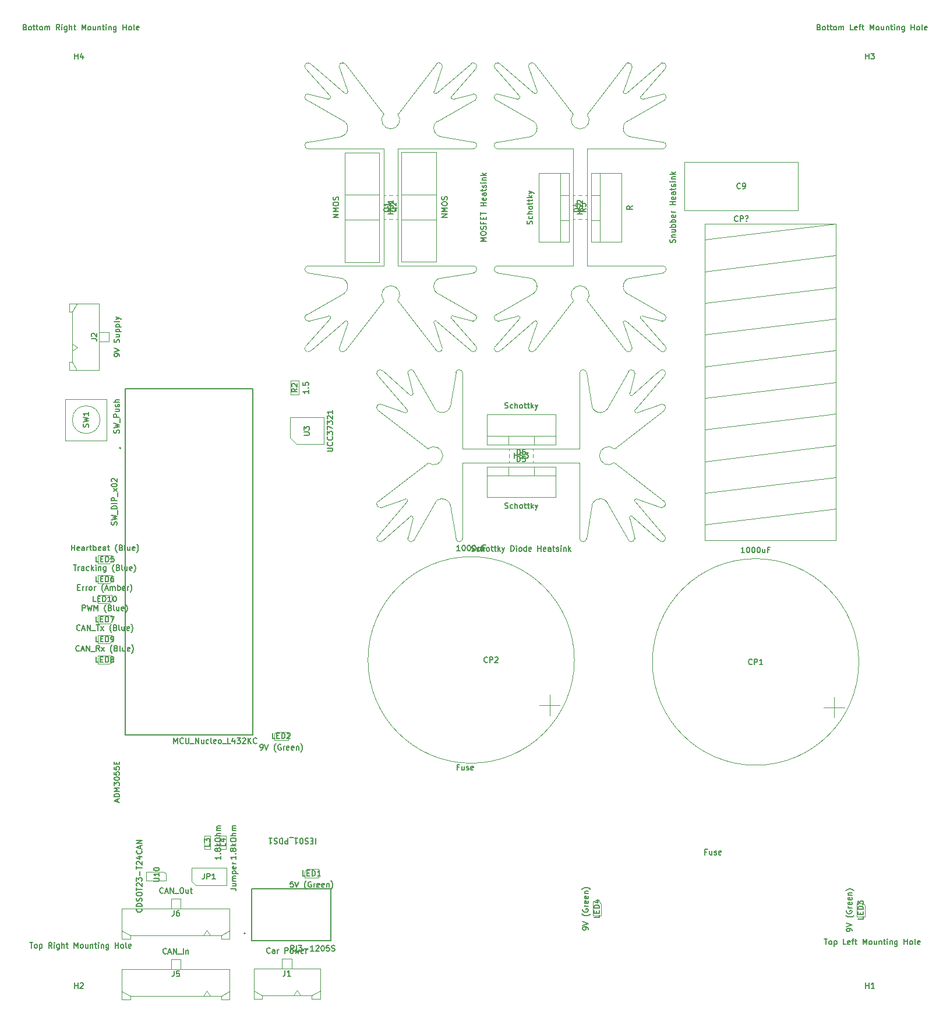
<source format=gbr>
%TF.GenerationSoftware,KiCad,Pcbnew,(6.0.1)*%
%TF.CreationDate,2022-02-04T16:06:47-06:00*%
%TF.ProjectId,MPPT,4d505054-2e6b-4696-9361-645f70636258,1.3.0*%
%TF.SameCoordinates,Original*%
%TF.FileFunction,AssemblyDrawing,Top*%
%FSLAX46Y46*%
G04 Gerber Fmt 4.6, Leading zero omitted, Abs format (unit mm)*
G04 Created by KiCad (PCBNEW (6.0.1)) date 2022-02-04 16:06:47*
%MOMM*%
%LPD*%
G01*
G04 APERTURE LIST*
%ADD10C,0.150000*%
%ADD11C,0.100000*%
%ADD12C,0.127000*%
%ADD13C,0.200000*%
G04 APERTURE END LIST*
D10*
%TO.C,J2*%
X28106904Y-65990952D02*
X28106904Y-65838571D01*
X28068809Y-65762380D01*
X28030714Y-65724285D01*
X27916428Y-65648095D01*
X27764047Y-65610000D01*
X27459285Y-65610000D01*
X27383095Y-65648095D01*
X27345000Y-65686190D01*
X27306904Y-65762380D01*
X27306904Y-65914761D01*
X27345000Y-65990952D01*
X27383095Y-66029047D01*
X27459285Y-66067142D01*
X27649761Y-66067142D01*
X27725952Y-66029047D01*
X27764047Y-65990952D01*
X27802142Y-65914761D01*
X27802142Y-65762380D01*
X27764047Y-65686190D01*
X27725952Y-65648095D01*
X27649761Y-65610000D01*
X27306904Y-65381428D02*
X28106904Y-65114761D01*
X27306904Y-64848095D01*
X28068809Y-64010000D02*
X28106904Y-63895714D01*
X28106904Y-63705238D01*
X28068809Y-63629047D01*
X28030714Y-63590952D01*
X27954523Y-63552857D01*
X27878333Y-63552857D01*
X27802142Y-63590952D01*
X27764047Y-63629047D01*
X27725952Y-63705238D01*
X27687857Y-63857619D01*
X27649761Y-63933809D01*
X27611666Y-63971904D01*
X27535476Y-64010000D01*
X27459285Y-64010000D01*
X27383095Y-63971904D01*
X27345000Y-63933809D01*
X27306904Y-63857619D01*
X27306904Y-63667142D01*
X27345000Y-63552857D01*
X27573571Y-62867142D02*
X28106904Y-62867142D01*
X27573571Y-63210000D02*
X27992619Y-63210000D01*
X28068809Y-63171904D01*
X28106904Y-63095714D01*
X28106904Y-62981428D01*
X28068809Y-62905238D01*
X28030714Y-62867142D01*
X27573571Y-62486190D02*
X28373571Y-62486190D01*
X27611666Y-62486190D02*
X27573571Y-62410000D01*
X27573571Y-62257619D01*
X27611666Y-62181428D01*
X27649761Y-62143333D01*
X27725952Y-62105238D01*
X27954523Y-62105238D01*
X28030714Y-62143333D01*
X28068809Y-62181428D01*
X28106904Y-62257619D01*
X28106904Y-62410000D01*
X28068809Y-62486190D01*
X27573571Y-61762380D02*
X28373571Y-61762380D01*
X27611666Y-61762380D02*
X27573571Y-61686190D01*
X27573571Y-61533809D01*
X27611666Y-61457619D01*
X27649761Y-61419523D01*
X27725952Y-61381428D01*
X27954523Y-61381428D01*
X28030714Y-61419523D01*
X28068809Y-61457619D01*
X28106904Y-61533809D01*
X28106904Y-61686190D01*
X28068809Y-61762380D01*
X28106904Y-60924285D02*
X28068809Y-61000476D01*
X27992619Y-61038571D01*
X27306904Y-61038571D01*
X27573571Y-60695714D02*
X28106904Y-60505238D01*
X27573571Y-60314761D02*
X28106904Y-60505238D01*
X28297380Y-60581428D01*
X28335476Y-60619523D01*
X28373571Y-60695714D01*
X24006904Y-63476666D02*
X24578333Y-63476666D01*
X24692619Y-63514761D01*
X24768809Y-63590952D01*
X24806904Y-63705238D01*
X24806904Y-63781428D01*
X24083095Y-63133809D02*
X24045000Y-63095714D01*
X24006904Y-63019523D01*
X24006904Y-62829047D01*
X24045000Y-62752857D01*
X24083095Y-62714761D01*
X24159285Y-62676666D01*
X24235476Y-62676666D01*
X24349761Y-62714761D01*
X24806904Y-63171904D01*
X24806904Y-62676666D01*
%TO.C,H1*%
X130535476Y-150666904D02*
X130992619Y-150666904D01*
X130764047Y-151466904D02*
X130764047Y-150666904D01*
X131373571Y-151466904D02*
X131297380Y-151428809D01*
X131259285Y-151390714D01*
X131221190Y-151314523D01*
X131221190Y-151085952D01*
X131259285Y-151009761D01*
X131297380Y-150971666D01*
X131373571Y-150933571D01*
X131487857Y-150933571D01*
X131564047Y-150971666D01*
X131602142Y-151009761D01*
X131640238Y-151085952D01*
X131640238Y-151314523D01*
X131602142Y-151390714D01*
X131564047Y-151428809D01*
X131487857Y-151466904D01*
X131373571Y-151466904D01*
X131983095Y-150933571D02*
X131983095Y-151733571D01*
X131983095Y-150971666D02*
X132059285Y-150933571D01*
X132211666Y-150933571D01*
X132287857Y-150971666D01*
X132325952Y-151009761D01*
X132364047Y-151085952D01*
X132364047Y-151314523D01*
X132325952Y-151390714D01*
X132287857Y-151428809D01*
X132211666Y-151466904D01*
X132059285Y-151466904D01*
X131983095Y-151428809D01*
X133697380Y-151466904D02*
X133316428Y-151466904D01*
X133316428Y-150666904D01*
X134268809Y-151428809D02*
X134192619Y-151466904D01*
X134040238Y-151466904D01*
X133964047Y-151428809D01*
X133925952Y-151352619D01*
X133925952Y-151047857D01*
X133964047Y-150971666D01*
X134040238Y-150933571D01*
X134192619Y-150933571D01*
X134268809Y-150971666D01*
X134306904Y-151047857D01*
X134306904Y-151124047D01*
X133925952Y-151200238D01*
X134535476Y-150933571D02*
X134840238Y-150933571D01*
X134649761Y-151466904D02*
X134649761Y-150781190D01*
X134687857Y-150705000D01*
X134764047Y-150666904D01*
X134840238Y-150666904D01*
X134992619Y-150933571D02*
X135297380Y-150933571D01*
X135106904Y-150666904D02*
X135106904Y-151352619D01*
X135145000Y-151428809D01*
X135221190Y-151466904D01*
X135297380Y-151466904D01*
X136173571Y-151466904D02*
X136173571Y-150666904D01*
X136440238Y-151238333D01*
X136706904Y-150666904D01*
X136706904Y-151466904D01*
X137202142Y-151466904D02*
X137125952Y-151428809D01*
X137087857Y-151390714D01*
X137049761Y-151314523D01*
X137049761Y-151085952D01*
X137087857Y-151009761D01*
X137125952Y-150971666D01*
X137202142Y-150933571D01*
X137316428Y-150933571D01*
X137392619Y-150971666D01*
X137430714Y-151009761D01*
X137468809Y-151085952D01*
X137468809Y-151314523D01*
X137430714Y-151390714D01*
X137392619Y-151428809D01*
X137316428Y-151466904D01*
X137202142Y-151466904D01*
X138154523Y-150933571D02*
X138154523Y-151466904D01*
X137811666Y-150933571D02*
X137811666Y-151352619D01*
X137849761Y-151428809D01*
X137925952Y-151466904D01*
X138040238Y-151466904D01*
X138116428Y-151428809D01*
X138154523Y-151390714D01*
X138535476Y-150933571D02*
X138535476Y-151466904D01*
X138535476Y-151009761D02*
X138573571Y-150971666D01*
X138649761Y-150933571D01*
X138764047Y-150933571D01*
X138840238Y-150971666D01*
X138878333Y-151047857D01*
X138878333Y-151466904D01*
X139145000Y-150933571D02*
X139449761Y-150933571D01*
X139259285Y-150666904D02*
X139259285Y-151352619D01*
X139297380Y-151428809D01*
X139373571Y-151466904D01*
X139449761Y-151466904D01*
X139716428Y-151466904D02*
X139716428Y-150933571D01*
X139716428Y-150666904D02*
X139678333Y-150705000D01*
X139716428Y-150743095D01*
X139754523Y-150705000D01*
X139716428Y-150666904D01*
X139716428Y-150743095D01*
X140097380Y-150933571D02*
X140097380Y-151466904D01*
X140097380Y-151009761D02*
X140135476Y-150971666D01*
X140211666Y-150933571D01*
X140325952Y-150933571D01*
X140402142Y-150971666D01*
X140440238Y-151047857D01*
X140440238Y-151466904D01*
X141164047Y-150933571D02*
X141164047Y-151581190D01*
X141125952Y-151657380D01*
X141087857Y-151695476D01*
X141011666Y-151733571D01*
X140897380Y-151733571D01*
X140821190Y-151695476D01*
X141164047Y-151428809D02*
X141087857Y-151466904D01*
X140935476Y-151466904D01*
X140859285Y-151428809D01*
X140821190Y-151390714D01*
X140783095Y-151314523D01*
X140783095Y-151085952D01*
X140821190Y-151009761D01*
X140859285Y-150971666D01*
X140935476Y-150933571D01*
X141087857Y-150933571D01*
X141164047Y-150971666D01*
X142154523Y-151466904D02*
X142154523Y-150666904D01*
X142154523Y-151047857D02*
X142611666Y-151047857D01*
X142611666Y-151466904D02*
X142611666Y-150666904D01*
X143106904Y-151466904D02*
X143030714Y-151428809D01*
X142992619Y-151390714D01*
X142954523Y-151314523D01*
X142954523Y-151085952D01*
X142992619Y-151009761D01*
X143030714Y-150971666D01*
X143106904Y-150933571D01*
X143221190Y-150933571D01*
X143297380Y-150971666D01*
X143335476Y-151009761D01*
X143373571Y-151085952D01*
X143373571Y-151314523D01*
X143335476Y-151390714D01*
X143297380Y-151428809D01*
X143221190Y-151466904D01*
X143106904Y-151466904D01*
X143830714Y-151466904D02*
X143754523Y-151428809D01*
X143716428Y-151352619D01*
X143716428Y-150666904D01*
X144440238Y-151428809D02*
X144364047Y-151466904D01*
X144211666Y-151466904D01*
X144135476Y-151428809D01*
X144097380Y-151352619D01*
X144097380Y-151047857D01*
X144135476Y-150971666D01*
X144211666Y-150933571D01*
X144364047Y-150933571D01*
X144440238Y-150971666D01*
X144478333Y-151047857D01*
X144478333Y-151124047D01*
X144097380Y-151200238D01*
X136590476Y-157831904D02*
X136590476Y-157031904D01*
X136590476Y-157412857D02*
X137047619Y-157412857D01*
X137047619Y-157831904D02*
X137047619Y-157031904D01*
X137847619Y-157831904D02*
X137390476Y-157831904D01*
X137619047Y-157831904D02*
X137619047Y-157031904D01*
X137542857Y-157146190D01*
X137466666Y-157222380D01*
X137390476Y-157260476D01*
%TO.C,H2*%
X15041428Y-151201904D02*
X15498571Y-151201904D01*
X15270000Y-152001904D02*
X15270000Y-151201904D01*
X15879523Y-152001904D02*
X15803333Y-151963809D01*
X15765238Y-151925714D01*
X15727142Y-151849523D01*
X15727142Y-151620952D01*
X15765238Y-151544761D01*
X15803333Y-151506666D01*
X15879523Y-151468571D01*
X15993809Y-151468571D01*
X16070000Y-151506666D01*
X16108095Y-151544761D01*
X16146190Y-151620952D01*
X16146190Y-151849523D01*
X16108095Y-151925714D01*
X16070000Y-151963809D01*
X15993809Y-152001904D01*
X15879523Y-152001904D01*
X16489047Y-151468571D02*
X16489047Y-152268571D01*
X16489047Y-151506666D02*
X16565238Y-151468571D01*
X16717619Y-151468571D01*
X16793809Y-151506666D01*
X16831904Y-151544761D01*
X16870000Y-151620952D01*
X16870000Y-151849523D01*
X16831904Y-151925714D01*
X16793809Y-151963809D01*
X16717619Y-152001904D01*
X16565238Y-152001904D01*
X16489047Y-151963809D01*
X18279523Y-152001904D02*
X18012857Y-151620952D01*
X17822380Y-152001904D02*
X17822380Y-151201904D01*
X18127142Y-151201904D01*
X18203333Y-151240000D01*
X18241428Y-151278095D01*
X18279523Y-151354285D01*
X18279523Y-151468571D01*
X18241428Y-151544761D01*
X18203333Y-151582857D01*
X18127142Y-151620952D01*
X17822380Y-151620952D01*
X18622380Y-152001904D02*
X18622380Y-151468571D01*
X18622380Y-151201904D02*
X18584285Y-151240000D01*
X18622380Y-151278095D01*
X18660476Y-151240000D01*
X18622380Y-151201904D01*
X18622380Y-151278095D01*
X19346190Y-151468571D02*
X19346190Y-152116190D01*
X19308095Y-152192380D01*
X19270000Y-152230476D01*
X19193809Y-152268571D01*
X19079523Y-152268571D01*
X19003333Y-152230476D01*
X19346190Y-151963809D02*
X19270000Y-152001904D01*
X19117619Y-152001904D01*
X19041428Y-151963809D01*
X19003333Y-151925714D01*
X18965238Y-151849523D01*
X18965238Y-151620952D01*
X19003333Y-151544761D01*
X19041428Y-151506666D01*
X19117619Y-151468571D01*
X19270000Y-151468571D01*
X19346190Y-151506666D01*
X19727142Y-152001904D02*
X19727142Y-151201904D01*
X20070000Y-152001904D02*
X20070000Y-151582857D01*
X20031904Y-151506666D01*
X19955714Y-151468571D01*
X19841428Y-151468571D01*
X19765238Y-151506666D01*
X19727142Y-151544761D01*
X20336666Y-151468571D02*
X20641428Y-151468571D01*
X20450952Y-151201904D02*
X20450952Y-151887619D01*
X20489047Y-151963809D01*
X20565238Y-152001904D01*
X20641428Y-152001904D01*
X21517619Y-152001904D02*
X21517619Y-151201904D01*
X21784285Y-151773333D01*
X22050952Y-151201904D01*
X22050952Y-152001904D01*
X22546190Y-152001904D02*
X22470000Y-151963809D01*
X22431904Y-151925714D01*
X22393809Y-151849523D01*
X22393809Y-151620952D01*
X22431904Y-151544761D01*
X22470000Y-151506666D01*
X22546190Y-151468571D01*
X22660476Y-151468571D01*
X22736666Y-151506666D01*
X22774761Y-151544761D01*
X22812857Y-151620952D01*
X22812857Y-151849523D01*
X22774761Y-151925714D01*
X22736666Y-151963809D01*
X22660476Y-152001904D01*
X22546190Y-152001904D01*
X23498571Y-151468571D02*
X23498571Y-152001904D01*
X23155714Y-151468571D02*
X23155714Y-151887619D01*
X23193809Y-151963809D01*
X23270000Y-152001904D01*
X23384285Y-152001904D01*
X23460476Y-151963809D01*
X23498571Y-151925714D01*
X23879523Y-151468571D02*
X23879523Y-152001904D01*
X23879523Y-151544761D02*
X23917619Y-151506666D01*
X23993809Y-151468571D01*
X24108095Y-151468571D01*
X24184285Y-151506666D01*
X24222380Y-151582857D01*
X24222380Y-152001904D01*
X24489047Y-151468571D02*
X24793809Y-151468571D01*
X24603333Y-151201904D02*
X24603333Y-151887619D01*
X24641428Y-151963809D01*
X24717619Y-152001904D01*
X24793809Y-152001904D01*
X25060476Y-152001904D02*
X25060476Y-151468571D01*
X25060476Y-151201904D02*
X25022380Y-151240000D01*
X25060476Y-151278095D01*
X25098571Y-151240000D01*
X25060476Y-151201904D01*
X25060476Y-151278095D01*
X25441428Y-151468571D02*
X25441428Y-152001904D01*
X25441428Y-151544761D02*
X25479523Y-151506666D01*
X25555714Y-151468571D01*
X25670000Y-151468571D01*
X25746190Y-151506666D01*
X25784285Y-151582857D01*
X25784285Y-152001904D01*
X26508095Y-151468571D02*
X26508095Y-152116190D01*
X26470000Y-152192380D01*
X26431904Y-152230476D01*
X26355714Y-152268571D01*
X26241428Y-152268571D01*
X26165238Y-152230476D01*
X26508095Y-151963809D02*
X26431904Y-152001904D01*
X26279523Y-152001904D01*
X26203333Y-151963809D01*
X26165238Y-151925714D01*
X26127142Y-151849523D01*
X26127142Y-151620952D01*
X26165238Y-151544761D01*
X26203333Y-151506666D01*
X26279523Y-151468571D01*
X26431904Y-151468571D01*
X26508095Y-151506666D01*
X27498571Y-152001904D02*
X27498571Y-151201904D01*
X27498571Y-151582857D02*
X27955714Y-151582857D01*
X27955714Y-152001904D02*
X27955714Y-151201904D01*
X28450952Y-152001904D02*
X28374761Y-151963809D01*
X28336666Y-151925714D01*
X28298571Y-151849523D01*
X28298571Y-151620952D01*
X28336666Y-151544761D01*
X28374761Y-151506666D01*
X28450952Y-151468571D01*
X28565238Y-151468571D01*
X28641428Y-151506666D01*
X28679523Y-151544761D01*
X28717619Y-151620952D01*
X28717619Y-151849523D01*
X28679523Y-151925714D01*
X28641428Y-151963809D01*
X28565238Y-152001904D01*
X28450952Y-152001904D01*
X29174761Y-152001904D02*
X29098571Y-151963809D01*
X29060476Y-151887619D01*
X29060476Y-151201904D01*
X29784285Y-151963809D02*
X29708095Y-152001904D01*
X29555714Y-152001904D01*
X29479523Y-151963809D01*
X29441428Y-151887619D01*
X29441428Y-151582857D01*
X29479523Y-151506666D01*
X29555714Y-151468571D01*
X29708095Y-151468571D01*
X29784285Y-151506666D01*
X29822380Y-151582857D01*
X29822380Y-151659047D01*
X29441428Y-151735238D01*
X21590476Y-157831904D02*
X21590476Y-157031904D01*
X21590476Y-157412857D02*
X22047619Y-157412857D01*
X22047619Y-157831904D02*
X22047619Y-157031904D01*
X22390476Y-157108095D02*
X22428571Y-157070000D01*
X22504761Y-157031904D01*
X22695238Y-157031904D01*
X22771428Y-157070000D01*
X22809523Y-157108095D01*
X22847619Y-157184285D01*
X22847619Y-157260476D01*
X22809523Y-157374761D01*
X22352380Y-157831904D01*
X22847619Y-157831904D01*
%TO.C,H3*%
X129785714Y-18212857D02*
X129900000Y-18250952D01*
X129938095Y-18289047D01*
X129976190Y-18365238D01*
X129976190Y-18479523D01*
X129938095Y-18555714D01*
X129900000Y-18593809D01*
X129823809Y-18631904D01*
X129519047Y-18631904D01*
X129519047Y-17831904D01*
X129785714Y-17831904D01*
X129861904Y-17870000D01*
X129900000Y-17908095D01*
X129938095Y-17984285D01*
X129938095Y-18060476D01*
X129900000Y-18136666D01*
X129861904Y-18174761D01*
X129785714Y-18212857D01*
X129519047Y-18212857D01*
X130433333Y-18631904D02*
X130357142Y-18593809D01*
X130319047Y-18555714D01*
X130280952Y-18479523D01*
X130280952Y-18250952D01*
X130319047Y-18174761D01*
X130357142Y-18136666D01*
X130433333Y-18098571D01*
X130547619Y-18098571D01*
X130623809Y-18136666D01*
X130661904Y-18174761D01*
X130700000Y-18250952D01*
X130700000Y-18479523D01*
X130661904Y-18555714D01*
X130623809Y-18593809D01*
X130547619Y-18631904D01*
X130433333Y-18631904D01*
X130928571Y-18098571D02*
X131233333Y-18098571D01*
X131042857Y-17831904D02*
X131042857Y-18517619D01*
X131080952Y-18593809D01*
X131157142Y-18631904D01*
X131233333Y-18631904D01*
X131385714Y-18098571D02*
X131690476Y-18098571D01*
X131500000Y-17831904D02*
X131500000Y-18517619D01*
X131538095Y-18593809D01*
X131614285Y-18631904D01*
X131690476Y-18631904D01*
X132071428Y-18631904D02*
X131995238Y-18593809D01*
X131957142Y-18555714D01*
X131919047Y-18479523D01*
X131919047Y-18250952D01*
X131957142Y-18174761D01*
X131995238Y-18136666D01*
X132071428Y-18098571D01*
X132185714Y-18098571D01*
X132261904Y-18136666D01*
X132300000Y-18174761D01*
X132338095Y-18250952D01*
X132338095Y-18479523D01*
X132300000Y-18555714D01*
X132261904Y-18593809D01*
X132185714Y-18631904D01*
X132071428Y-18631904D01*
X132680952Y-18631904D02*
X132680952Y-18098571D01*
X132680952Y-18174761D02*
X132719047Y-18136666D01*
X132795238Y-18098571D01*
X132909523Y-18098571D01*
X132985714Y-18136666D01*
X133023809Y-18212857D01*
X133023809Y-18631904D01*
X133023809Y-18212857D02*
X133061904Y-18136666D01*
X133138095Y-18098571D01*
X133252380Y-18098571D01*
X133328571Y-18136666D01*
X133366666Y-18212857D01*
X133366666Y-18631904D01*
X134738095Y-18631904D02*
X134357142Y-18631904D01*
X134357142Y-17831904D01*
X135309523Y-18593809D02*
X135233333Y-18631904D01*
X135080952Y-18631904D01*
X135004761Y-18593809D01*
X134966666Y-18517619D01*
X134966666Y-18212857D01*
X135004761Y-18136666D01*
X135080952Y-18098571D01*
X135233333Y-18098571D01*
X135309523Y-18136666D01*
X135347619Y-18212857D01*
X135347619Y-18289047D01*
X134966666Y-18365238D01*
X135576190Y-18098571D02*
X135880952Y-18098571D01*
X135690476Y-18631904D02*
X135690476Y-17946190D01*
X135728571Y-17870000D01*
X135804761Y-17831904D01*
X135880952Y-17831904D01*
X136033333Y-18098571D02*
X136338095Y-18098571D01*
X136147619Y-17831904D02*
X136147619Y-18517619D01*
X136185714Y-18593809D01*
X136261904Y-18631904D01*
X136338095Y-18631904D01*
X137214285Y-18631904D02*
X137214285Y-17831904D01*
X137480952Y-18403333D01*
X137747619Y-17831904D01*
X137747619Y-18631904D01*
X138242857Y-18631904D02*
X138166666Y-18593809D01*
X138128571Y-18555714D01*
X138090476Y-18479523D01*
X138090476Y-18250952D01*
X138128571Y-18174761D01*
X138166666Y-18136666D01*
X138242857Y-18098571D01*
X138357142Y-18098571D01*
X138433333Y-18136666D01*
X138471428Y-18174761D01*
X138509523Y-18250952D01*
X138509523Y-18479523D01*
X138471428Y-18555714D01*
X138433333Y-18593809D01*
X138357142Y-18631904D01*
X138242857Y-18631904D01*
X139195238Y-18098571D02*
X139195238Y-18631904D01*
X138852380Y-18098571D02*
X138852380Y-18517619D01*
X138890476Y-18593809D01*
X138966666Y-18631904D01*
X139080952Y-18631904D01*
X139157142Y-18593809D01*
X139195238Y-18555714D01*
X139576190Y-18098571D02*
X139576190Y-18631904D01*
X139576190Y-18174761D02*
X139614285Y-18136666D01*
X139690476Y-18098571D01*
X139804761Y-18098571D01*
X139880952Y-18136666D01*
X139919047Y-18212857D01*
X139919047Y-18631904D01*
X140185714Y-18098571D02*
X140490476Y-18098571D01*
X140300000Y-17831904D02*
X140300000Y-18517619D01*
X140338095Y-18593809D01*
X140414285Y-18631904D01*
X140490476Y-18631904D01*
X140757142Y-18631904D02*
X140757142Y-18098571D01*
X140757142Y-17831904D02*
X140719047Y-17870000D01*
X140757142Y-17908095D01*
X140795238Y-17870000D01*
X140757142Y-17831904D01*
X140757142Y-17908095D01*
X141138095Y-18098571D02*
X141138095Y-18631904D01*
X141138095Y-18174761D02*
X141176190Y-18136666D01*
X141252380Y-18098571D01*
X141366666Y-18098571D01*
X141442857Y-18136666D01*
X141480952Y-18212857D01*
X141480952Y-18631904D01*
X142204761Y-18098571D02*
X142204761Y-18746190D01*
X142166666Y-18822380D01*
X142128571Y-18860476D01*
X142052380Y-18898571D01*
X141938095Y-18898571D01*
X141861904Y-18860476D01*
X142204761Y-18593809D02*
X142128571Y-18631904D01*
X141976190Y-18631904D01*
X141900000Y-18593809D01*
X141861904Y-18555714D01*
X141823809Y-18479523D01*
X141823809Y-18250952D01*
X141861904Y-18174761D01*
X141900000Y-18136666D01*
X141976190Y-18098571D01*
X142128571Y-18098571D01*
X142204761Y-18136666D01*
X143195238Y-18631904D02*
X143195238Y-17831904D01*
X143195238Y-18212857D02*
X143652380Y-18212857D01*
X143652380Y-18631904D02*
X143652380Y-17831904D01*
X144147619Y-18631904D02*
X144071428Y-18593809D01*
X144033333Y-18555714D01*
X143995238Y-18479523D01*
X143995238Y-18250952D01*
X144033333Y-18174761D01*
X144071428Y-18136666D01*
X144147619Y-18098571D01*
X144261904Y-18098571D01*
X144338095Y-18136666D01*
X144376190Y-18174761D01*
X144414285Y-18250952D01*
X144414285Y-18479523D01*
X144376190Y-18555714D01*
X144338095Y-18593809D01*
X144261904Y-18631904D01*
X144147619Y-18631904D01*
X144871428Y-18631904D02*
X144795238Y-18593809D01*
X144757142Y-18517619D01*
X144757142Y-17831904D01*
X145480952Y-18593809D02*
X145404761Y-18631904D01*
X145252380Y-18631904D01*
X145176190Y-18593809D01*
X145138095Y-18517619D01*
X145138095Y-18212857D01*
X145176190Y-18136666D01*
X145252380Y-18098571D01*
X145404761Y-18098571D01*
X145480952Y-18136666D01*
X145519047Y-18212857D01*
X145519047Y-18289047D01*
X145138095Y-18365238D01*
X136590476Y-22831904D02*
X136590476Y-22031904D01*
X136590476Y-22412857D02*
X137047619Y-22412857D01*
X137047619Y-22831904D02*
X137047619Y-22031904D01*
X137352380Y-22031904D02*
X137847619Y-22031904D01*
X137580952Y-22336666D01*
X137695238Y-22336666D01*
X137771428Y-22374761D01*
X137809523Y-22412857D01*
X137847619Y-22489047D01*
X137847619Y-22679523D01*
X137809523Y-22755714D01*
X137771428Y-22793809D01*
X137695238Y-22831904D01*
X137466666Y-22831904D01*
X137390476Y-22793809D01*
X137352380Y-22755714D01*
%TO.C,H4*%
X14366666Y-18212857D02*
X14480952Y-18250952D01*
X14519047Y-18289047D01*
X14557142Y-18365238D01*
X14557142Y-18479523D01*
X14519047Y-18555714D01*
X14480952Y-18593809D01*
X14404761Y-18631904D01*
X14100000Y-18631904D01*
X14100000Y-17831904D01*
X14366666Y-17831904D01*
X14442857Y-17870000D01*
X14480952Y-17908095D01*
X14519047Y-17984285D01*
X14519047Y-18060476D01*
X14480952Y-18136666D01*
X14442857Y-18174761D01*
X14366666Y-18212857D01*
X14100000Y-18212857D01*
X15014285Y-18631904D02*
X14938095Y-18593809D01*
X14900000Y-18555714D01*
X14861904Y-18479523D01*
X14861904Y-18250952D01*
X14900000Y-18174761D01*
X14938095Y-18136666D01*
X15014285Y-18098571D01*
X15128571Y-18098571D01*
X15204761Y-18136666D01*
X15242857Y-18174761D01*
X15280952Y-18250952D01*
X15280952Y-18479523D01*
X15242857Y-18555714D01*
X15204761Y-18593809D01*
X15128571Y-18631904D01*
X15014285Y-18631904D01*
X15509523Y-18098571D02*
X15814285Y-18098571D01*
X15623809Y-17831904D02*
X15623809Y-18517619D01*
X15661904Y-18593809D01*
X15738095Y-18631904D01*
X15814285Y-18631904D01*
X15966666Y-18098571D02*
X16271428Y-18098571D01*
X16080952Y-17831904D02*
X16080952Y-18517619D01*
X16119047Y-18593809D01*
X16195238Y-18631904D01*
X16271428Y-18631904D01*
X16652380Y-18631904D02*
X16576190Y-18593809D01*
X16538095Y-18555714D01*
X16500000Y-18479523D01*
X16500000Y-18250952D01*
X16538095Y-18174761D01*
X16576190Y-18136666D01*
X16652380Y-18098571D01*
X16766666Y-18098571D01*
X16842857Y-18136666D01*
X16880952Y-18174761D01*
X16919047Y-18250952D01*
X16919047Y-18479523D01*
X16880952Y-18555714D01*
X16842857Y-18593809D01*
X16766666Y-18631904D01*
X16652380Y-18631904D01*
X17261904Y-18631904D02*
X17261904Y-18098571D01*
X17261904Y-18174761D02*
X17300000Y-18136666D01*
X17376190Y-18098571D01*
X17490476Y-18098571D01*
X17566666Y-18136666D01*
X17604761Y-18212857D01*
X17604761Y-18631904D01*
X17604761Y-18212857D02*
X17642857Y-18136666D01*
X17719047Y-18098571D01*
X17833333Y-18098571D01*
X17909523Y-18136666D01*
X17947619Y-18212857D01*
X17947619Y-18631904D01*
X19395238Y-18631904D02*
X19128571Y-18250952D01*
X18938095Y-18631904D02*
X18938095Y-17831904D01*
X19242857Y-17831904D01*
X19319047Y-17870000D01*
X19357142Y-17908095D01*
X19395238Y-17984285D01*
X19395238Y-18098571D01*
X19357142Y-18174761D01*
X19319047Y-18212857D01*
X19242857Y-18250952D01*
X18938095Y-18250952D01*
X19738095Y-18631904D02*
X19738095Y-18098571D01*
X19738095Y-17831904D02*
X19700000Y-17870000D01*
X19738095Y-17908095D01*
X19776190Y-17870000D01*
X19738095Y-17831904D01*
X19738095Y-17908095D01*
X20461904Y-18098571D02*
X20461904Y-18746190D01*
X20423809Y-18822380D01*
X20385714Y-18860476D01*
X20309523Y-18898571D01*
X20195238Y-18898571D01*
X20119047Y-18860476D01*
X20461904Y-18593809D02*
X20385714Y-18631904D01*
X20233333Y-18631904D01*
X20157142Y-18593809D01*
X20119047Y-18555714D01*
X20080952Y-18479523D01*
X20080952Y-18250952D01*
X20119047Y-18174761D01*
X20157142Y-18136666D01*
X20233333Y-18098571D01*
X20385714Y-18098571D01*
X20461904Y-18136666D01*
X20842857Y-18631904D02*
X20842857Y-17831904D01*
X21185714Y-18631904D02*
X21185714Y-18212857D01*
X21147619Y-18136666D01*
X21071428Y-18098571D01*
X20957142Y-18098571D01*
X20880952Y-18136666D01*
X20842857Y-18174761D01*
X21452380Y-18098571D02*
X21757142Y-18098571D01*
X21566666Y-17831904D02*
X21566666Y-18517619D01*
X21604761Y-18593809D01*
X21680952Y-18631904D01*
X21757142Y-18631904D01*
X22633333Y-18631904D02*
X22633333Y-17831904D01*
X22900000Y-18403333D01*
X23166666Y-17831904D01*
X23166666Y-18631904D01*
X23661904Y-18631904D02*
X23585714Y-18593809D01*
X23547619Y-18555714D01*
X23509523Y-18479523D01*
X23509523Y-18250952D01*
X23547619Y-18174761D01*
X23585714Y-18136666D01*
X23661904Y-18098571D01*
X23776190Y-18098571D01*
X23852380Y-18136666D01*
X23890476Y-18174761D01*
X23928571Y-18250952D01*
X23928571Y-18479523D01*
X23890476Y-18555714D01*
X23852380Y-18593809D01*
X23776190Y-18631904D01*
X23661904Y-18631904D01*
X24614285Y-18098571D02*
X24614285Y-18631904D01*
X24271428Y-18098571D02*
X24271428Y-18517619D01*
X24309523Y-18593809D01*
X24385714Y-18631904D01*
X24500000Y-18631904D01*
X24576190Y-18593809D01*
X24614285Y-18555714D01*
X24995238Y-18098571D02*
X24995238Y-18631904D01*
X24995238Y-18174761D02*
X25033333Y-18136666D01*
X25109523Y-18098571D01*
X25223809Y-18098571D01*
X25300000Y-18136666D01*
X25338095Y-18212857D01*
X25338095Y-18631904D01*
X25604761Y-18098571D02*
X25909523Y-18098571D01*
X25719047Y-17831904D02*
X25719047Y-18517619D01*
X25757142Y-18593809D01*
X25833333Y-18631904D01*
X25909523Y-18631904D01*
X26176190Y-18631904D02*
X26176190Y-18098571D01*
X26176190Y-17831904D02*
X26138095Y-17870000D01*
X26176190Y-17908095D01*
X26214285Y-17870000D01*
X26176190Y-17831904D01*
X26176190Y-17908095D01*
X26557142Y-18098571D02*
X26557142Y-18631904D01*
X26557142Y-18174761D02*
X26595238Y-18136666D01*
X26671428Y-18098571D01*
X26785714Y-18098571D01*
X26861904Y-18136666D01*
X26900000Y-18212857D01*
X26900000Y-18631904D01*
X27623809Y-18098571D02*
X27623809Y-18746190D01*
X27585714Y-18822380D01*
X27547619Y-18860476D01*
X27471428Y-18898571D01*
X27357142Y-18898571D01*
X27280952Y-18860476D01*
X27623809Y-18593809D02*
X27547619Y-18631904D01*
X27395238Y-18631904D01*
X27319047Y-18593809D01*
X27280952Y-18555714D01*
X27242857Y-18479523D01*
X27242857Y-18250952D01*
X27280952Y-18174761D01*
X27319047Y-18136666D01*
X27395238Y-18098571D01*
X27547619Y-18098571D01*
X27623809Y-18136666D01*
X28614285Y-18631904D02*
X28614285Y-17831904D01*
X28614285Y-18212857D02*
X29071428Y-18212857D01*
X29071428Y-18631904D02*
X29071428Y-17831904D01*
X29566666Y-18631904D02*
X29490476Y-18593809D01*
X29452380Y-18555714D01*
X29414285Y-18479523D01*
X29414285Y-18250952D01*
X29452380Y-18174761D01*
X29490476Y-18136666D01*
X29566666Y-18098571D01*
X29680952Y-18098571D01*
X29757142Y-18136666D01*
X29795238Y-18174761D01*
X29833333Y-18250952D01*
X29833333Y-18479523D01*
X29795238Y-18555714D01*
X29757142Y-18593809D01*
X29680952Y-18631904D01*
X29566666Y-18631904D01*
X30290476Y-18631904D02*
X30214285Y-18593809D01*
X30176190Y-18517619D01*
X30176190Y-17831904D01*
X30900000Y-18593809D02*
X30823809Y-18631904D01*
X30671428Y-18631904D01*
X30595238Y-18593809D01*
X30557142Y-18517619D01*
X30557142Y-18212857D01*
X30595238Y-18136666D01*
X30671428Y-18098571D01*
X30823809Y-18098571D01*
X30900000Y-18136666D01*
X30938095Y-18212857D01*
X30938095Y-18289047D01*
X30557142Y-18365238D01*
X21590476Y-22831904D02*
X21590476Y-22031904D01*
X21590476Y-22412857D02*
X22047619Y-22412857D01*
X22047619Y-22831904D02*
X22047619Y-22031904D01*
X22771428Y-22298571D02*
X22771428Y-22831904D01*
X22580952Y-21993809D02*
X22390476Y-22565238D01*
X22885714Y-22565238D01*
%TO.C,J6*%
X34466428Y-143953214D02*
X34428333Y-143991309D01*
X34314047Y-144029404D01*
X34237857Y-144029404D01*
X34123571Y-143991309D01*
X34047380Y-143915119D01*
X34009285Y-143838928D01*
X33971190Y-143686547D01*
X33971190Y-143572261D01*
X34009285Y-143419880D01*
X34047380Y-143343690D01*
X34123571Y-143267500D01*
X34237857Y-143229404D01*
X34314047Y-143229404D01*
X34428333Y-143267500D01*
X34466428Y-143305595D01*
X34771190Y-143800833D02*
X35152142Y-143800833D01*
X34695000Y-144029404D02*
X34961666Y-143229404D01*
X35228333Y-144029404D01*
X35495000Y-144029404D02*
X35495000Y-143229404D01*
X35952142Y-144029404D01*
X35952142Y-143229404D01*
X36142619Y-144105595D02*
X36752142Y-144105595D01*
X37095000Y-143229404D02*
X37247380Y-143229404D01*
X37323571Y-143267500D01*
X37399761Y-143343690D01*
X37437857Y-143496071D01*
X37437857Y-143762738D01*
X37399761Y-143915119D01*
X37323571Y-143991309D01*
X37247380Y-144029404D01*
X37095000Y-144029404D01*
X37018809Y-143991309D01*
X36942619Y-143915119D01*
X36904523Y-143762738D01*
X36904523Y-143496071D01*
X36942619Y-143343690D01*
X37018809Y-143267500D01*
X37095000Y-143229404D01*
X38123571Y-143496071D02*
X38123571Y-144029404D01*
X37780714Y-143496071D02*
X37780714Y-143915119D01*
X37818809Y-143991309D01*
X37895000Y-144029404D01*
X38009285Y-144029404D01*
X38085476Y-143991309D01*
X38123571Y-143953214D01*
X38390238Y-143496071D02*
X38695000Y-143496071D01*
X38504523Y-143229404D02*
X38504523Y-143915119D01*
X38542619Y-143991309D01*
X38618809Y-144029404D01*
X38695000Y-144029404D01*
X36028333Y-146529404D02*
X36028333Y-147100833D01*
X35990238Y-147215119D01*
X35914047Y-147291309D01*
X35799761Y-147329404D01*
X35723571Y-147329404D01*
X36752142Y-146529404D02*
X36599761Y-146529404D01*
X36523571Y-146567500D01*
X36485476Y-146605595D01*
X36409285Y-146719880D01*
X36371190Y-146872261D01*
X36371190Y-147177023D01*
X36409285Y-147253214D01*
X36447380Y-147291309D01*
X36523571Y-147329404D01*
X36675952Y-147329404D01*
X36752142Y-147291309D01*
X36790238Y-147253214D01*
X36828333Y-147177023D01*
X36828333Y-146986547D01*
X36790238Y-146910357D01*
X36752142Y-146872261D01*
X36675952Y-146834166D01*
X36523571Y-146834166D01*
X36447380Y-146872261D01*
X36409285Y-146910357D01*
X36371190Y-146986547D01*
%TO.C,SW1*%
X28033809Y-77178095D02*
X28071904Y-77063809D01*
X28071904Y-76873333D01*
X28033809Y-76797142D01*
X27995714Y-76759047D01*
X27919523Y-76720952D01*
X27843333Y-76720952D01*
X27767142Y-76759047D01*
X27729047Y-76797142D01*
X27690952Y-76873333D01*
X27652857Y-77025714D01*
X27614761Y-77101904D01*
X27576666Y-77140000D01*
X27500476Y-77178095D01*
X27424285Y-77178095D01*
X27348095Y-77140000D01*
X27310000Y-77101904D01*
X27271904Y-77025714D01*
X27271904Y-76835238D01*
X27310000Y-76720952D01*
X27271904Y-76454285D02*
X28071904Y-76263809D01*
X27500476Y-76111428D01*
X28071904Y-75959047D01*
X27271904Y-75768571D01*
X28148095Y-75654285D02*
X28148095Y-75044761D01*
X28071904Y-74854285D02*
X27271904Y-74854285D01*
X27271904Y-74549523D01*
X27310000Y-74473333D01*
X27348095Y-74435238D01*
X27424285Y-74397142D01*
X27538571Y-74397142D01*
X27614761Y-74435238D01*
X27652857Y-74473333D01*
X27690952Y-74549523D01*
X27690952Y-74854285D01*
X27538571Y-73711428D02*
X28071904Y-73711428D01*
X27538571Y-74054285D02*
X27957619Y-74054285D01*
X28033809Y-74016190D01*
X28071904Y-73940000D01*
X28071904Y-73825714D01*
X28033809Y-73749523D01*
X27995714Y-73711428D01*
X28033809Y-73368571D02*
X28071904Y-73292380D01*
X28071904Y-73140000D01*
X28033809Y-73063809D01*
X27957619Y-73025714D01*
X27919523Y-73025714D01*
X27843333Y-73063809D01*
X27805238Y-73140000D01*
X27805238Y-73254285D01*
X27767142Y-73330476D01*
X27690952Y-73368571D01*
X27652857Y-73368571D01*
X27576666Y-73330476D01*
X27538571Y-73254285D01*
X27538571Y-73140000D01*
X27576666Y-73063809D01*
X28071904Y-72682857D02*
X27271904Y-72682857D01*
X28071904Y-72340000D02*
X27652857Y-72340000D01*
X27576666Y-72378095D01*
X27538571Y-72454285D01*
X27538571Y-72568571D01*
X27576666Y-72644761D01*
X27614761Y-72682857D01*
X23583809Y-76306666D02*
X23621904Y-76192380D01*
X23621904Y-76001904D01*
X23583809Y-75925714D01*
X23545714Y-75887619D01*
X23469523Y-75849523D01*
X23393333Y-75849523D01*
X23317142Y-75887619D01*
X23279047Y-75925714D01*
X23240952Y-76001904D01*
X23202857Y-76154285D01*
X23164761Y-76230476D01*
X23126666Y-76268571D01*
X23050476Y-76306666D01*
X22974285Y-76306666D01*
X22898095Y-76268571D01*
X22860000Y-76230476D01*
X22821904Y-76154285D01*
X22821904Y-75963809D01*
X22860000Y-75849523D01*
X22821904Y-75582857D02*
X23621904Y-75392380D01*
X23050476Y-75240000D01*
X23621904Y-75087619D01*
X22821904Y-74897142D01*
X23621904Y-74173333D02*
X23621904Y-74630476D01*
X23621904Y-74401904D02*
X22821904Y-74401904D01*
X22936190Y-74478095D01*
X23012380Y-74554285D01*
X23050476Y-74630476D01*
%TO.C,HS3*%
X79285000Y-94298809D02*
X79399285Y-94336904D01*
X79589761Y-94336904D01*
X79665952Y-94298809D01*
X79704047Y-94260714D01*
X79742142Y-94184523D01*
X79742142Y-94108333D01*
X79704047Y-94032142D01*
X79665952Y-93994047D01*
X79589761Y-93955952D01*
X79437380Y-93917857D01*
X79361190Y-93879761D01*
X79323095Y-93841666D01*
X79285000Y-93765476D01*
X79285000Y-93689285D01*
X79323095Y-93613095D01*
X79361190Y-93575000D01*
X79437380Y-93536904D01*
X79627857Y-93536904D01*
X79742142Y-93575000D01*
X80427857Y-94298809D02*
X80351666Y-94336904D01*
X80199285Y-94336904D01*
X80123095Y-94298809D01*
X80085000Y-94260714D01*
X80046904Y-94184523D01*
X80046904Y-93955952D01*
X80085000Y-93879761D01*
X80123095Y-93841666D01*
X80199285Y-93803571D01*
X80351666Y-93803571D01*
X80427857Y-93841666D01*
X80770714Y-94336904D02*
X80770714Y-93536904D01*
X81113571Y-94336904D02*
X81113571Y-93917857D01*
X81075476Y-93841666D01*
X80999285Y-93803571D01*
X80885000Y-93803571D01*
X80808809Y-93841666D01*
X80770714Y-93879761D01*
X81608809Y-94336904D02*
X81532619Y-94298809D01*
X81494523Y-94260714D01*
X81456428Y-94184523D01*
X81456428Y-93955952D01*
X81494523Y-93879761D01*
X81532619Y-93841666D01*
X81608809Y-93803571D01*
X81723095Y-93803571D01*
X81799285Y-93841666D01*
X81837380Y-93879761D01*
X81875476Y-93955952D01*
X81875476Y-94184523D01*
X81837380Y-94260714D01*
X81799285Y-94298809D01*
X81723095Y-94336904D01*
X81608809Y-94336904D01*
X82104047Y-93803571D02*
X82408809Y-93803571D01*
X82218333Y-93536904D02*
X82218333Y-94222619D01*
X82256428Y-94298809D01*
X82332619Y-94336904D01*
X82408809Y-94336904D01*
X82561190Y-93803571D02*
X82865952Y-93803571D01*
X82675476Y-93536904D02*
X82675476Y-94222619D01*
X82713571Y-94298809D01*
X82789761Y-94336904D01*
X82865952Y-94336904D01*
X83132619Y-94336904D02*
X83132619Y-93536904D01*
X83208809Y-94032142D02*
X83437380Y-94336904D01*
X83437380Y-93803571D02*
X83132619Y-94108333D01*
X83704047Y-93803571D02*
X83894523Y-94336904D01*
X84085000Y-93803571D02*
X83894523Y-94336904D01*
X83818333Y-94527380D01*
X83780238Y-94565476D01*
X83704047Y-94603571D01*
X84999285Y-94336904D02*
X84999285Y-93536904D01*
X85189761Y-93536904D01*
X85304047Y-93575000D01*
X85380238Y-93651190D01*
X85418333Y-93727380D01*
X85456428Y-93879761D01*
X85456428Y-93994047D01*
X85418333Y-94146428D01*
X85380238Y-94222619D01*
X85304047Y-94298809D01*
X85189761Y-94336904D01*
X84999285Y-94336904D01*
X85799285Y-94336904D02*
X85799285Y-93803571D01*
X85799285Y-93536904D02*
X85761190Y-93575000D01*
X85799285Y-93613095D01*
X85837380Y-93575000D01*
X85799285Y-93536904D01*
X85799285Y-93613095D01*
X86294523Y-94336904D02*
X86218333Y-94298809D01*
X86180238Y-94260714D01*
X86142142Y-94184523D01*
X86142142Y-93955952D01*
X86180238Y-93879761D01*
X86218333Y-93841666D01*
X86294523Y-93803571D01*
X86408809Y-93803571D01*
X86485000Y-93841666D01*
X86523095Y-93879761D01*
X86561190Y-93955952D01*
X86561190Y-94184523D01*
X86523095Y-94260714D01*
X86485000Y-94298809D01*
X86408809Y-94336904D01*
X86294523Y-94336904D01*
X87246904Y-94336904D02*
X87246904Y-93536904D01*
X87246904Y-94298809D02*
X87170714Y-94336904D01*
X87018333Y-94336904D01*
X86942142Y-94298809D01*
X86904047Y-94260714D01*
X86865952Y-94184523D01*
X86865952Y-93955952D01*
X86904047Y-93879761D01*
X86942142Y-93841666D01*
X87018333Y-93803571D01*
X87170714Y-93803571D01*
X87246904Y-93841666D01*
X87932619Y-94298809D02*
X87856428Y-94336904D01*
X87704047Y-94336904D01*
X87627857Y-94298809D01*
X87589761Y-94222619D01*
X87589761Y-93917857D01*
X87627857Y-93841666D01*
X87704047Y-93803571D01*
X87856428Y-93803571D01*
X87932619Y-93841666D01*
X87970714Y-93917857D01*
X87970714Y-93994047D01*
X87589761Y-94070238D01*
X88923095Y-94336904D02*
X88923095Y-93536904D01*
X88923095Y-93917857D02*
X89380238Y-93917857D01*
X89380238Y-94336904D02*
X89380238Y-93536904D01*
X90065952Y-94298809D02*
X89989761Y-94336904D01*
X89837380Y-94336904D01*
X89761190Y-94298809D01*
X89723095Y-94222619D01*
X89723095Y-93917857D01*
X89761190Y-93841666D01*
X89837380Y-93803571D01*
X89989761Y-93803571D01*
X90065952Y-93841666D01*
X90104047Y-93917857D01*
X90104047Y-93994047D01*
X89723095Y-94070238D01*
X90789761Y-94336904D02*
X90789761Y-93917857D01*
X90751666Y-93841666D01*
X90675476Y-93803571D01*
X90523095Y-93803571D01*
X90446904Y-93841666D01*
X90789761Y-94298809D02*
X90713571Y-94336904D01*
X90523095Y-94336904D01*
X90446904Y-94298809D01*
X90408809Y-94222619D01*
X90408809Y-94146428D01*
X90446904Y-94070238D01*
X90523095Y-94032142D01*
X90713571Y-94032142D01*
X90789761Y-93994047D01*
X91056428Y-93803571D02*
X91361190Y-93803571D01*
X91170714Y-93536904D02*
X91170714Y-94222619D01*
X91208809Y-94298809D01*
X91285000Y-94336904D01*
X91361190Y-94336904D01*
X91589761Y-94298809D02*
X91665952Y-94336904D01*
X91818333Y-94336904D01*
X91894523Y-94298809D01*
X91932619Y-94222619D01*
X91932619Y-94184523D01*
X91894523Y-94108333D01*
X91818333Y-94070238D01*
X91704047Y-94070238D01*
X91627857Y-94032142D01*
X91589761Y-93955952D01*
X91589761Y-93917857D01*
X91627857Y-93841666D01*
X91704047Y-93803571D01*
X91818333Y-93803571D01*
X91894523Y-93841666D01*
X92275476Y-94336904D02*
X92275476Y-93803571D01*
X92275476Y-93536904D02*
X92237380Y-93575000D01*
X92275476Y-93613095D01*
X92313571Y-93575000D01*
X92275476Y-93536904D01*
X92275476Y-93613095D01*
X92656428Y-93803571D02*
X92656428Y-94336904D01*
X92656428Y-93879761D02*
X92694523Y-93841666D01*
X92770714Y-93803571D01*
X92885000Y-93803571D01*
X92961190Y-93841666D01*
X92999285Y-93917857D01*
X92999285Y-94336904D01*
X93380238Y-94336904D02*
X93380238Y-93536904D01*
X93456428Y-94032142D02*
X93685000Y-94336904D01*
X93685000Y-93803571D02*
X93380238Y-94108333D01*
X85494523Y-80836904D02*
X85494523Y-80036904D01*
X85494523Y-80417857D02*
X85951666Y-80417857D01*
X85951666Y-80836904D02*
X85951666Y-80036904D01*
X86294523Y-80798809D02*
X86408809Y-80836904D01*
X86599285Y-80836904D01*
X86675476Y-80798809D01*
X86713571Y-80760714D01*
X86751666Y-80684523D01*
X86751666Y-80608333D01*
X86713571Y-80532142D01*
X86675476Y-80494047D01*
X86599285Y-80455952D01*
X86446904Y-80417857D01*
X86370714Y-80379761D01*
X86332619Y-80341666D01*
X86294523Y-80265476D01*
X86294523Y-80189285D01*
X86332619Y-80113095D01*
X86370714Y-80075000D01*
X86446904Y-80036904D01*
X86637380Y-80036904D01*
X86751666Y-80075000D01*
X87018333Y-80036904D02*
X87513571Y-80036904D01*
X87246904Y-80341666D01*
X87361190Y-80341666D01*
X87437380Y-80379761D01*
X87475476Y-80417857D01*
X87513571Y-80494047D01*
X87513571Y-80684523D01*
X87475476Y-80760714D01*
X87437380Y-80798809D01*
X87361190Y-80836904D01*
X87132619Y-80836904D01*
X87056428Y-80798809D01*
X87018333Y-80760714D01*
%TO.C,U10*%
X31285714Y-146295357D02*
X31323809Y-146333452D01*
X31361904Y-146447738D01*
X31361904Y-146523928D01*
X31323809Y-146638214D01*
X31247619Y-146714404D01*
X31171428Y-146752500D01*
X31019047Y-146790595D01*
X30904761Y-146790595D01*
X30752380Y-146752500D01*
X30676190Y-146714404D01*
X30600000Y-146638214D01*
X30561904Y-146523928D01*
X30561904Y-146447738D01*
X30600000Y-146333452D01*
X30638095Y-146295357D01*
X31361904Y-145952500D02*
X30561904Y-145952500D01*
X30561904Y-145762023D01*
X30600000Y-145647738D01*
X30676190Y-145571547D01*
X30752380Y-145533452D01*
X30904761Y-145495357D01*
X31019047Y-145495357D01*
X31171428Y-145533452D01*
X31247619Y-145571547D01*
X31323809Y-145647738D01*
X31361904Y-145762023D01*
X31361904Y-145952500D01*
X31323809Y-145190595D02*
X31361904Y-145076309D01*
X31361904Y-144885833D01*
X31323809Y-144809642D01*
X31285714Y-144771547D01*
X31209523Y-144733452D01*
X31133333Y-144733452D01*
X31057142Y-144771547D01*
X31019047Y-144809642D01*
X30980952Y-144885833D01*
X30942857Y-145038214D01*
X30904761Y-145114404D01*
X30866666Y-145152500D01*
X30790476Y-145190595D01*
X30714285Y-145190595D01*
X30638095Y-145152500D01*
X30600000Y-145114404D01*
X30561904Y-145038214D01*
X30561904Y-144847738D01*
X30600000Y-144733452D01*
X30561904Y-144238214D02*
X30561904Y-144085833D01*
X30600000Y-144009642D01*
X30676190Y-143933452D01*
X30828571Y-143895357D01*
X31095238Y-143895357D01*
X31247619Y-143933452D01*
X31323809Y-144009642D01*
X31361904Y-144085833D01*
X31361904Y-144238214D01*
X31323809Y-144314404D01*
X31247619Y-144390595D01*
X31095238Y-144428690D01*
X30828571Y-144428690D01*
X30676190Y-144390595D01*
X30600000Y-144314404D01*
X30561904Y-144238214D01*
X30561904Y-143666785D02*
X30561904Y-143209642D01*
X31361904Y-143438214D02*
X30561904Y-143438214D01*
X30638095Y-142981071D02*
X30600000Y-142942976D01*
X30561904Y-142866785D01*
X30561904Y-142676309D01*
X30600000Y-142600119D01*
X30638095Y-142562023D01*
X30714285Y-142523928D01*
X30790476Y-142523928D01*
X30904761Y-142562023D01*
X31361904Y-143019166D01*
X31361904Y-142523928D01*
X30561904Y-142257261D02*
X30561904Y-141762023D01*
X30866666Y-142028690D01*
X30866666Y-141914404D01*
X30904761Y-141838214D01*
X30942857Y-141800119D01*
X31019047Y-141762023D01*
X31209523Y-141762023D01*
X31285714Y-141800119D01*
X31323809Y-141838214D01*
X31361904Y-141914404D01*
X31361904Y-142142976D01*
X31323809Y-142219166D01*
X31285714Y-142257261D01*
X31057142Y-141419166D02*
X31057142Y-140809642D01*
X30561904Y-140542976D02*
X30561904Y-140085833D01*
X31361904Y-140314404D02*
X30561904Y-140314404D01*
X30638095Y-139857261D02*
X30600000Y-139819166D01*
X30561904Y-139742976D01*
X30561904Y-139552500D01*
X30600000Y-139476309D01*
X30638095Y-139438214D01*
X30714285Y-139400119D01*
X30790476Y-139400119D01*
X30904761Y-139438214D01*
X31361904Y-139895357D01*
X31361904Y-139400119D01*
X30828571Y-138714404D02*
X31361904Y-138714404D01*
X30523809Y-138904880D02*
X31095238Y-139095357D01*
X31095238Y-138600119D01*
X31285714Y-137838214D02*
X31323809Y-137876309D01*
X31361904Y-137990595D01*
X31361904Y-138066785D01*
X31323809Y-138181071D01*
X31247619Y-138257261D01*
X31171428Y-138295357D01*
X31019047Y-138333452D01*
X30904761Y-138333452D01*
X30752380Y-138295357D01*
X30676190Y-138257261D01*
X30600000Y-138181071D01*
X30561904Y-138066785D01*
X30561904Y-137990595D01*
X30600000Y-137876309D01*
X30638095Y-137838214D01*
X31133333Y-137533452D02*
X31133333Y-137152500D01*
X31361904Y-137609642D02*
X30561904Y-137342976D01*
X31361904Y-137076309D01*
X31361904Y-136809642D02*
X30561904Y-136809642D01*
X31361904Y-136352500D01*
X30561904Y-136352500D01*
X33071904Y-142317976D02*
X33719523Y-142317976D01*
X33795714Y-142279880D01*
X33833809Y-142241785D01*
X33871904Y-142165595D01*
X33871904Y-142013214D01*
X33833809Y-141937023D01*
X33795714Y-141898928D01*
X33719523Y-141860833D01*
X33071904Y-141860833D01*
X33871904Y-141060833D02*
X33871904Y-141517976D01*
X33871904Y-141289404D02*
X33071904Y-141289404D01*
X33186190Y-141365595D01*
X33262380Y-141441785D01*
X33300476Y-141517976D01*
X33071904Y-140565595D02*
X33071904Y-140489404D01*
X33110000Y-140413214D01*
X33148095Y-140375119D01*
X33224285Y-140337023D01*
X33376666Y-140298928D01*
X33567142Y-140298928D01*
X33719523Y-140337023D01*
X33795714Y-140375119D01*
X33833809Y-140413214D01*
X33871904Y-140489404D01*
X33871904Y-140565595D01*
X33833809Y-140641785D01*
X33795714Y-140679880D01*
X33719523Y-140717976D01*
X33567142Y-140756071D01*
X33376666Y-140756071D01*
X33224285Y-140717976D01*
X33148095Y-140679880D01*
X33110000Y-140641785D01*
X33071904Y-140565595D01*
%TO.C,D6*%
X84109047Y-73533809D02*
X84223333Y-73571904D01*
X84413809Y-73571904D01*
X84490000Y-73533809D01*
X84528095Y-73495714D01*
X84566190Y-73419523D01*
X84566190Y-73343333D01*
X84528095Y-73267142D01*
X84490000Y-73229047D01*
X84413809Y-73190952D01*
X84261428Y-73152857D01*
X84185238Y-73114761D01*
X84147142Y-73076666D01*
X84109047Y-73000476D01*
X84109047Y-72924285D01*
X84147142Y-72848095D01*
X84185238Y-72810000D01*
X84261428Y-72771904D01*
X84451904Y-72771904D01*
X84566190Y-72810000D01*
X85251904Y-73533809D02*
X85175714Y-73571904D01*
X85023333Y-73571904D01*
X84947142Y-73533809D01*
X84909047Y-73495714D01*
X84870952Y-73419523D01*
X84870952Y-73190952D01*
X84909047Y-73114761D01*
X84947142Y-73076666D01*
X85023333Y-73038571D01*
X85175714Y-73038571D01*
X85251904Y-73076666D01*
X85594761Y-73571904D02*
X85594761Y-72771904D01*
X85937619Y-73571904D02*
X85937619Y-73152857D01*
X85899523Y-73076666D01*
X85823333Y-73038571D01*
X85709047Y-73038571D01*
X85632857Y-73076666D01*
X85594761Y-73114761D01*
X86432857Y-73571904D02*
X86356666Y-73533809D01*
X86318571Y-73495714D01*
X86280476Y-73419523D01*
X86280476Y-73190952D01*
X86318571Y-73114761D01*
X86356666Y-73076666D01*
X86432857Y-73038571D01*
X86547142Y-73038571D01*
X86623333Y-73076666D01*
X86661428Y-73114761D01*
X86699523Y-73190952D01*
X86699523Y-73419523D01*
X86661428Y-73495714D01*
X86623333Y-73533809D01*
X86547142Y-73571904D01*
X86432857Y-73571904D01*
X86928095Y-73038571D02*
X87232857Y-73038571D01*
X87042380Y-72771904D02*
X87042380Y-73457619D01*
X87080476Y-73533809D01*
X87156666Y-73571904D01*
X87232857Y-73571904D01*
X87385238Y-73038571D02*
X87690000Y-73038571D01*
X87499523Y-72771904D02*
X87499523Y-73457619D01*
X87537619Y-73533809D01*
X87613809Y-73571904D01*
X87690000Y-73571904D01*
X87956666Y-73571904D02*
X87956666Y-72771904D01*
X88032857Y-73267142D02*
X88261428Y-73571904D01*
X88261428Y-73038571D02*
X87956666Y-73343333D01*
X88528095Y-73038571D02*
X88718571Y-73571904D01*
X88909047Y-73038571D02*
X88718571Y-73571904D01*
X88642380Y-73762380D01*
X88604285Y-73800476D01*
X88528095Y-73838571D01*
X85899523Y-80341904D02*
X85899523Y-79541904D01*
X86090000Y-79541904D01*
X86204285Y-79580000D01*
X86280476Y-79656190D01*
X86318571Y-79732380D01*
X86356666Y-79884761D01*
X86356666Y-79999047D01*
X86318571Y-80151428D01*
X86280476Y-80227619D01*
X86204285Y-80303809D01*
X86090000Y-80341904D01*
X85899523Y-80341904D01*
X87042380Y-79541904D02*
X86890000Y-79541904D01*
X86813809Y-79580000D01*
X86775714Y-79618095D01*
X86699523Y-79732380D01*
X86661428Y-79884761D01*
X86661428Y-80189523D01*
X86699523Y-80265714D01*
X86737619Y-80303809D01*
X86813809Y-80341904D01*
X86966190Y-80341904D01*
X87042380Y-80303809D01*
X87080476Y-80265714D01*
X87118571Y-80189523D01*
X87118571Y-79999047D01*
X87080476Y-79922857D01*
X87042380Y-79884761D01*
X86966190Y-79846666D01*
X86813809Y-79846666D01*
X86737619Y-79884761D01*
X86699523Y-79922857D01*
X86661428Y-79999047D01*
%TO.C,J5*%
X34918571Y-152753214D02*
X34880476Y-152791309D01*
X34766190Y-152829404D01*
X34690000Y-152829404D01*
X34575714Y-152791309D01*
X34499523Y-152715119D01*
X34461428Y-152638928D01*
X34423333Y-152486547D01*
X34423333Y-152372261D01*
X34461428Y-152219880D01*
X34499523Y-152143690D01*
X34575714Y-152067500D01*
X34690000Y-152029404D01*
X34766190Y-152029404D01*
X34880476Y-152067500D01*
X34918571Y-152105595D01*
X35223333Y-152600833D02*
X35604285Y-152600833D01*
X35147142Y-152829404D02*
X35413809Y-152029404D01*
X35680476Y-152829404D01*
X35947142Y-152829404D02*
X35947142Y-152029404D01*
X36404285Y-152829404D01*
X36404285Y-152029404D01*
X36594761Y-152905595D02*
X37204285Y-152905595D01*
X37394761Y-152829404D02*
X37394761Y-152029404D01*
X37775714Y-152296071D02*
X37775714Y-152829404D01*
X37775714Y-152372261D02*
X37813809Y-152334166D01*
X37890000Y-152296071D01*
X38004285Y-152296071D01*
X38080476Y-152334166D01*
X38118571Y-152410357D01*
X38118571Y-152829404D01*
X36023333Y-155329404D02*
X36023333Y-155900833D01*
X35985238Y-156015119D01*
X35909047Y-156091309D01*
X35794761Y-156129404D01*
X35718571Y-156129404D01*
X36785238Y-155329404D02*
X36404285Y-155329404D01*
X36366190Y-155710357D01*
X36404285Y-155672261D01*
X36480476Y-155634166D01*
X36670952Y-155634166D01*
X36747142Y-155672261D01*
X36785238Y-155710357D01*
X36823333Y-155786547D01*
X36823333Y-155977023D01*
X36785238Y-156053214D01*
X36747142Y-156091309D01*
X36670952Y-156129404D01*
X36480476Y-156129404D01*
X36404285Y-156091309D01*
X36366190Y-156053214D01*
%TO.C,R2*%
X55591904Y-70930357D02*
X55591904Y-71387500D01*
X55591904Y-71158928D02*
X54791904Y-71158928D01*
X54906190Y-71235119D01*
X54982380Y-71311309D01*
X55020476Y-71387500D01*
X55515714Y-70587500D02*
X55553809Y-70549404D01*
X55591904Y-70587500D01*
X55553809Y-70625595D01*
X55515714Y-70587500D01*
X55591904Y-70587500D01*
X54791904Y-69825595D02*
X54791904Y-70206547D01*
X55172857Y-70244642D01*
X55134761Y-70206547D01*
X55096666Y-70130357D01*
X55096666Y-69939880D01*
X55134761Y-69863690D01*
X55172857Y-69825595D01*
X55249047Y-69787500D01*
X55439523Y-69787500D01*
X55515714Y-69825595D01*
X55553809Y-69863690D01*
X55591904Y-69939880D01*
X55591904Y-70130357D01*
X55553809Y-70206547D01*
X55515714Y-70244642D01*
X53941904Y-70720833D02*
X53560952Y-70987500D01*
X53941904Y-71177976D02*
X53141904Y-71177976D01*
X53141904Y-70873214D01*
X53180000Y-70797023D01*
X53218095Y-70758928D01*
X53294285Y-70720833D01*
X53408571Y-70720833D01*
X53484761Y-70758928D01*
X53522857Y-70797023D01*
X53560952Y-70873214D01*
X53560952Y-71177976D01*
X53218095Y-70416071D02*
X53180000Y-70377976D01*
X53141904Y-70301785D01*
X53141904Y-70111309D01*
X53180000Y-70035119D01*
X53218095Y-69997023D01*
X53294285Y-69958928D01*
X53370476Y-69958928D01*
X53484761Y-69997023D01*
X53941904Y-70454166D01*
X53941904Y-69958928D01*
%TO.C,D5*%
X84109047Y-88078809D02*
X84223333Y-88116904D01*
X84413809Y-88116904D01*
X84490000Y-88078809D01*
X84528095Y-88040714D01*
X84566190Y-87964523D01*
X84566190Y-87888333D01*
X84528095Y-87812142D01*
X84490000Y-87774047D01*
X84413809Y-87735952D01*
X84261428Y-87697857D01*
X84185238Y-87659761D01*
X84147142Y-87621666D01*
X84109047Y-87545476D01*
X84109047Y-87469285D01*
X84147142Y-87393095D01*
X84185238Y-87355000D01*
X84261428Y-87316904D01*
X84451904Y-87316904D01*
X84566190Y-87355000D01*
X85251904Y-88078809D02*
X85175714Y-88116904D01*
X85023333Y-88116904D01*
X84947142Y-88078809D01*
X84909047Y-88040714D01*
X84870952Y-87964523D01*
X84870952Y-87735952D01*
X84909047Y-87659761D01*
X84947142Y-87621666D01*
X85023333Y-87583571D01*
X85175714Y-87583571D01*
X85251904Y-87621666D01*
X85594761Y-88116904D02*
X85594761Y-87316904D01*
X85937619Y-88116904D02*
X85937619Y-87697857D01*
X85899523Y-87621666D01*
X85823333Y-87583571D01*
X85709047Y-87583571D01*
X85632857Y-87621666D01*
X85594761Y-87659761D01*
X86432857Y-88116904D02*
X86356666Y-88078809D01*
X86318571Y-88040714D01*
X86280476Y-87964523D01*
X86280476Y-87735952D01*
X86318571Y-87659761D01*
X86356666Y-87621666D01*
X86432857Y-87583571D01*
X86547142Y-87583571D01*
X86623333Y-87621666D01*
X86661428Y-87659761D01*
X86699523Y-87735952D01*
X86699523Y-87964523D01*
X86661428Y-88040714D01*
X86623333Y-88078809D01*
X86547142Y-88116904D01*
X86432857Y-88116904D01*
X86928095Y-87583571D02*
X87232857Y-87583571D01*
X87042380Y-87316904D02*
X87042380Y-88002619D01*
X87080476Y-88078809D01*
X87156666Y-88116904D01*
X87232857Y-88116904D01*
X87385238Y-87583571D02*
X87690000Y-87583571D01*
X87499523Y-87316904D02*
X87499523Y-88002619D01*
X87537619Y-88078809D01*
X87613809Y-88116904D01*
X87690000Y-88116904D01*
X87956666Y-88116904D02*
X87956666Y-87316904D01*
X88032857Y-87812142D02*
X88261428Y-88116904D01*
X88261428Y-87583571D02*
X87956666Y-87888333D01*
X88528095Y-87583571D02*
X88718571Y-88116904D01*
X88909047Y-87583571D02*
X88718571Y-88116904D01*
X88642380Y-88307380D01*
X88604285Y-88345476D01*
X88528095Y-88383571D01*
X85899523Y-81346904D02*
X85899523Y-80546904D01*
X86090000Y-80546904D01*
X86204285Y-80585000D01*
X86280476Y-80661190D01*
X86318571Y-80737380D01*
X86356666Y-80889761D01*
X86356666Y-81004047D01*
X86318571Y-81156428D01*
X86280476Y-81232619D01*
X86204285Y-81308809D01*
X86090000Y-81346904D01*
X85899523Y-81346904D01*
X87080476Y-80546904D02*
X86699523Y-80546904D01*
X86661428Y-80927857D01*
X86699523Y-80889761D01*
X86775714Y-80851666D01*
X86966190Y-80851666D01*
X87042380Y-80889761D01*
X87080476Y-80927857D01*
X87118571Y-81004047D01*
X87118571Y-81194523D01*
X87080476Y-81270714D01*
X87042380Y-81308809D01*
X86966190Y-81346904D01*
X86775714Y-81346904D01*
X86699523Y-81308809D01*
X86661428Y-81270714D01*
%TO.C,F2*%
X77430714Y-125697857D02*
X77164047Y-125697857D01*
X77164047Y-126116904D02*
X77164047Y-125316904D01*
X77545000Y-125316904D01*
X78192619Y-125583571D02*
X78192619Y-126116904D01*
X77849761Y-125583571D02*
X77849761Y-126002619D01*
X77887857Y-126078809D01*
X77964047Y-126116904D01*
X78078333Y-126116904D01*
X78154523Y-126078809D01*
X78192619Y-126040714D01*
X78535476Y-126078809D02*
X78611666Y-126116904D01*
X78764047Y-126116904D01*
X78840238Y-126078809D01*
X78878333Y-126002619D01*
X78878333Y-125964523D01*
X78840238Y-125888333D01*
X78764047Y-125850238D01*
X78649761Y-125850238D01*
X78573571Y-125812142D01*
X78535476Y-125735952D01*
X78535476Y-125697857D01*
X78573571Y-125621666D01*
X78649761Y-125583571D01*
X78764047Y-125583571D01*
X78840238Y-125621666D01*
X79525952Y-126078809D02*
X79449761Y-126116904D01*
X79297380Y-126116904D01*
X79221190Y-126078809D01*
X79183095Y-126002619D01*
X79183095Y-125697857D01*
X79221190Y-125621666D01*
X79297380Y-125583571D01*
X79449761Y-125583571D01*
X79525952Y-125621666D01*
X79564047Y-125697857D01*
X79564047Y-125774047D01*
X79183095Y-125850238D01*
%TO.C,HS2*%
X108888809Y-49513809D02*
X108926904Y-49399523D01*
X108926904Y-49209047D01*
X108888809Y-49132857D01*
X108850714Y-49094761D01*
X108774523Y-49056666D01*
X108698333Y-49056666D01*
X108622142Y-49094761D01*
X108584047Y-49132857D01*
X108545952Y-49209047D01*
X108507857Y-49361428D01*
X108469761Y-49437619D01*
X108431666Y-49475714D01*
X108355476Y-49513809D01*
X108279285Y-49513809D01*
X108203095Y-49475714D01*
X108165000Y-49437619D01*
X108126904Y-49361428D01*
X108126904Y-49170952D01*
X108165000Y-49056666D01*
X108393571Y-48713809D02*
X108926904Y-48713809D01*
X108469761Y-48713809D02*
X108431666Y-48675714D01*
X108393571Y-48599523D01*
X108393571Y-48485238D01*
X108431666Y-48409047D01*
X108507857Y-48370952D01*
X108926904Y-48370952D01*
X108393571Y-47647142D02*
X108926904Y-47647142D01*
X108393571Y-47990000D02*
X108812619Y-47990000D01*
X108888809Y-47951904D01*
X108926904Y-47875714D01*
X108926904Y-47761428D01*
X108888809Y-47685238D01*
X108850714Y-47647142D01*
X108926904Y-47266190D02*
X108126904Y-47266190D01*
X108431666Y-47266190D02*
X108393571Y-47190000D01*
X108393571Y-47037619D01*
X108431666Y-46961428D01*
X108469761Y-46923333D01*
X108545952Y-46885238D01*
X108774523Y-46885238D01*
X108850714Y-46923333D01*
X108888809Y-46961428D01*
X108926904Y-47037619D01*
X108926904Y-47190000D01*
X108888809Y-47266190D01*
X108926904Y-46542380D02*
X108126904Y-46542380D01*
X108431666Y-46542380D02*
X108393571Y-46466190D01*
X108393571Y-46313809D01*
X108431666Y-46237619D01*
X108469761Y-46199523D01*
X108545952Y-46161428D01*
X108774523Y-46161428D01*
X108850714Y-46199523D01*
X108888809Y-46237619D01*
X108926904Y-46313809D01*
X108926904Y-46466190D01*
X108888809Y-46542380D01*
X108888809Y-45513809D02*
X108926904Y-45590000D01*
X108926904Y-45742380D01*
X108888809Y-45818571D01*
X108812619Y-45856666D01*
X108507857Y-45856666D01*
X108431666Y-45818571D01*
X108393571Y-45742380D01*
X108393571Y-45590000D01*
X108431666Y-45513809D01*
X108507857Y-45475714D01*
X108584047Y-45475714D01*
X108660238Y-45856666D01*
X108926904Y-45132857D02*
X108393571Y-45132857D01*
X108545952Y-45132857D02*
X108469761Y-45094761D01*
X108431666Y-45056666D01*
X108393571Y-44980476D01*
X108393571Y-44904285D01*
X108926904Y-44028095D02*
X108126904Y-44028095D01*
X108507857Y-44028095D02*
X108507857Y-43570952D01*
X108926904Y-43570952D02*
X108126904Y-43570952D01*
X108888809Y-42885238D02*
X108926904Y-42961428D01*
X108926904Y-43113809D01*
X108888809Y-43190000D01*
X108812619Y-43228095D01*
X108507857Y-43228095D01*
X108431666Y-43190000D01*
X108393571Y-43113809D01*
X108393571Y-42961428D01*
X108431666Y-42885238D01*
X108507857Y-42847142D01*
X108584047Y-42847142D01*
X108660238Y-43228095D01*
X108926904Y-42161428D02*
X108507857Y-42161428D01*
X108431666Y-42199523D01*
X108393571Y-42275714D01*
X108393571Y-42428095D01*
X108431666Y-42504285D01*
X108888809Y-42161428D02*
X108926904Y-42237619D01*
X108926904Y-42428095D01*
X108888809Y-42504285D01*
X108812619Y-42542380D01*
X108736428Y-42542380D01*
X108660238Y-42504285D01*
X108622142Y-42428095D01*
X108622142Y-42237619D01*
X108584047Y-42161428D01*
X108393571Y-41894761D02*
X108393571Y-41590000D01*
X108126904Y-41780476D02*
X108812619Y-41780476D01*
X108888809Y-41742380D01*
X108926904Y-41666190D01*
X108926904Y-41590000D01*
X108888809Y-41361428D02*
X108926904Y-41285238D01*
X108926904Y-41132857D01*
X108888809Y-41056666D01*
X108812619Y-41018571D01*
X108774523Y-41018571D01*
X108698333Y-41056666D01*
X108660238Y-41132857D01*
X108660238Y-41247142D01*
X108622142Y-41323333D01*
X108545952Y-41361428D01*
X108507857Y-41361428D01*
X108431666Y-41323333D01*
X108393571Y-41247142D01*
X108393571Y-41132857D01*
X108431666Y-41056666D01*
X108926904Y-40675714D02*
X108393571Y-40675714D01*
X108126904Y-40675714D02*
X108165000Y-40713809D01*
X108203095Y-40675714D01*
X108165000Y-40637619D01*
X108126904Y-40675714D01*
X108203095Y-40675714D01*
X108393571Y-40294761D02*
X108926904Y-40294761D01*
X108469761Y-40294761D02*
X108431666Y-40256666D01*
X108393571Y-40180476D01*
X108393571Y-40066190D01*
X108431666Y-39990000D01*
X108507857Y-39951904D01*
X108926904Y-39951904D01*
X108926904Y-39570952D02*
X108126904Y-39570952D01*
X108622142Y-39494761D02*
X108926904Y-39266190D01*
X108393571Y-39266190D02*
X108698333Y-39570952D01*
X95426904Y-45380476D02*
X94626904Y-45380476D01*
X95007857Y-45380476D02*
X95007857Y-44923333D01*
X95426904Y-44923333D02*
X94626904Y-44923333D01*
X95388809Y-44580476D02*
X95426904Y-44466190D01*
X95426904Y-44275714D01*
X95388809Y-44199523D01*
X95350714Y-44161428D01*
X95274523Y-44123333D01*
X95198333Y-44123333D01*
X95122142Y-44161428D01*
X95084047Y-44199523D01*
X95045952Y-44275714D01*
X95007857Y-44428095D01*
X94969761Y-44504285D01*
X94931666Y-44542380D01*
X94855476Y-44580476D01*
X94779285Y-44580476D01*
X94703095Y-44542380D01*
X94665000Y-44504285D01*
X94626904Y-44428095D01*
X94626904Y-44237619D01*
X94665000Y-44123333D01*
X94703095Y-43818571D02*
X94665000Y-43780476D01*
X94626904Y-43704285D01*
X94626904Y-43513809D01*
X94665000Y-43437619D01*
X94703095Y-43399523D01*
X94779285Y-43361428D01*
X94855476Y-43361428D01*
X94969761Y-43399523D01*
X95426904Y-43856666D01*
X95426904Y-43361428D01*
%TO.C,J1*%
X50004404Y-152670714D02*
X49966309Y-152708809D01*
X49852023Y-152746904D01*
X49775833Y-152746904D01*
X49661547Y-152708809D01*
X49585357Y-152632619D01*
X49547261Y-152556428D01*
X49509166Y-152404047D01*
X49509166Y-152289761D01*
X49547261Y-152137380D01*
X49585357Y-152061190D01*
X49661547Y-151985000D01*
X49775833Y-151946904D01*
X49852023Y-151946904D01*
X49966309Y-151985000D01*
X50004404Y-152023095D01*
X50690119Y-152746904D02*
X50690119Y-152327857D01*
X50652023Y-152251666D01*
X50575833Y-152213571D01*
X50423452Y-152213571D01*
X50347261Y-152251666D01*
X50690119Y-152708809D02*
X50613928Y-152746904D01*
X50423452Y-152746904D01*
X50347261Y-152708809D01*
X50309166Y-152632619D01*
X50309166Y-152556428D01*
X50347261Y-152480238D01*
X50423452Y-152442142D01*
X50613928Y-152442142D01*
X50690119Y-152404047D01*
X51071071Y-152746904D02*
X51071071Y-152213571D01*
X51071071Y-152365952D02*
X51109166Y-152289761D01*
X51147261Y-152251666D01*
X51223452Y-152213571D01*
X51299642Y-152213571D01*
X52175833Y-152746904D02*
X52175833Y-151946904D01*
X52480595Y-151946904D01*
X52556785Y-151985000D01*
X52594880Y-152023095D01*
X52632976Y-152099285D01*
X52632976Y-152213571D01*
X52594880Y-152289761D01*
X52556785Y-152327857D01*
X52480595Y-152365952D01*
X52175833Y-152365952D01*
X53090119Y-152746904D02*
X53013928Y-152708809D01*
X52975833Y-152670714D01*
X52937738Y-152594523D01*
X52937738Y-152365952D01*
X52975833Y-152289761D01*
X53013928Y-152251666D01*
X53090119Y-152213571D01*
X53204404Y-152213571D01*
X53280595Y-152251666D01*
X53318690Y-152289761D01*
X53356785Y-152365952D01*
X53356785Y-152594523D01*
X53318690Y-152670714D01*
X53280595Y-152708809D01*
X53204404Y-152746904D01*
X53090119Y-152746904D01*
X53623452Y-152213571D02*
X53775833Y-152746904D01*
X53928214Y-152365952D01*
X54080595Y-152746904D01*
X54232976Y-152213571D01*
X54842500Y-152708809D02*
X54766309Y-152746904D01*
X54613928Y-152746904D01*
X54537738Y-152708809D01*
X54499642Y-152632619D01*
X54499642Y-152327857D01*
X54537738Y-152251666D01*
X54613928Y-152213571D01*
X54766309Y-152213571D01*
X54842500Y-152251666D01*
X54880595Y-152327857D01*
X54880595Y-152404047D01*
X54499642Y-152480238D01*
X55223452Y-152746904D02*
X55223452Y-152213571D01*
X55223452Y-152365952D02*
X55261547Y-152289761D01*
X55299642Y-152251666D01*
X55375833Y-152213571D01*
X55452023Y-152213571D01*
X52175833Y-155246904D02*
X52175833Y-155818333D01*
X52137738Y-155932619D01*
X52061547Y-156008809D01*
X51947261Y-156046904D01*
X51871071Y-156046904D01*
X52975833Y-156046904D02*
X52518690Y-156046904D01*
X52747261Y-156046904D02*
X52747261Y-155246904D01*
X52671071Y-155361190D01*
X52594880Y-155437380D01*
X52518690Y-155475476D01*
%TO.C,U2*%
X35995000Y-122266904D02*
X35995000Y-121466904D01*
X36261666Y-122038333D01*
X36528333Y-121466904D01*
X36528333Y-122266904D01*
X37366428Y-122190714D02*
X37328333Y-122228809D01*
X37214047Y-122266904D01*
X37137857Y-122266904D01*
X37023571Y-122228809D01*
X36947380Y-122152619D01*
X36909285Y-122076428D01*
X36871190Y-121924047D01*
X36871190Y-121809761D01*
X36909285Y-121657380D01*
X36947380Y-121581190D01*
X37023571Y-121505000D01*
X37137857Y-121466904D01*
X37214047Y-121466904D01*
X37328333Y-121505000D01*
X37366428Y-121543095D01*
X37709285Y-121466904D02*
X37709285Y-122114523D01*
X37747380Y-122190714D01*
X37785476Y-122228809D01*
X37861666Y-122266904D01*
X38014047Y-122266904D01*
X38090238Y-122228809D01*
X38128333Y-122190714D01*
X38166428Y-122114523D01*
X38166428Y-121466904D01*
X38356904Y-122343095D02*
X38966428Y-122343095D01*
X39156904Y-122266904D02*
X39156904Y-121466904D01*
X39614047Y-122266904D01*
X39614047Y-121466904D01*
X40337857Y-121733571D02*
X40337857Y-122266904D01*
X39994999Y-121733571D02*
X39994999Y-122152619D01*
X40033095Y-122228809D01*
X40109285Y-122266904D01*
X40223571Y-122266904D01*
X40299761Y-122228809D01*
X40337857Y-122190714D01*
X41061666Y-122228809D02*
X40985476Y-122266904D01*
X40833095Y-122266904D01*
X40756904Y-122228809D01*
X40718809Y-122190714D01*
X40680714Y-122114523D01*
X40680714Y-121885952D01*
X40718809Y-121809761D01*
X40756904Y-121771666D01*
X40833095Y-121733571D01*
X40985476Y-121733571D01*
X41061666Y-121771666D01*
X41518809Y-122266904D02*
X41442619Y-122228809D01*
X41404523Y-122152619D01*
X41404523Y-121466904D01*
X42128333Y-122228809D02*
X42052142Y-122266904D01*
X41899761Y-122266904D01*
X41823571Y-122228809D01*
X41785476Y-122152619D01*
X41785476Y-121847857D01*
X41823571Y-121771666D01*
X41899761Y-121733571D01*
X42052142Y-121733571D01*
X42128333Y-121771666D01*
X42166428Y-121847857D01*
X42166428Y-121924047D01*
X41785476Y-122000238D01*
X42623571Y-122266904D02*
X42547380Y-122228809D01*
X42509285Y-122190714D01*
X42471190Y-122114523D01*
X42471190Y-121885952D01*
X42509285Y-121809761D01*
X42547380Y-121771666D01*
X42623571Y-121733571D01*
X42737857Y-121733571D01*
X42814047Y-121771666D01*
X42852142Y-121809761D01*
X42890238Y-121885952D01*
X42890238Y-122114523D01*
X42852142Y-122190714D01*
X42814047Y-122228809D01*
X42737857Y-122266904D01*
X42623571Y-122266904D01*
X43042619Y-122343095D02*
X43652142Y-122343095D01*
X44223571Y-122266904D02*
X43842619Y-122266904D01*
X43842619Y-121466904D01*
X44833095Y-121733571D02*
X44833095Y-122266904D01*
X44642619Y-121428809D02*
X44452142Y-122000238D01*
X44947380Y-122000238D01*
X45175952Y-121466904D02*
X45671190Y-121466904D01*
X45404523Y-121771666D01*
X45518809Y-121771666D01*
X45594999Y-121809761D01*
X45633095Y-121847857D01*
X45671190Y-121924047D01*
X45671190Y-122114523D01*
X45633095Y-122190714D01*
X45594999Y-122228809D01*
X45518809Y-122266904D01*
X45290238Y-122266904D01*
X45214047Y-122228809D01*
X45175952Y-122190714D01*
X45975952Y-121543095D02*
X46014047Y-121505000D01*
X46090238Y-121466904D01*
X46280714Y-121466904D01*
X46356904Y-121505000D01*
X46394999Y-121543095D01*
X46433095Y-121619285D01*
X46433095Y-121695476D01*
X46394999Y-121809761D01*
X45937857Y-122266904D01*
X46433095Y-122266904D01*
X46775952Y-122266904D02*
X46775952Y-121466904D01*
X47233095Y-122266904D02*
X46890238Y-121809761D01*
X47233095Y-121466904D02*
X46775952Y-121924047D01*
X48033095Y-122190714D02*
X47994999Y-122228809D01*
X47880714Y-122266904D01*
X47804523Y-122266904D01*
X47690238Y-122228809D01*
X47614047Y-122152619D01*
X47575952Y-122076428D01*
X47537857Y-121924047D01*
X47537857Y-121809761D01*
X47575952Y-121657380D01*
X47614047Y-121581190D01*
X47690238Y-121505000D01*
X47804523Y-121466904D01*
X47880714Y-121466904D01*
X47994999Y-121505000D01*
X48033095Y-121543095D01*
%TO.C,R5*%
X102661904Y-44197380D02*
X102280952Y-44464047D01*
X102661904Y-44654523D02*
X101861904Y-44654523D01*
X101861904Y-44349761D01*
X101900000Y-44273571D01*
X101938095Y-44235476D01*
X102014285Y-44197380D01*
X102128571Y-44197380D01*
X102204761Y-44235476D01*
X102242857Y-44273571D01*
X102280952Y-44349761D01*
X102280952Y-44654523D01*
X95891904Y-44578333D02*
X95510952Y-44845000D01*
X95891904Y-45035476D02*
X95091904Y-45035476D01*
X95091904Y-44730714D01*
X95130000Y-44654523D01*
X95168095Y-44616428D01*
X95244285Y-44578333D01*
X95358571Y-44578333D01*
X95434761Y-44616428D01*
X95472857Y-44654523D01*
X95510952Y-44730714D01*
X95510952Y-45035476D01*
X95091904Y-43854523D02*
X95091904Y-44235476D01*
X95472857Y-44273571D01*
X95434761Y-44235476D01*
X95396666Y-44159285D01*
X95396666Y-43968809D01*
X95434761Y-43892619D01*
X95472857Y-43854523D01*
X95549047Y-43816428D01*
X95739523Y-43816428D01*
X95815714Y-43854523D01*
X95853809Y-43892619D01*
X95891904Y-43968809D01*
X95891904Y-44159285D01*
X95853809Y-44235476D01*
X95815714Y-44273571D01*
%TO.C,LED5*%
X21122857Y-94236904D02*
X21122857Y-93436904D01*
X21122857Y-93817857D02*
X21580000Y-93817857D01*
X21580000Y-94236904D02*
X21580000Y-93436904D01*
X22265714Y-94198809D02*
X22189523Y-94236904D01*
X22037142Y-94236904D01*
X21960952Y-94198809D01*
X21922857Y-94122619D01*
X21922857Y-93817857D01*
X21960952Y-93741666D01*
X22037142Y-93703571D01*
X22189523Y-93703571D01*
X22265714Y-93741666D01*
X22303809Y-93817857D01*
X22303809Y-93894047D01*
X21922857Y-93970238D01*
X22989523Y-94236904D02*
X22989523Y-93817857D01*
X22951428Y-93741666D01*
X22875238Y-93703571D01*
X22722857Y-93703571D01*
X22646666Y-93741666D01*
X22989523Y-94198809D02*
X22913333Y-94236904D01*
X22722857Y-94236904D01*
X22646666Y-94198809D01*
X22608571Y-94122619D01*
X22608571Y-94046428D01*
X22646666Y-93970238D01*
X22722857Y-93932142D01*
X22913333Y-93932142D01*
X22989523Y-93894047D01*
X23370476Y-94236904D02*
X23370476Y-93703571D01*
X23370476Y-93855952D02*
X23408571Y-93779761D01*
X23446666Y-93741666D01*
X23522857Y-93703571D01*
X23599047Y-93703571D01*
X23751428Y-93703571D02*
X24056190Y-93703571D01*
X23865714Y-93436904D02*
X23865714Y-94122619D01*
X23903809Y-94198809D01*
X23980000Y-94236904D01*
X24056190Y-94236904D01*
X24322857Y-94236904D02*
X24322857Y-93436904D01*
X24322857Y-93741666D02*
X24399047Y-93703571D01*
X24551428Y-93703571D01*
X24627619Y-93741666D01*
X24665714Y-93779761D01*
X24703809Y-93855952D01*
X24703809Y-94084523D01*
X24665714Y-94160714D01*
X24627619Y-94198809D01*
X24551428Y-94236904D01*
X24399047Y-94236904D01*
X24322857Y-94198809D01*
X25351428Y-94198809D02*
X25275238Y-94236904D01*
X25122857Y-94236904D01*
X25046666Y-94198809D01*
X25008571Y-94122619D01*
X25008571Y-93817857D01*
X25046666Y-93741666D01*
X25122857Y-93703571D01*
X25275238Y-93703571D01*
X25351428Y-93741666D01*
X25389523Y-93817857D01*
X25389523Y-93894047D01*
X25008571Y-93970238D01*
X26075238Y-94236904D02*
X26075238Y-93817857D01*
X26037142Y-93741666D01*
X25960952Y-93703571D01*
X25808571Y-93703571D01*
X25732380Y-93741666D01*
X26075238Y-94198809D02*
X25999047Y-94236904D01*
X25808571Y-94236904D01*
X25732380Y-94198809D01*
X25694285Y-94122619D01*
X25694285Y-94046428D01*
X25732380Y-93970238D01*
X25808571Y-93932142D01*
X25999047Y-93932142D01*
X26075238Y-93894047D01*
X26341904Y-93703571D02*
X26646666Y-93703571D01*
X26456190Y-93436904D02*
X26456190Y-94122619D01*
X26494285Y-94198809D01*
X26570476Y-94236904D01*
X26646666Y-94236904D01*
X27751428Y-94541666D02*
X27713333Y-94503571D01*
X27637142Y-94389285D01*
X27599047Y-94313095D01*
X27560952Y-94198809D01*
X27522857Y-94008333D01*
X27522857Y-93855952D01*
X27560952Y-93665476D01*
X27599047Y-93551190D01*
X27637142Y-93475000D01*
X27713333Y-93360714D01*
X27751428Y-93322619D01*
X28322857Y-93817857D02*
X28437142Y-93855952D01*
X28475238Y-93894047D01*
X28513333Y-93970238D01*
X28513333Y-94084523D01*
X28475238Y-94160714D01*
X28437142Y-94198809D01*
X28360952Y-94236904D01*
X28056190Y-94236904D01*
X28056190Y-93436904D01*
X28322857Y-93436904D01*
X28399047Y-93475000D01*
X28437142Y-93513095D01*
X28475238Y-93589285D01*
X28475238Y-93665476D01*
X28437142Y-93741666D01*
X28399047Y-93779761D01*
X28322857Y-93817857D01*
X28056190Y-93817857D01*
X28970476Y-94236904D02*
X28894285Y-94198809D01*
X28856190Y-94122619D01*
X28856190Y-93436904D01*
X29618095Y-93703571D02*
X29618095Y-94236904D01*
X29275238Y-93703571D02*
X29275238Y-94122619D01*
X29313333Y-94198809D01*
X29389523Y-94236904D01*
X29503809Y-94236904D01*
X29580000Y-94198809D01*
X29618095Y-94160714D01*
X30303809Y-94198809D02*
X30227619Y-94236904D01*
X30075238Y-94236904D01*
X29999047Y-94198809D01*
X29960952Y-94122619D01*
X29960952Y-93817857D01*
X29999047Y-93741666D01*
X30075238Y-93703571D01*
X30227619Y-93703571D01*
X30303809Y-93741666D01*
X30341904Y-93817857D01*
X30341904Y-93894047D01*
X29960952Y-93970238D01*
X30608571Y-94541666D02*
X30646666Y-94503571D01*
X30722857Y-94389285D01*
X30760952Y-94313095D01*
X30799047Y-94198809D01*
X30837142Y-94008333D01*
X30837142Y-93855952D01*
X30799047Y-93665476D01*
X30760952Y-93551190D01*
X30722857Y-93475000D01*
X30646666Y-93360714D01*
X30608571Y-93322619D01*
X25084761Y-95886904D02*
X24703809Y-95886904D01*
X24703809Y-95086904D01*
X25351428Y-95467857D02*
X25618095Y-95467857D01*
X25732380Y-95886904D02*
X25351428Y-95886904D01*
X25351428Y-95086904D01*
X25732380Y-95086904D01*
X26075238Y-95886904D02*
X26075238Y-95086904D01*
X26265714Y-95086904D01*
X26380000Y-95125000D01*
X26456190Y-95201190D01*
X26494285Y-95277380D01*
X26532380Y-95429761D01*
X26532380Y-95544047D01*
X26494285Y-95696428D01*
X26456190Y-95772619D01*
X26380000Y-95848809D01*
X26265714Y-95886904D01*
X26075238Y-95886904D01*
X27256190Y-95086904D02*
X26875238Y-95086904D01*
X26837142Y-95467857D01*
X26875238Y-95429761D01*
X26951428Y-95391666D01*
X27141904Y-95391666D01*
X27218095Y-95429761D01*
X27256190Y-95467857D01*
X27294285Y-95544047D01*
X27294285Y-95734523D01*
X27256190Y-95810714D01*
X27218095Y-95848809D01*
X27141904Y-95886904D01*
X26951428Y-95886904D01*
X26875238Y-95848809D01*
X26837142Y-95810714D01*
%TO.C,LED10*%
X22009642Y-99592857D02*
X22276309Y-99592857D01*
X22390595Y-100011904D02*
X22009642Y-100011904D01*
X22009642Y-99211904D01*
X22390595Y-99211904D01*
X22733452Y-100011904D02*
X22733452Y-99478571D01*
X22733452Y-99630952D02*
X22771547Y-99554761D01*
X22809642Y-99516666D01*
X22885833Y-99478571D01*
X22962023Y-99478571D01*
X23228690Y-100011904D02*
X23228690Y-99478571D01*
X23228690Y-99630952D02*
X23266785Y-99554761D01*
X23304880Y-99516666D01*
X23381071Y-99478571D01*
X23457261Y-99478571D01*
X23838214Y-100011904D02*
X23762023Y-99973809D01*
X23723928Y-99935714D01*
X23685833Y-99859523D01*
X23685833Y-99630952D01*
X23723928Y-99554761D01*
X23762023Y-99516666D01*
X23838214Y-99478571D01*
X23952500Y-99478571D01*
X24028690Y-99516666D01*
X24066785Y-99554761D01*
X24104880Y-99630952D01*
X24104880Y-99859523D01*
X24066785Y-99935714D01*
X24028690Y-99973809D01*
X23952500Y-100011904D01*
X23838214Y-100011904D01*
X24447738Y-100011904D02*
X24447738Y-99478571D01*
X24447738Y-99630952D02*
X24485833Y-99554761D01*
X24523928Y-99516666D01*
X24600119Y-99478571D01*
X24676309Y-99478571D01*
X25781071Y-100316666D02*
X25742976Y-100278571D01*
X25666785Y-100164285D01*
X25628690Y-100088095D01*
X25590595Y-99973809D01*
X25552500Y-99783333D01*
X25552500Y-99630952D01*
X25590595Y-99440476D01*
X25628690Y-99326190D01*
X25666785Y-99250000D01*
X25742976Y-99135714D01*
X25781071Y-99097619D01*
X26047738Y-99783333D02*
X26428690Y-99783333D01*
X25971547Y-100011904D02*
X26238214Y-99211904D01*
X26504880Y-100011904D01*
X26771547Y-100011904D02*
X26771547Y-99478571D01*
X26771547Y-99554761D02*
X26809642Y-99516666D01*
X26885833Y-99478571D01*
X27000119Y-99478571D01*
X27076309Y-99516666D01*
X27114404Y-99592857D01*
X27114404Y-100011904D01*
X27114404Y-99592857D02*
X27152500Y-99516666D01*
X27228690Y-99478571D01*
X27342976Y-99478571D01*
X27419166Y-99516666D01*
X27457261Y-99592857D01*
X27457261Y-100011904D01*
X27838214Y-100011904D02*
X27838214Y-99211904D01*
X27838214Y-99516666D02*
X27914404Y-99478571D01*
X28066785Y-99478571D01*
X28142976Y-99516666D01*
X28181071Y-99554761D01*
X28219166Y-99630952D01*
X28219166Y-99859523D01*
X28181071Y-99935714D01*
X28142976Y-99973809D01*
X28066785Y-100011904D01*
X27914404Y-100011904D01*
X27838214Y-99973809D01*
X28866785Y-99973809D02*
X28790595Y-100011904D01*
X28638214Y-100011904D01*
X28562023Y-99973809D01*
X28523928Y-99897619D01*
X28523928Y-99592857D01*
X28562023Y-99516666D01*
X28638214Y-99478571D01*
X28790595Y-99478571D01*
X28866785Y-99516666D01*
X28904880Y-99592857D01*
X28904880Y-99669047D01*
X28523928Y-99745238D01*
X29247738Y-100011904D02*
X29247738Y-99478571D01*
X29247738Y-99630952D02*
X29285833Y-99554761D01*
X29323928Y-99516666D01*
X29400119Y-99478571D01*
X29476309Y-99478571D01*
X29666785Y-100316666D02*
X29704880Y-100278571D01*
X29781071Y-100164285D01*
X29819166Y-100088095D01*
X29857261Y-99973809D01*
X29895357Y-99783333D01*
X29895357Y-99630952D01*
X29857261Y-99440476D01*
X29819166Y-99326190D01*
X29781071Y-99250000D01*
X29704880Y-99135714D01*
X29666785Y-99097619D01*
X24676309Y-101661904D02*
X24295357Y-101661904D01*
X24295357Y-100861904D01*
X24942976Y-101242857D02*
X25209642Y-101242857D01*
X25323928Y-101661904D02*
X24942976Y-101661904D01*
X24942976Y-100861904D01*
X25323928Y-100861904D01*
X25666785Y-101661904D02*
X25666785Y-100861904D01*
X25857261Y-100861904D01*
X25971547Y-100900000D01*
X26047738Y-100976190D01*
X26085833Y-101052380D01*
X26123928Y-101204761D01*
X26123928Y-101319047D01*
X26085833Y-101471428D01*
X26047738Y-101547619D01*
X25971547Y-101623809D01*
X25857261Y-101661904D01*
X25666785Y-101661904D01*
X26885833Y-101661904D02*
X26428690Y-101661904D01*
X26657261Y-101661904D02*
X26657261Y-100861904D01*
X26581071Y-100976190D01*
X26504880Y-101052380D01*
X26428690Y-101090476D01*
X27381071Y-100861904D02*
X27457261Y-100861904D01*
X27533452Y-100900000D01*
X27571547Y-100938095D01*
X27609642Y-101014285D01*
X27647738Y-101166666D01*
X27647738Y-101357142D01*
X27609642Y-101509523D01*
X27571547Y-101585714D01*
X27533452Y-101623809D01*
X27457261Y-101661904D01*
X27381071Y-101661904D01*
X27304880Y-101623809D01*
X27266785Y-101585714D01*
X27228690Y-101509523D01*
X27190595Y-101357142D01*
X27190595Y-101166666D01*
X27228690Y-101014285D01*
X27266785Y-100938095D01*
X27304880Y-100900000D01*
X27381071Y-100861904D01*
%TO.C,U9*%
X27878333Y-130763333D02*
X27878333Y-130382380D01*
X28106904Y-130839523D02*
X27306904Y-130572857D01*
X28106904Y-130306190D01*
X28106904Y-130039523D02*
X27306904Y-130039523D01*
X27306904Y-129849047D01*
X27345000Y-129734761D01*
X27421190Y-129658571D01*
X27497380Y-129620476D01*
X27649761Y-129582380D01*
X27764047Y-129582380D01*
X27916428Y-129620476D01*
X27992619Y-129658571D01*
X28068809Y-129734761D01*
X28106904Y-129849047D01*
X28106904Y-130039523D01*
X28106904Y-129239523D02*
X27306904Y-129239523D01*
X27878333Y-128972857D01*
X27306904Y-128706190D01*
X28106904Y-128706190D01*
X27306904Y-128401428D02*
X27306904Y-127906190D01*
X27611666Y-128172857D01*
X27611666Y-128058571D01*
X27649761Y-127982380D01*
X27687857Y-127944285D01*
X27764047Y-127906190D01*
X27954523Y-127906190D01*
X28030714Y-127944285D01*
X28068809Y-127982380D01*
X28106904Y-128058571D01*
X28106904Y-128287142D01*
X28068809Y-128363333D01*
X28030714Y-128401428D01*
X27306904Y-127410952D02*
X27306904Y-127334761D01*
X27345000Y-127258571D01*
X27383095Y-127220476D01*
X27459285Y-127182380D01*
X27611666Y-127144285D01*
X27802142Y-127144285D01*
X27954523Y-127182380D01*
X28030714Y-127220476D01*
X28068809Y-127258571D01*
X28106904Y-127334761D01*
X28106904Y-127410952D01*
X28068809Y-127487142D01*
X28030714Y-127525238D01*
X27954523Y-127563333D01*
X27802142Y-127601428D01*
X27611666Y-127601428D01*
X27459285Y-127563333D01*
X27383095Y-127525238D01*
X27345000Y-127487142D01*
X27306904Y-127410952D01*
X27306904Y-126420476D02*
X27306904Y-126801428D01*
X27687857Y-126839523D01*
X27649761Y-126801428D01*
X27611666Y-126725238D01*
X27611666Y-126534761D01*
X27649761Y-126458571D01*
X27687857Y-126420476D01*
X27764047Y-126382380D01*
X27954523Y-126382380D01*
X28030714Y-126420476D01*
X28068809Y-126458571D01*
X28106904Y-126534761D01*
X28106904Y-126725238D01*
X28068809Y-126801428D01*
X28030714Y-126839523D01*
X27306904Y-125658571D02*
X27306904Y-126039523D01*
X27687857Y-126077619D01*
X27649761Y-126039523D01*
X27611666Y-125963333D01*
X27611666Y-125772857D01*
X27649761Y-125696666D01*
X27687857Y-125658571D01*
X27764047Y-125620476D01*
X27954523Y-125620476D01*
X28030714Y-125658571D01*
X28068809Y-125696666D01*
X28106904Y-125772857D01*
X28106904Y-125963333D01*
X28068809Y-126039523D01*
X28030714Y-126077619D01*
X27687857Y-125277619D02*
X27687857Y-125010952D01*
X28106904Y-124896666D02*
X28106904Y-125277619D01*
X27306904Y-125277619D01*
X27306904Y-124896666D01*
%TO.C,L4*%
X45026904Y-138628452D02*
X45026904Y-139085595D01*
X45026904Y-138857023D02*
X44226904Y-138857023D01*
X44341190Y-138933214D01*
X44417380Y-139009404D01*
X44455476Y-139085595D01*
X44950714Y-138285595D02*
X44988809Y-138247500D01*
X45026904Y-138285595D01*
X44988809Y-138323690D01*
X44950714Y-138285595D01*
X45026904Y-138285595D01*
X44569761Y-137790357D02*
X44531666Y-137866547D01*
X44493571Y-137904642D01*
X44417380Y-137942738D01*
X44379285Y-137942738D01*
X44303095Y-137904642D01*
X44265000Y-137866547D01*
X44226904Y-137790357D01*
X44226904Y-137637976D01*
X44265000Y-137561785D01*
X44303095Y-137523690D01*
X44379285Y-137485595D01*
X44417380Y-137485595D01*
X44493571Y-137523690D01*
X44531666Y-137561785D01*
X44569761Y-137637976D01*
X44569761Y-137790357D01*
X44607857Y-137866547D01*
X44645952Y-137904642D01*
X44722142Y-137942738D01*
X44874523Y-137942738D01*
X44950714Y-137904642D01*
X44988809Y-137866547D01*
X45026904Y-137790357D01*
X45026904Y-137637976D01*
X44988809Y-137561785D01*
X44950714Y-137523690D01*
X44874523Y-137485595D01*
X44722142Y-137485595D01*
X44645952Y-137523690D01*
X44607857Y-137561785D01*
X44569761Y-137637976D01*
X45026904Y-137142738D02*
X44226904Y-137142738D01*
X44722142Y-137066547D02*
X45026904Y-136837976D01*
X44493571Y-136837976D02*
X44798333Y-137142738D01*
X44226904Y-136342738D02*
X44226904Y-136190357D01*
X44265000Y-136114166D01*
X44341190Y-136037976D01*
X44493571Y-135999880D01*
X44760238Y-135999880D01*
X44912619Y-136037976D01*
X44988809Y-136114166D01*
X45026904Y-136190357D01*
X45026904Y-136342738D01*
X44988809Y-136418928D01*
X44912619Y-136495119D01*
X44760238Y-136533214D01*
X44493571Y-136533214D01*
X44341190Y-136495119D01*
X44265000Y-136418928D01*
X44226904Y-136342738D01*
X45026904Y-135657023D02*
X44226904Y-135657023D01*
X45026904Y-135314166D02*
X44607857Y-135314166D01*
X44531666Y-135352261D01*
X44493571Y-135428452D01*
X44493571Y-135542738D01*
X44531666Y-135618928D01*
X44569761Y-135657023D01*
X45026904Y-134933214D02*
X44493571Y-134933214D01*
X44569761Y-134933214D02*
X44531666Y-134895119D01*
X44493571Y-134818928D01*
X44493571Y-134704642D01*
X44531666Y-134628452D01*
X44607857Y-134590357D01*
X45026904Y-134590357D01*
X44607857Y-134590357D02*
X44531666Y-134552261D01*
X44493571Y-134476071D01*
X44493571Y-134361785D01*
X44531666Y-134285595D01*
X44607857Y-134247500D01*
X45026904Y-134247500D01*
X43476904Y-136780833D02*
X43476904Y-137161785D01*
X42676904Y-137161785D01*
X42943571Y-136171309D02*
X43476904Y-136171309D01*
X42638809Y-136361785D02*
X43210238Y-136552261D01*
X43210238Y-136057023D01*
%TO.C,LED8*%
X22269761Y-108765714D02*
X22231666Y-108803809D01*
X22117380Y-108841904D01*
X22041190Y-108841904D01*
X21926904Y-108803809D01*
X21850714Y-108727619D01*
X21812619Y-108651428D01*
X21774523Y-108499047D01*
X21774523Y-108384761D01*
X21812619Y-108232380D01*
X21850714Y-108156190D01*
X21926904Y-108080000D01*
X22041190Y-108041904D01*
X22117380Y-108041904D01*
X22231666Y-108080000D01*
X22269761Y-108118095D01*
X22574523Y-108613333D02*
X22955476Y-108613333D01*
X22498333Y-108841904D02*
X22765000Y-108041904D01*
X23031666Y-108841904D01*
X23298333Y-108841904D02*
X23298333Y-108041904D01*
X23755476Y-108841904D01*
X23755476Y-108041904D01*
X23945952Y-108918095D02*
X24555476Y-108918095D01*
X25203095Y-108841904D02*
X24936428Y-108460952D01*
X24745952Y-108841904D02*
X24745952Y-108041904D01*
X25050714Y-108041904D01*
X25126904Y-108080000D01*
X25165000Y-108118095D01*
X25203095Y-108194285D01*
X25203095Y-108308571D01*
X25165000Y-108384761D01*
X25126904Y-108422857D01*
X25050714Y-108460952D01*
X24745952Y-108460952D01*
X25469761Y-108841904D02*
X25888809Y-108308571D01*
X25469761Y-108308571D02*
X25888809Y-108841904D01*
X27031666Y-109146666D02*
X26993571Y-109108571D01*
X26917380Y-108994285D01*
X26879285Y-108918095D01*
X26841190Y-108803809D01*
X26803095Y-108613333D01*
X26803095Y-108460952D01*
X26841190Y-108270476D01*
X26879285Y-108156190D01*
X26917380Y-108080000D01*
X26993571Y-107965714D01*
X27031666Y-107927619D01*
X27603095Y-108422857D02*
X27717380Y-108460952D01*
X27755476Y-108499047D01*
X27793571Y-108575238D01*
X27793571Y-108689523D01*
X27755476Y-108765714D01*
X27717380Y-108803809D01*
X27641190Y-108841904D01*
X27336428Y-108841904D01*
X27336428Y-108041904D01*
X27603095Y-108041904D01*
X27679285Y-108080000D01*
X27717380Y-108118095D01*
X27755476Y-108194285D01*
X27755476Y-108270476D01*
X27717380Y-108346666D01*
X27679285Y-108384761D01*
X27603095Y-108422857D01*
X27336428Y-108422857D01*
X28250714Y-108841904D02*
X28174523Y-108803809D01*
X28136428Y-108727619D01*
X28136428Y-108041904D01*
X28898333Y-108308571D02*
X28898333Y-108841904D01*
X28555476Y-108308571D02*
X28555476Y-108727619D01*
X28593571Y-108803809D01*
X28669761Y-108841904D01*
X28784047Y-108841904D01*
X28860238Y-108803809D01*
X28898333Y-108765714D01*
X29584047Y-108803809D02*
X29507857Y-108841904D01*
X29355476Y-108841904D01*
X29279285Y-108803809D01*
X29241190Y-108727619D01*
X29241190Y-108422857D01*
X29279285Y-108346666D01*
X29355476Y-108308571D01*
X29507857Y-108308571D01*
X29584047Y-108346666D01*
X29622142Y-108422857D01*
X29622142Y-108499047D01*
X29241190Y-108575238D01*
X29888809Y-109146666D02*
X29926904Y-109108571D01*
X30003095Y-108994285D01*
X30041190Y-108918095D01*
X30079285Y-108803809D01*
X30117380Y-108613333D01*
X30117380Y-108460952D01*
X30079285Y-108270476D01*
X30041190Y-108156190D01*
X30003095Y-108080000D01*
X29926904Y-107965714D01*
X29888809Y-107927619D01*
X25069761Y-110491904D02*
X24688809Y-110491904D01*
X24688809Y-109691904D01*
X25336428Y-110072857D02*
X25603095Y-110072857D01*
X25717380Y-110491904D02*
X25336428Y-110491904D01*
X25336428Y-109691904D01*
X25717380Y-109691904D01*
X26060238Y-110491904D02*
X26060238Y-109691904D01*
X26250714Y-109691904D01*
X26365000Y-109730000D01*
X26441190Y-109806190D01*
X26479285Y-109882380D01*
X26517380Y-110034761D01*
X26517380Y-110149047D01*
X26479285Y-110301428D01*
X26441190Y-110377619D01*
X26365000Y-110453809D01*
X26250714Y-110491904D01*
X26060238Y-110491904D01*
X26974523Y-110034761D02*
X26898333Y-109996666D01*
X26860238Y-109958571D01*
X26822142Y-109882380D01*
X26822142Y-109844285D01*
X26860238Y-109768095D01*
X26898333Y-109730000D01*
X26974523Y-109691904D01*
X27126904Y-109691904D01*
X27203095Y-109730000D01*
X27241190Y-109768095D01*
X27279285Y-109844285D01*
X27279285Y-109882380D01*
X27241190Y-109958571D01*
X27203095Y-109996666D01*
X27126904Y-110034761D01*
X26974523Y-110034761D01*
X26898333Y-110072857D01*
X26860238Y-110110952D01*
X26822142Y-110187142D01*
X26822142Y-110339523D01*
X26860238Y-110415714D01*
X26898333Y-110453809D01*
X26974523Y-110491904D01*
X27126904Y-110491904D01*
X27203095Y-110453809D01*
X27241190Y-110415714D01*
X27279285Y-110339523D01*
X27279285Y-110187142D01*
X27241190Y-110110952D01*
X27203095Y-110072857D01*
X27126904Y-110034761D01*
%TO.C,L3*%
X42801904Y-138643452D02*
X42801904Y-139100595D01*
X42801904Y-138872023D02*
X42001904Y-138872023D01*
X42116190Y-138948214D01*
X42192380Y-139024404D01*
X42230476Y-139100595D01*
X42725714Y-138300595D02*
X42763809Y-138262500D01*
X42801904Y-138300595D01*
X42763809Y-138338690D01*
X42725714Y-138300595D01*
X42801904Y-138300595D01*
X42344761Y-137805357D02*
X42306666Y-137881547D01*
X42268571Y-137919642D01*
X42192380Y-137957738D01*
X42154285Y-137957738D01*
X42078095Y-137919642D01*
X42040000Y-137881547D01*
X42001904Y-137805357D01*
X42001904Y-137652976D01*
X42040000Y-137576785D01*
X42078095Y-137538690D01*
X42154285Y-137500595D01*
X42192380Y-137500595D01*
X42268571Y-137538690D01*
X42306666Y-137576785D01*
X42344761Y-137652976D01*
X42344761Y-137805357D01*
X42382857Y-137881547D01*
X42420952Y-137919642D01*
X42497142Y-137957738D01*
X42649523Y-137957738D01*
X42725714Y-137919642D01*
X42763809Y-137881547D01*
X42801904Y-137805357D01*
X42801904Y-137652976D01*
X42763809Y-137576785D01*
X42725714Y-137538690D01*
X42649523Y-137500595D01*
X42497142Y-137500595D01*
X42420952Y-137538690D01*
X42382857Y-137576785D01*
X42344761Y-137652976D01*
X42801904Y-137157738D02*
X42001904Y-137157738D01*
X42497142Y-137081547D02*
X42801904Y-136852976D01*
X42268571Y-136852976D02*
X42573333Y-137157738D01*
X42001904Y-136357738D02*
X42001904Y-136205357D01*
X42040000Y-136129166D01*
X42116190Y-136052976D01*
X42268571Y-136014880D01*
X42535238Y-136014880D01*
X42687619Y-136052976D01*
X42763809Y-136129166D01*
X42801904Y-136205357D01*
X42801904Y-136357738D01*
X42763809Y-136433928D01*
X42687619Y-136510119D01*
X42535238Y-136548214D01*
X42268571Y-136548214D01*
X42116190Y-136510119D01*
X42040000Y-136433928D01*
X42001904Y-136357738D01*
X42801904Y-135672023D02*
X42001904Y-135672023D01*
X42801904Y-135329166D02*
X42382857Y-135329166D01*
X42306666Y-135367261D01*
X42268571Y-135443452D01*
X42268571Y-135557738D01*
X42306666Y-135633928D01*
X42344761Y-135672023D01*
X42801904Y-134948214D02*
X42268571Y-134948214D01*
X42344761Y-134948214D02*
X42306666Y-134910119D01*
X42268571Y-134833928D01*
X42268571Y-134719642D01*
X42306666Y-134643452D01*
X42382857Y-134605357D01*
X42801904Y-134605357D01*
X42382857Y-134605357D02*
X42306666Y-134567261D01*
X42268571Y-134491071D01*
X42268571Y-134376785D01*
X42306666Y-134300595D01*
X42382857Y-134262500D01*
X42801904Y-134262500D01*
X41251904Y-136795833D02*
X41251904Y-137176785D01*
X40451904Y-137176785D01*
X40451904Y-136605357D02*
X40451904Y-136110119D01*
X40756666Y-136376785D01*
X40756666Y-136262500D01*
X40794761Y-136186309D01*
X40832857Y-136148214D01*
X40909047Y-136110119D01*
X41099523Y-136110119D01*
X41175714Y-136148214D01*
X41213809Y-136186309D01*
X41251904Y-136262500D01*
X41251904Y-136491071D01*
X41213809Y-136567261D01*
X41175714Y-136605357D01*
%TO.C,LED7*%
X22688809Y-102966904D02*
X22688809Y-102166904D01*
X22993571Y-102166904D01*
X23069761Y-102205000D01*
X23107857Y-102243095D01*
X23145952Y-102319285D01*
X23145952Y-102433571D01*
X23107857Y-102509761D01*
X23069761Y-102547857D01*
X22993571Y-102585952D01*
X22688809Y-102585952D01*
X23412619Y-102166904D02*
X23603095Y-102966904D01*
X23755476Y-102395476D01*
X23907857Y-102966904D01*
X24098333Y-102166904D01*
X24403095Y-102966904D02*
X24403095Y-102166904D01*
X24669761Y-102738333D01*
X24936428Y-102166904D01*
X24936428Y-102966904D01*
X26155476Y-103271666D02*
X26117380Y-103233571D01*
X26041190Y-103119285D01*
X26003095Y-103043095D01*
X25965000Y-102928809D01*
X25926904Y-102738333D01*
X25926904Y-102585952D01*
X25965000Y-102395476D01*
X26003095Y-102281190D01*
X26041190Y-102205000D01*
X26117380Y-102090714D01*
X26155476Y-102052619D01*
X26726904Y-102547857D02*
X26841190Y-102585952D01*
X26879285Y-102624047D01*
X26917380Y-102700238D01*
X26917380Y-102814523D01*
X26879285Y-102890714D01*
X26841190Y-102928809D01*
X26765000Y-102966904D01*
X26460238Y-102966904D01*
X26460238Y-102166904D01*
X26726904Y-102166904D01*
X26803095Y-102205000D01*
X26841190Y-102243095D01*
X26879285Y-102319285D01*
X26879285Y-102395476D01*
X26841190Y-102471666D01*
X26803095Y-102509761D01*
X26726904Y-102547857D01*
X26460238Y-102547857D01*
X27374523Y-102966904D02*
X27298333Y-102928809D01*
X27260238Y-102852619D01*
X27260238Y-102166904D01*
X28022142Y-102433571D02*
X28022142Y-102966904D01*
X27679285Y-102433571D02*
X27679285Y-102852619D01*
X27717380Y-102928809D01*
X27793571Y-102966904D01*
X27907857Y-102966904D01*
X27984047Y-102928809D01*
X28022142Y-102890714D01*
X28707857Y-102928809D02*
X28631666Y-102966904D01*
X28479285Y-102966904D01*
X28403095Y-102928809D01*
X28365000Y-102852619D01*
X28365000Y-102547857D01*
X28403095Y-102471666D01*
X28479285Y-102433571D01*
X28631666Y-102433571D01*
X28707857Y-102471666D01*
X28745952Y-102547857D01*
X28745952Y-102624047D01*
X28365000Y-102700238D01*
X29012619Y-103271666D02*
X29050714Y-103233571D01*
X29126904Y-103119285D01*
X29165000Y-103043095D01*
X29203095Y-102928809D01*
X29241190Y-102738333D01*
X29241190Y-102585952D01*
X29203095Y-102395476D01*
X29165000Y-102281190D01*
X29126904Y-102205000D01*
X29050714Y-102090714D01*
X29012619Y-102052619D01*
X25069761Y-104616904D02*
X24688809Y-104616904D01*
X24688809Y-103816904D01*
X25336428Y-104197857D02*
X25603095Y-104197857D01*
X25717380Y-104616904D02*
X25336428Y-104616904D01*
X25336428Y-103816904D01*
X25717380Y-103816904D01*
X26060238Y-104616904D02*
X26060238Y-103816904D01*
X26250714Y-103816904D01*
X26365000Y-103855000D01*
X26441190Y-103931190D01*
X26479285Y-104007380D01*
X26517380Y-104159761D01*
X26517380Y-104274047D01*
X26479285Y-104426428D01*
X26441190Y-104502619D01*
X26365000Y-104578809D01*
X26250714Y-104616904D01*
X26060238Y-104616904D01*
X26784047Y-103816904D02*
X27317380Y-103816904D01*
X26974523Y-104616904D01*
%TO.C,U4*%
X56591428Y-136053095D02*
X56591428Y-136853095D01*
X56210476Y-136472142D02*
X55943809Y-136472142D01*
X55829523Y-136053095D02*
X56210476Y-136053095D01*
X56210476Y-136853095D01*
X55829523Y-136853095D01*
X55524761Y-136091190D02*
X55410476Y-136053095D01*
X55220000Y-136053095D01*
X55143809Y-136091190D01*
X55105714Y-136129285D01*
X55067619Y-136205476D01*
X55067619Y-136281666D01*
X55105714Y-136357857D01*
X55143809Y-136395952D01*
X55220000Y-136434047D01*
X55372380Y-136472142D01*
X55448571Y-136510238D01*
X55486666Y-136548333D01*
X55524761Y-136624523D01*
X55524761Y-136700714D01*
X55486666Y-136776904D01*
X55448571Y-136815000D01*
X55372380Y-136853095D01*
X55181904Y-136853095D01*
X55067619Y-136815000D01*
X54572380Y-136853095D02*
X54496190Y-136853095D01*
X54420000Y-136815000D01*
X54381904Y-136776904D01*
X54343809Y-136700714D01*
X54305714Y-136548333D01*
X54305714Y-136357857D01*
X54343809Y-136205476D01*
X54381904Y-136129285D01*
X54420000Y-136091190D01*
X54496190Y-136053095D01*
X54572380Y-136053095D01*
X54648571Y-136091190D01*
X54686666Y-136129285D01*
X54724761Y-136205476D01*
X54762857Y-136357857D01*
X54762857Y-136548333D01*
X54724761Y-136700714D01*
X54686666Y-136776904D01*
X54648571Y-136815000D01*
X54572380Y-136853095D01*
X53543809Y-136053095D02*
X54000952Y-136053095D01*
X53772380Y-136053095D02*
X53772380Y-136853095D01*
X53848571Y-136738809D01*
X53924761Y-136662619D01*
X54000952Y-136624523D01*
X53391428Y-135976904D02*
X52781904Y-135976904D01*
X52591428Y-136053095D02*
X52591428Y-136853095D01*
X52286666Y-136853095D01*
X52210476Y-136815000D01*
X52172380Y-136776904D01*
X52134285Y-136700714D01*
X52134285Y-136586428D01*
X52172380Y-136510238D01*
X52210476Y-136472142D01*
X52286666Y-136434047D01*
X52591428Y-136434047D01*
X51791428Y-136053095D02*
X51791428Y-136853095D01*
X51600952Y-136853095D01*
X51486666Y-136815000D01*
X51410476Y-136738809D01*
X51372380Y-136662619D01*
X51334285Y-136510238D01*
X51334285Y-136395952D01*
X51372380Y-136243571D01*
X51410476Y-136167380D01*
X51486666Y-136091190D01*
X51600952Y-136053095D01*
X51791428Y-136053095D01*
X51029523Y-136091190D02*
X50915238Y-136053095D01*
X50724761Y-136053095D01*
X50648571Y-136091190D01*
X50610476Y-136129285D01*
X50572380Y-136205476D01*
X50572380Y-136281666D01*
X50610476Y-136357857D01*
X50648571Y-136395952D01*
X50724761Y-136434047D01*
X50877142Y-136472142D01*
X50953333Y-136510238D01*
X50991428Y-136548333D01*
X51029523Y-136624523D01*
X51029523Y-136700714D01*
X50991428Y-136776904D01*
X50953333Y-136815000D01*
X50877142Y-136853095D01*
X50686666Y-136853095D01*
X50572380Y-136815000D01*
X49810476Y-136053095D02*
X50267619Y-136053095D01*
X50039047Y-136053095D02*
X50039047Y-136853095D01*
X50115238Y-136738809D01*
X50191428Y-136662619D01*
X50267619Y-136624523D01*
%TO.C,HS1*%
X81391904Y-49318333D02*
X80591904Y-49318333D01*
X81163333Y-49051666D01*
X80591904Y-48785000D01*
X81391904Y-48785000D01*
X80591904Y-48251666D02*
X80591904Y-48099285D01*
X80630000Y-48023095D01*
X80706190Y-47946904D01*
X80858571Y-47908809D01*
X81125238Y-47908809D01*
X81277619Y-47946904D01*
X81353809Y-48023095D01*
X81391904Y-48099285D01*
X81391904Y-48251666D01*
X81353809Y-48327857D01*
X81277619Y-48404047D01*
X81125238Y-48442142D01*
X80858571Y-48442142D01*
X80706190Y-48404047D01*
X80630000Y-48327857D01*
X80591904Y-48251666D01*
X81353809Y-47604047D02*
X81391904Y-47489761D01*
X81391904Y-47299285D01*
X81353809Y-47223095D01*
X81315714Y-47185000D01*
X81239523Y-47146904D01*
X81163333Y-47146904D01*
X81087142Y-47185000D01*
X81049047Y-47223095D01*
X81010952Y-47299285D01*
X80972857Y-47451666D01*
X80934761Y-47527857D01*
X80896666Y-47565952D01*
X80820476Y-47604047D01*
X80744285Y-47604047D01*
X80668095Y-47565952D01*
X80630000Y-47527857D01*
X80591904Y-47451666D01*
X80591904Y-47261190D01*
X80630000Y-47146904D01*
X80972857Y-46537380D02*
X80972857Y-46804047D01*
X81391904Y-46804047D02*
X80591904Y-46804047D01*
X80591904Y-46423095D01*
X80972857Y-46118333D02*
X80972857Y-45851666D01*
X81391904Y-45737380D02*
X81391904Y-46118333D01*
X80591904Y-46118333D01*
X80591904Y-45737380D01*
X80591904Y-45508809D02*
X80591904Y-45051666D01*
X81391904Y-45280238D02*
X80591904Y-45280238D01*
X81391904Y-44175476D02*
X80591904Y-44175476D01*
X80972857Y-44175476D02*
X80972857Y-43718333D01*
X81391904Y-43718333D02*
X80591904Y-43718333D01*
X81353809Y-43032619D02*
X81391904Y-43108809D01*
X81391904Y-43261190D01*
X81353809Y-43337380D01*
X81277619Y-43375476D01*
X80972857Y-43375476D01*
X80896666Y-43337380D01*
X80858571Y-43261190D01*
X80858571Y-43108809D01*
X80896666Y-43032619D01*
X80972857Y-42994523D01*
X81049047Y-42994523D01*
X81125238Y-43375476D01*
X81391904Y-42308809D02*
X80972857Y-42308809D01*
X80896666Y-42346904D01*
X80858571Y-42423095D01*
X80858571Y-42575476D01*
X80896666Y-42651666D01*
X81353809Y-42308809D02*
X81391904Y-42385000D01*
X81391904Y-42575476D01*
X81353809Y-42651666D01*
X81277619Y-42689761D01*
X81201428Y-42689761D01*
X81125238Y-42651666D01*
X81087142Y-42575476D01*
X81087142Y-42385000D01*
X81049047Y-42308809D01*
X80858571Y-42042142D02*
X80858571Y-41737380D01*
X80591904Y-41927857D02*
X81277619Y-41927857D01*
X81353809Y-41889761D01*
X81391904Y-41813571D01*
X81391904Y-41737380D01*
X81353809Y-41508809D02*
X81391904Y-41432619D01*
X81391904Y-41280238D01*
X81353809Y-41204047D01*
X81277619Y-41165952D01*
X81239523Y-41165952D01*
X81163333Y-41204047D01*
X81125238Y-41280238D01*
X81125238Y-41394523D01*
X81087142Y-41470714D01*
X81010952Y-41508809D01*
X80972857Y-41508809D01*
X80896666Y-41470714D01*
X80858571Y-41394523D01*
X80858571Y-41280238D01*
X80896666Y-41204047D01*
X81391904Y-40823095D02*
X80858571Y-40823095D01*
X80591904Y-40823095D02*
X80630000Y-40861190D01*
X80668095Y-40823095D01*
X80630000Y-40785000D01*
X80591904Y-40823095D01*
X80668095Y-40823095D01*
X80858571Y-40442142D02*
X81391904Y-40442142D01*
X80934761Y-40442142D02*
X80896666Y-40404047D01*
X80858571Y-40327857D01*
X80858571Y-40213571D01*
X80896666Y-40137380D01*
X80972857Y-40099285D01*
X81391904Y-40099285D01*
X81391904Y-39718333D02*
X80591904Y-39718333D01*
X81087142Y-39642142D02*
X81391904Y-39413571D01*
X80858571Y-39413571D02*
X81163333Y-39718333D01*
X67891904Y-45375476D02*
X67091904Y-45375476D01*
X67472857Y-45375476D02*
X67472857Y-44918333D01*
X67891904Y-44918333D02*
X67091904Y-44918333D01*
X67853809Y-44575476D02*
X67891904Y-44461190D01*
X67891904Y-44270714D01*
X67853809Y-44194523D01*
X67815714Y-44156428D01*
X67739523Y-44118333D01*
X67663333Y-44118333D01*
X67587142Y-44156428D01*
X67549047Y-44194523D01*
X67510952Y-44270714D01*
X67472857Y-44423095D01*
X67434761Y-44499285D01*
X67396666Y-44537380D01*
X67320476Y-44575476D01*
X67244285Y-44575476D01*
X67168095Y-44537380D01*
X67130000Y-44499285D01*
X67091904Y-44423095D01*
X67091904Y-44232619D01*
X67130000Y-44118333D01*
X67891904Y-43356428D02*
X67891904Y-43813571D01*
X67891904Y-43585000D02*
X67091904Y-43585000D01*
X67206190Y-43661190D01*
X67282380Y-43737380D01*
X67320476Y-43813571D01*
%TO.C,JP1*%
X44256904Y-143353333D02*
X44828333Y-143353333D01*
X44942619Y-143391428D01*
X45018809Y-143467619D01*
X45056904Y-143581904D01*
X45056904Y-143658095D01*
X44523571Y-142629523D02*
X45056904Y-142629523D01*
X44523571Y-142972380D02*
X44942619Y-142972380D01*
X45018809Y-142934285D01*
X45056904Y-142858095D01*
X45056904Y-142743809D01*
X45018809Y-142667619D01*
X44980714Y-142629523D01*
X45056904Y-142248571D02*
X44523571Y-142248571D01*
X44599761Y-142248571D02*
X44561666Y-142210476D01*
X44523571Y-142134285D01*
X44523571Y-142020000D01*
X44561666Y-141943809D01*
X44637857Y-141905714D01*
X45056904Y-141905714D01*
X44637857Y-141905714D02*
X44561666Y-141867619D01*
X44523571Y-141791428D01*
X44523571Y-141677142D01*
X44561666Y-141600952D01*
X44637857Y-141562857D01*
X45056904Y-141562857D01*
X44523571Y-141181904D02*
X45323571Y-141181904D01*
X44561666Y-141181904D02*
X44523571Y-141105714D01*
X44523571Y-140953333D01*
X44561666Y-140877142D01*
X44599761Y-140839047D01*
X44675952Y-140800952D01*
X44904523Y-140800952D01*
X44980714Y-140839047D01*
X45018809Y-140877142D01*
X45056904Y-140953333D01*
X45056904Y-141105714D01*
X45018809Y-141181904D01*
X45018809Y-140153333D02*
X45056904Y-140229523D01*
X45056904Y-140381904D01*
X45018809Y-140458095D01*
X44942619Y-140496190D01*
X44637857Y-140496190D01*
X44561666Y-140458095D01*
X44523571Y-140381904D01*
X44523571Y-140229523D01*
X44561666Y-140153333D01*
X44637857Y-140115238D01*
X44714047Y-140115238D01*
X44790238Y-140496190D01*
X45056904Y-139772380D02*
X44523571Y-139772380D01*
X44675952Y-139772380D02*
X44599761Y-139734285D01*
X44561666Y-139696190D01*
X44523571Y-139620000D01*
X44523571Y-139543809D01*
X40428333Y-141181904D02*
X40428333Y-141753333D01*
X40390238Y-141867619D01*
X40314047Y-141943809D01*
X40199761Y-141981904D01*
X40123571Y-141981904D01*
X40809285Y-141981904D02*
X40809285Y-141181904D01*
X41114047Y-141181904D01*
X41190238Y-141220000D01*
X41228333Y-141258095D01*
X41266428Y-141334285D01*
X41266428Y-141448571D01*
X41228333Y-141524761D01*
X41190238Y-141562857D01*
X41114047Y-141600952D01*
X40809285Y-141600952D01*
X42028333Y-141981904D02*
X41571190Y-141981904D01*
X41799761Y-141981904D02*
X41799761Y-141181904D01*
X41723571Y-141296190D01*
X41647380Y-141372380D01*
X41571190Y-141410476D01*
%TO.C,LED3*%
X134571904Y-149510071D02*
X134571904Y-149357690D01*
X134533809Y-149281500D01*
X134495714Y-149243404D01*
X134381428Y-149167214D01*
X134229047Y-149129119D01*
X133924285Y-149129119D01*
X133848095Y-149167214D01*
X133810000Y-149205309D01*
X133771904Y-149281500D01*
X133771904Y-149433880D01*
X133810000Y-149510071D01*
X133848095Y-149548166D01*
X133924285Y-149586261D01*
X134114761Y-149586261D01*
X134190952Y-149548166D01*
X134229047Y-149510071D01*
X134267142Y-149433880D01*
X134267142Y-149281500D01*
X134229047Y-149205309D01*
X134190952Y-149167214D01*
X134114761Y-149129119D01*
X133771904Y-148900547D02*
X134571904Y-148633880D01*
X133771904Y-148367214D01*
X134876666Y-147262452D02*
X134838571Y-147300547D01*
X134724285Y-147376738D01*
X134648095Y-147414833D01*
X134533809Y-147452928D01*
X134343333Y-147491023D01*
X134190952Y-147491023D01*
X134000476Y-147452928D01*
X133886190Y-147414833D01*
X133810000Y-147376738D01*
X133695714Y-147300547D01*
X133657619Y-147262452D01*
X133810000Y-146538642D02*
X133771904Y-146614833D01*
X133771904Y-146729119D01*
X133810000Y-146843404D01*
X133886190Y-146919595D01*
X133962380Y-146957690D01*
X134114761Y-146995785D01*
X134229047Y-146995785D01*
X134381428Y-146957690D01*
X134457619Y-146919595D01*
X134533809Y-146843404D01*
X134571904Y-146729119D01*
X134571904Y-146652928D01*
X134533809Y-146538642D01*
X134495714Y-146500547D01*
X134229047Y-146500547D01*
X134229047Y-146652928D01*
X134571904Y-146157690D02*
X134038571Y-146157690D01*
X134190952Y-146157690D02*
X134114761Y-146119595D01*
X134076666Y-146081500D01*
X134038571Y-146005309D01*
X134038571Y-145929119D01*
X134533809Y-145357690D02*
X134571904Y-145433880D01*
X134571904Y-145586261D01*
X134533809Y-145662452D01*
X134457619Y-145700547D01*
X134152857Y-145700547D01*
X134076666Y-145662452D01*
X134038571Y-145586261D01*
X134038571Y-145433880D01*
X134076666Y-145357690D01*
X134152857Y-145319595D01*
X134229047Y-145319595D01*
X134305238Y-145700547D01*
X134533809Y-144671976D02*
X134571904Y-144748166D01*
X134571904Y-144900547D01*
X134533809Y-144976738D01*
X134457619Y-145014833D01*
X134152857Y-145014833D01*
X134076666Y-144976738D01*
X134038571Y-144900547D01*
X134038571Y-144748166D01*
X134076666Y-144671976D01*
X134152857Y-144633880D01*
X134229047Y-144633880D01*
X134305238Y-145014833D01*
X134038571Y-144291023D02*
X134571904Y-144291023D01*
X134114761Y-144291023D02*
X134076666Y-144252928D01*
X134038571Y-144176738D01*
X134038571Y-144062452D01*
X134076666Y-143986261D01*
X134152857Y-143948166D01*
X134571904Y-143948166D01*
X134876666Y-143643404D02*
X134838571Y-143605309D01*
X134724285Y-143529119D01*
X134648095Y-143491023D01*
X134533809Y-143452928D01*
X134343333Y-143414833D01*
X134190952Y-143414833D01*
X134000476Y-143452928D01*
X133886190Y-143491023D01*
X133810000Y-143529119D01*
X133695714Y-143605309D01*
X133657619Y-143643404D01*
X136221904Y-147376738D02*
X136221904Y-147757690D01*
X135421904Y-147757690D01*
X135802857Y-147110071D02*
X135802857Y-146843404D01*
X136221904Y-146729119D02*
X136221904Y-147110071D01*
X135421904Y-147110071D01*
X135421904Y-146729119D01*
X136221904Y-146386261D02*
X135421904Y-146386261D01*
X135421904Y-146195785D01*
X135460000Y-146081500D01*
X135536190Y-146005309D01*
X135612380Y-145967214D01*
X135764761Y-145929119D01*
X135879047Y-145929119D01*
X136031428Y-145967214D01*
X136107619Y-146005309D01*
X136183809Y-146081500D01*
X136221904Y-146195785D01*
X136221904Y-146386261D01*
X135421904Y-145662452D02*
X135421904Y-145167214D01*
X135726666Y-145433880D01*
X135726666Y-145319595D01*
X135764761Y-145243404D01*
X135802857Y-145205309D01*
X135879047Y-145167214D01*
X136069523Y-145167214D01*
X136145714Y-145205309D01*
X136183809Y-145243404D01*
X136221904Y-145319595D01*
X136221904Y-145548166D01*
X136183809Y-145624357D01*
X136145714Y-145662452D01*
%TO.C,C9*%
X117979761Y-46360714D02*
X117941666Y-46398809D01*
X117827380Y-46436904D01*
X117751190Y-46436904D01*
X117636904Y-46398809D01*
X117560714Y-46322619D01*
X117522619Y-46246428D01*
X117484523Y-46094047D01*
X117484523Y-45979761D01*
X117522619Y-45827380D01*
X117560714Y-45751190D01*
X117636904Y-45675000D01*
X117751190Y-45636904D01*
X117827380Y-45636904D01*
X117941666Y-45675000D01*
X117979761Y-45713095D01*
X118322619Y-46436904D02*
X118322619Y-45636904D01*
X118627380Y-45636904D01*
X118703571Y-45675000D01*
X118741666Y-45713095D01*
X118779761Y-45789285D01*
X118779761Y-45903571D01*
X118741666Y-45979761D01*
X118703571Y-46017857D01*
X118627380Y-46055952D01*
X118322619Y-46055952D01*
X119236904Y-46360714D02*
X119275000Y-46398809D01*
X119236904Y-46436904D01*
X119198809Y-46398809D01*
X119236904Y-46360714D01*
X119236904Y-46436904D01*
X119084523Y-45675000D02*
X119160714Y-45636904D01*
X119351190Y-45636904D01*
X119427380Y-45675000D01*
X119465476Y-45751190D01*
X119465476Y-45827380D01*
X119427380Y-45903571D01*
X119389285Y-45941666D01*
X119313095Y-45979761D01*
X119275000Y-46017857D01*
X119236904Y-46094047D01*
X119236904Y-46132142D01*
X118341666Y-41610714D02*
X118303571Y-41648809D01*
X118189285Y-41686904D01*
X118113095Y-41686904D01*
X117998809Y-41648809D01*
X117922619Y-41572619D01*
X117884523Y-41496428D01*
X117846428Y-41344047D01*
X117846428Y-41229761D01*
X117884523Y-41077380D01*
X117922619Y-41001190D01*
X117998809Y-40925000D01*
X118113095Y-40886904D01*
X118189285Y-40886904D01*
X118303571Y-40925000D01*
X118341666Y-40963095D01*
X118722619Y-41686904D02*
X118875000Y-41686904D01*
X118951190Y-41648809D01*
X118989285Y-41610714D01*
X119065476Y-41496428D01*
X119103571Y-41344047D01*
X119103571Y-41039285D01*
X119065476Y-40963095D01*
X119027380Y-40925000D01*
X118951190Y-40886904D01*
X118798809Y-40886904D01*
X118722619Y-40925000D01*
X118684523Y-40963095D01*
X118646428Y-41039285D01*
X118646428Y-41229761D01*
X118684523Y-41305952D01*
X118722619Y-41344047D01*
X118798809Y-41382142D01*
X118951190Y-41382142D01*
X119027380Y-41344047D01*
X119065476Y-41305952D01*
X119103571Y-41229761D01*
%TO.C,CP1*%
X118950952Y-94546904D02*
X118493809Y-94546904D01*
X118722380Y-94546904D02*
X118722380Y-93746904D01*
X118646190Y-93861190D01*
X118570000Y-93937380D01*
X118493809Y-93975476D01*
X119446190Y-93746904D02*
X119522380Y-93746904D01*
X119598571Y-93785000D01*
X119636666Y-93823095D01*
X119674761Y-93899285D01*
X119712857Y-94051666D01*
X119712857Y-94242142D01*
X119674761Y-94394523D01*
X119636666Y-94470714D01*
X119598571Y-94508809D01*
X119522380Y-94546904D01*
X119446190Y-94546904D01*
X119370000Y-94508809D01*
X119331904Y-94470714D01*
X119293809Y-94394523D01*
X119255714Y-94242142D01*
X119255714Y-94051666D01*
X119293809Y-93899285D01*
X119331904Y-93823095D01*
X119370000Y-93785000D01*
X119446190Y-93746904D01*
X120208095Y-93746904D02*
X120284285Y-93746904D01*
X120360476Y-93785000D01*
X120398571Y-93823095D01*
X120436666Y-93899285D01*
X120474761Y-94051666D01*
X120474761Y-94242142D01*
X120436666Y-94394523D01*
X120398571Y-94470714D01*
X120360476Y-94508809D01*
X120284285Y-94546904D01*
X120208095Y-94546904D01*
X120131904Y-94508809D01*
X120093809Y-94470714D01*
X120055714Y-94394523D01*
X120017619Y-94242142D01*
X120017619Y-94051666D01*
X120055714Y-93899285D01*
X120093809Y-93823095D01*
X120131904Y-93785000D01*
X120208095Y-93746904D01*
X120970000Y-93746904D02*
X121046190Y-93746904D01*
X121122380Y-93785000D01*
X121160476Y-93823095D01*
X121198571Y-93899285D01*
X121236666Y-94051666D01*
X121236666Y-94242142D01*
X121198571Y-94394523D01*
X121160476Y-94470714D01*
X121122380Y-94508809D01*
X121046190Y-94546904D01*
X120970000Y-94546904D01*
X120893809Y-94508809D01*
X120855714Y-94470714D01*
X120817619Y-94394523D01*
X120779523Y-94242142D01*
X120779523Y-94051666D01*
X120817619Y-93899285D01*
X120855714Y-93823095D01*
X120893809Y-93785000D01*
X120970000Y-93746904D01*
X121922380Y-94013571D02*
X121922380Y-94546904D01*
X121579523Y-94013571D02*
X121579523Y-94432619D01*
X121617619Y-94508809D01*
X121693809Y-94546904D01*
X121808095Y-94546904D01*
X121884285Y-94508809D01*
X121922380Y-94470714D01*
X122570000Y-94127857D02*
X122303333Y-94127857D01*
X122303333Y-94546904D02*
X122303333Y-93746904D01*
X122684285Y-93746904D01*
X120036666Y-110720714D02*
X119998571Y-110758809D01*
X119884285Y-110796904D01*
X119808095Y-110796904D01*
X119693809Y-110758809D01*
X119617619Y-110682619D01*
X119579523Y-110606428D01*
X119541428Y-110454047D01*
X119541428Y-110339761D01*
X119579523Y-110187380D01*
X119617619Y-110111190D01*
X119693809Y-110035000D01*
X119808095Y-109996904D01*
X119884285Y-109996904D01*
X119998571Y-110035000D01*
X120036666Y-110073095D01*
X120379523Y-110796904D02*
X120379523Y-109996904D01*
X120684285Y-109996904D01*
X120760476Y-110035000D01*
X120798571Y-110073095D01*
X120836666Y-110149285D01*
X120836666Y-110263571D01*
X120798571Y-110339761D01*
X120760476Y-110377857D01*
X120684285Y-110415952D01*
X120379523Y-110415952D01*
X121598571Y-110796904D02*
X121141428Y-110796904D01*
X121370000Y-110796904D02*
X121370000Y-109996904D01*
X121293809Y-110111190D01*
X121217619Y-110187380D01*
X121141428Y-110225476D01*
%TO.C,SW2*%
X27703809Y-90516428D02*
X27741904Y-90402142D01*
X27741904Y-90211666D01*
X27703809Y-90135476D01*
X27665714Y-90097380D01*
X27589523Y-90059285D01*
X27513333Y-90059285D01*
X27437142Y-90097380D01*
X27399047Y-90135476D01*
X27360952Y-90211666D01*
X27322857Y-90364047D01*
X27284761Y-90440238D01*
X27246666Y-90478333D01*
X27170476Y-90516428D01*
X27094285Y-90516428D01*
X27018095Y-90478333D01*
X26980000Y-90440238D01*
X26941904Y-90364047D01*
X26941904Y-90173571D01*
X26980000Y-90059285D01*
X26941904Y-89792619D02*
X27741904Y-89602142D01*
X27170476Y-89449761D01*
X27741904Y-89297380D01*
X26941904Y-89106904D01*
X27818095Y-88992619D02*
X27818095Y-88383095D01*
X27741904Y-88192619D02*
X26941904Y-88192619D01*
X26941904Y-88002142D01*
X26980000Y-87887857D01*
X27056190Y-87811666D01*
X27132380Y-87773571D01*
X27284761Y-87735476D01*
X27399047Y-87735476D01*
X27551428Y-87773571D01*
X27627619Y-87811666D01*
X27703809Y-87887857D01*
X27741904Y-88002142D01*
X27741904Y-88192619D01*
X27741904Y-87392619D02*
X26941904Y-87392619D01*
X27741904Y-87011666D02*
X26941904Y-87011666D01*
X26941904Y-86706904D01*
X26980000Y-86630714D01*
X27018095Y-86592619D01*
X27094285Y-86554523D01*
X27208571Y-86554523D01*
X27284761Y-86592619D01*
X27322857Y-86630714D01*
X27360952Y-86706904D01*
X27360952Y-87011666D01*
X27818095Y-86402142D02*
X27818095Y-85792619D01*
X27741904Y-85678333D02*
X27208571Y-85259285D01*
X27208571Y-85678333D02*
X27741904Y-85259285D01*
X26941904Y-84802142D02*
X26941904Y-84725952D01*
X26980000Y-84649761D01*
X27018095Y-84611666D01*
X27094285Y-84573571D01*
X27246666Y-84535476D01*
X27437142Y-84535476D01*
X27589523Y-84573571D01*
X27665714Y-84611666D01*
X27703809Y-84649761D01*
X27741904Y-84725952D01*
X27741904Y-84802142D01*
X27703809Y-84878333D01*
X27665714Y-84916428D01*
X27589523Y-84954523D01*
X27437142Y-84992619D01*
X27246666Y-84992619D01*
X27094285Y-84954523D01*
X27018095Y-84916428D01*
X26980000Y-84878333D01*
X26941904Y-84802142D01*
X27018095Y-84230714D02*
X26980000Y-84192619D01*
X26941904Y-84116428D01*
X26941904Y-83925952D01*
X26980000Y-83849761D01*
X27018095Y-83811666D01*
X27094285Y-83773571D01*
X27170476Y-83773571D01*
X27284761Y-83811666D01*
X27741904Y-84268809D01*
X27741904Y-83773571D01*
%TO.C,LED9*%
X22370000Y-105770714D02*
X22331904Y-105808809D01*
X22217619Y-105846904D01*
X22141428Y-105846904D01*
X22027142Y-105808809D01*
X21950952Y-105732619D01*
X21912857Y-105656428D01*
X21874761Y-105504047D01*
X21874761Y-105389761D01*
X21912857Y-105237380D01*
X21950952Y-105161190D01*
X22027142Y-105085000D01*
X22141428Y-105046904D01*
X22217619Y-105046904D01*
X22331904Y-105085000D01*
X22370000Y-105123095D01*
X22674761Y-105618333D02*
X23055714Y-105618333D01*
X22598571Y-105846904D02*
X22865238Y-105046904D01*
X23131904Y-105846904D01*
X23398571Y-105846904D02*
X23398571Y-105046904D01*
X23855714Y-105846904D01*
X23855714Y-105046904D01*
X24046190Y-105923095D02*
X24655714Y-105923095D01*
X24731904Y-105046904D02*
X25189047Y-105046904D01*
X24960476Y-105846904D02*
X24960476Y-105046904D01*
X25379523Y-105846904D02*
X25798571Y-105313571D01*
X25379523Y-105313571D02*
X25798571Y-105846904D01*
X26941428Y-106151666D02*
X26903333Y-106113571D01*
X26827142Y-105999285D01*
X26789047Y-105923095D01*
X26750952Y-105808809D01*
X26712857Y-105618333D01*
X26712857Y-105465952D01*
X26750952Y-105275476D01*
X26789047Y-105161190D01*
X26827142Y-105085000D01*
X26903333Y-104970714D01*
X26941428Y-104932619D01*
X27512857Y-105427857D02*
X27627142Y-105465952D01*
X27665238Y-105504047D01*
X27703333Y-105580238D01*
X27703333Y-105694523D01*
X27665238Y-105770714D01*
X27627142Y-105808809D01*
X27550952Y-105846904D01*
X27246190Y-105846904D01*
X27246190Y-105046904D01*
X27512857Y-105046904D01*
X27589047Y-105085000D01*
X27627142Y-105123095D01*
X27665238Y-105199285D01*
X27665238Y-105275476D01*
X27627142Y-105351666D01*
X27589047Y-105389761D01*
X27512857Y-105427857D01*
X27246190Y-105427857D01*
X28160476Y-105846904D02*
X28084285Y-105808809D01*
X28046190Y-105732619D01*
X28046190Y-105046904D01*
X28808095Y-105313571D02*
X28808095Y-105846904D01*
X28465238Y-105313571D02*
X28465238Y-105732619D01*
X28503333Y-105808809D01*
X28579523Y-105846904D01*
X28693809Y-105846904D01*
X28770000Y-105808809D01*
X28808095Y-105770714D01*
X29493809Y-105808809D02*
X29417619Y-105846904D01*
X29265238Y-105846904D01*
X29189047Y-105808809D01*
X29150952Y-105732619D01*
X29150952Y-105427857D01*
X29189047Y-105351666D01*
X29265238Y-105313571D01*
X29417619Y-105313571D01*
X29493809Y-105351666D01*
X29531904Y-105427857D01*
X29531904Y-105504047D01*
X29150952Y-105580238D01*
X29798571Y-106151666D02*
X29836666Y-106113571D01*
X29912857Y-105999285D01*
X29950952Y-105923095D01*
X29989047Y-105808809D01*
X30027142Y-105618333D01*
X30027142Y-105465952D01*
X29989047Y-105275476D01*
X29950952Y-105161190D01*
X29912857Y-105085000D01*
X29836666Y-104970714D01*
X29798571Y-104932619D01*
X25074761Y-107496904D02*
X24693809Y-107496904D01*
X24693809Y-106696904D01*
X25341428Y-107077857D02*
X25608095Y-107077857D01*
X25722380Y-107496904D02*
X25341428Y-107496904D01*
X25341428Y-106696904D01*
X25722380Y-106696904D01*
X26065238Y-107496904D02*
X26065238Y-106696904D01*
X26255714Y-106696904D01*
X26370000Y-106735000D01*
X26446190Y-106811190D01*
X26484285Y-106887380D01*
X26522380Y-107039761D01*
X26522380Y-107154047D01*
X26484285Y-107306428D01*
X26446190Y-107382619D01*
X26370000Y-107458809D01*
X26255714Y-107496904D01*
X26065238Y-107496904D01*
X26903333Y-107496904D02*
X27055714Y-107496904D01*
X27131904Y-107458809D01*
X27170000Y-107420714D01*
X27246190Y-107306428D01*
X27284285Y-107154047D01*
X27284285Y-106849285D01*
X27246190Y-106773095D01*
X27208095Y-106735000D01*
X27131904Y-106696904D01*
X26979523Y-106696904D01*
X26903333Y-106735000D01*
X26865238Y-106773095D01*
X26827142Y-106849285D01*
X26827142Y-107039761D01*
X26865238Y-107115952D01*
X26903333Y-107154047D01*
X26979523Y-107192142D01*
X27131904Y-107192142D01*
X27208095Y-107154047D01*
X27246190Y-107115952D01*
X27284285Y-107039761D01*
%TO.C,LED1*%
X53329285Y-142356904D02*
X52948333Y-142356904D01*
X52910238Y-142737857D01*
X52948333Y-142699761D01*
X53024523Y-142661666D01*
X53215000Y-142661666D01*
X53291190Y-142699761D01*
X53329285Y-142737857D01*
X53367380Y-142814047D01*
X53367380Y-143004523D01*
X53329285Y-143080714D01*
X53291190Y-143118809D01*
X53215000Y-143156904D01*
X53024523Y-143156904D01*
X52948333Y-143118809D01*
X52910238Y-143080714D01*
X53595952Y-142356904D02*
X53862619Y-143156904D01*
X54129285Y-142356904D01*
X55234047Y-143461666D02*
X55195952Y-143423571D01*
X55119761Y-143309285D01*
X55081666Y-143233095D01*
X55043571Y-143118809D01*
X55005476Y-142928333D01*
X55005476Y-142775952D01*
X55043571Y-142585476D01*
X55081666Y-142471190D01*
X55119761Y-142395000D01*
X55195952Y-142280714D01*
X55234047Y-142242619D01*
X55957857Y-142395000D02*
X55881666Y-142356904D01*
X55767380Y-142356904D01*
X55653095Y-142395000D01*
X55576904Y-142471190D01*
X55538809Y-142547380D01*
X55500714Y-142699761D01*
X55500714Y-142814047D01*
X55538809Y-142966428D01*
X55576904Y-143042619D01*
X55653095Y-143118809D01*
X55767380Y-143156904D01*
X55843571Y-143156904D01*
X55957857Y-143118809D01*
X55995952Y-143080714D01*
X55995952Y-142814047D01*
X55843571Y-142814047D01*
X56338809Y-143156904D02*
X56338809Y-142623571D01*
X56338809Y-142775952D02*
X56376904Y-142699761D01*
X56415000Y-142661666D01*
X56491190Y-142623571D01*
X56567380Y-142623571D01*
X57138809Y-143118809D02*
X57062619Y-143156904D01*
X56910238Y-143156904D01*
X56834047Y-143118809D01*
X56795952Y-143042619D01*
X56795952Y-142737857D01*
X56834047Y-142661666D01*
X56910238Y-142623571D01*
X57062619Y-142623571D01*
X57138809Y-142661666D01*
X57176904Y-142737857D01*
X57176904Y-142814047D01*
X56795952Y-142890238D01*
X57824523Y-143118809D02*
X57748333Y-143156904D01*
X57595952Y-143156904D01*
X57519761Y-143118809D01*
X57481666Y-143042619D01*
X57481666Y-142737857D01*
X57519761Y-142661666D01*
X57595952Y-142623571D01*
X57748333Y-142623571D01*
X57824523Y-142661666D01*
X57862619Y-142737857D01*
X57862619Y-142814047D01*
X57481666Y-142890238D01*
X58205476Y-142623571D02*
X58205476Y-143156904D01*
X58205476Y-142699761D02*
X58243571Y-142661666D01*
X58319761Y-142623571D01*
X58434047Y-142623571D01*
X58510238Y-142661666D01*
X58548333Y-142737857D01*
X58548333Y-143156904D01*
X58853095Y-143461666D02*
X58891190Y-143423571D01*
X58967380Y-143309285D01*
X59005476Y-143233095D01*
X59043571Y-143118809D01*
X59081666Y-142928333D01*
X59081666Y-142775952D01*
X59043571Y-142585476D01*
X59005476Y-142471190D01*
X58967380Y-142395000D01*
X58891190Y-142280714D01*
X58853095Y-142242619D01*
X55119761Y-141506904D02*
X54738809Y-141506904D01*
X54738809Y-140706904D01*
X55386428Y-141087857D02*
X55653095Y-141087857D01*
X55767380Y-141506904D02*
X55386428Y-141506904D01*
X55386428Y-140706904D01*
X55767380Y-140706904D01*
X56110238Y-141506904D02*
X56110238Y-140706904D01*
X56300714Y-140706904D01*
X56415000Y-140745000D01*
X56491190Y-140821190D01*
X56529285Y-140897380D01*
X56567380Y-141049761D01*
X56567380Y-141164047D01*
X56529285Y-141316428D01*
X56491190Y-141392619D01*
X56415000Y-141468809D01*
X56300714Y-141506904D01*
X56110238Y-141506904D01*
X57329285Y-141506904D02*
X56872142Y-141506904D01*
X57100714Y-141506904D02*
X57100714Y-140706904D01*
X57024523Y-140821190D01*
X56948333Y-140897380D01*
X56872142Y-140935476D01*
%TO.C,U1*%
X53453690Y-152421904D02*
X53187023Y-152040952D01*
X52996547Y-152421904D02*
X52996547Y-151621904D01*
X53301309Y-151621904D01*
X53377500Y-151660000D01*
X53415595Y-151698095D01*
X53453690Y-151774285D01*
X53453690Y-151888571D01*
X53415595Y-151964761D01*
X53377500Y-152002857D01*
X53301309Y-152040952D01*
X52996547Y-152040952D01*
X53796547Y-152421904D02*
X53796547Y-151621904D01*
X54101309Y-151621904D02*
X54596547Y-151621904D01*
X54329880Y-151926666D01*
X54444166Y-151926666D01*
X54520357Y-151964761D01*
X54558452Y-152002857D01*
X54596547Y-152079047D01*
X54596547Y-152269523D01*
X54558452Y-152345714D01*
X54520357Y-152383809D01*
X54444166Y-152421904D01*
X54215595Y-152421904D01*
X54139404Y-152383809D01*
X54101309Y-152345714D01*
X54939404Y-152117142D02*
X55548928Y-152117142D01*
X56348928Y-152421904D02*
X55891785Y-152421904D01*
X56120357Y-152421904D02*
X56120357Y-151621904D01*
X56044166Y-151736190D01*
X55967976Y-151812380D01*
X55891785Y-151850476D01*
X56653690Y-151698095D02*
X56691785Y-151660000D01*
X56767976Y-151621904D01*
X56958452Y-151621904D01*
X57034642Y-151660000D01*
X57072738Y-151698095D01*
X57110833Y-151774285D01*
X57110833Y-151850476D01*
X57072738Y-151964761D01*
X56615595Y-152421904D01*
X57110833Y-152421904D01*
X57606071Y-151621904D02*
X57682261Y-151621904D01*
X57758452Y-151660000D01*
X57796547Y-151698095D01*
X57834642Y-151774285D01*
X57872738Y-151926666D01*
X57872738Y-152117142D01*
X57834642Y-152269523D01*
X57796547Y-152345714D01*
X57758452Y-152383809D01*
X57682261Y-152421904D01*
X57606071Y-152421904D01*
X57529880Y-152383809D01*
X57491785Y-152345714D01*
X57453690Y-152269523D01*
X57415595Y-152117142D01*
X57415595Y-151926666D01*
X57453690Y-151774285D01*
X57491785Y-151698095D01*
X57529880Y-151660000D01*
X57606071Y-151621904D01*
X58596547Y-151621904D02*
X58215595Y-151621904D01*
X58177500Y-152002857D01*
X58215595Y-151964761D01*
X58291785Y-151926666D01*
X58482261Y-151926666D01*
X58558452Y-151964761D01*
X58596547Y-152002857D01*
X58634642Y-152079047D01*
X58634642Y-152269523D01*
X58596547Y-152345714D01*
X58558452Y-152383809D01*
X58482261Y-152421904D01*
X58291785Y-152421904D01*
X58215595Y-152383809D01*
X58177500Y-152345714D01*
X58939404Y-152383809D02*
X59053690Y-152421904D01*
X59244166Y-152421904D01*
X59320357Y-152383809D01*
X59358452Y-152345714D01*
X59396547Y-152269523D01*
X59396547Y-152193333D01*
X59358452Y-152117142D01*
X59320357Y-152079047D01*
X59244166Y-152040952D01*
X59091785Y-152002857D01*
X59015595Y-151964761D01*
X58977500Y-151926666D01*
X58939404Y-151850476D01*
X58939404Y-151774285D01*
X58977500Y-151698095D01*
X59015595Y-151660000D01*
X59091785Y-151621904D01*
X59282261Y-151621904D01*
X59396547Y-151660000D01*
%TO.C,LED2*%
X48581428Y-123206904D02*
X48733809Y-123206904D01*
X48810000Y-123168809D01*
X48848095Y-123130714D01*
X48924285Y-123016428D01*
X48962380Y-122864047D01*
X48962380Y-122559285D01*
X48924285Y-122483095D01*
X48886190Y-122445000D01*
X48810000Y-122406904D01*
X48657619Y-122406904D01*
X48581428Y-122445000D01*
X48543333Y-122483095D01*
X48505238Y-122559285D01*
X48505238Y-122749761D01*
X48543333Y-122825952D01*
X48581428Y-122864047D01*
X48657619Y-122902142D01*
X48810000Y-122902142D01*
X48886190Y-122864047D01*
X48924285Y-122825952D01*
X48962380Y-122749761D01*
X49190952Y-122406904D02*
X49457619Y-123206904D01*
X49724285Y-122406904D01*
X50829047Y-123511666D02*
X50790952Y-123473571D01*
X50714761Y-123359285D01*
X50676666Y-123283095D01*
X50638571Y-123168809D01*
X50600476Y-122978333D01*
X50600476Y-122825952D01*
X50638571Y-122635476D01*
X50676666Y-122521190D01*
X50714761Y-122445000D01*
X50790952Y-122330714D01*
X50829047Y-122292619D01*
X51552857Y-122445000D02*
X51476666Y-122406904D01*
X51362380Y-122406904D01*
X51248095Y-122445000D01*
X51171904Y-122521190D01*
X51133809Y-122597380D01*
X51095714Y-122749761D01*
X51095714Y-122864047D01*
X51133809Y-123016428D01*
X51171904Y-123092619D01*
X51248095Y-123168809D01*
X51362380Y-123206904D01*
X51438571Y-123206904D01*
X51552857Y-123168809D01*
X51590952Y-123130714D01*
X51590952Y-122864047D01*
X51438571Y-122864047D01*
X51933809Y-123206904D02*
X51933809Y-122673571D01*
X51933809Y-122825952D02*
X51971904Y-122749761D01*
X52010000Y-122711666D01*
X52086190Y-122673571D01*
X52162380Y-122673571D01*
X52733809Y-123168809D02*
X52657619Y-123206904D01*
X52505238Y-123206904D01*
X52429047Y-123168809D01*
X52390952Y-123092619D01*
X52390952Y-122787857D01*
X52429047Y-122711666D01*
X52505238Y-122673571D01*
X52657619Y-122673571D01*
X52733809Y-122711666D01*
X52771904Y-122787857D01*
X52771904Y-122864047D01*
X52390952Y-122940238D01*
X53419523Y-123168809D02*
X53343333Y-123206904D01*
X53190952Y-123206904D01*
X53114761Y-123168809D01*
X53076666Y-123092619D01*
X53076666Y-122787857D01*
X53114761Y-122711666D01*
X53190952Y-122673571D01*
X53343333Y-122673571D01*
X53419523Y-122711666D01*
X53457619Y-122787857D01*
X53457619Y-122864047D01*
X53076666Y-122940238D01*
X53800476Y-122673571D02*
X53800476Y-123206904D01*
X53800476Y-122749761D02*
X53838571Y-122711666D01*
X53914761Y-122673571D01*
X54029047Y-122673571D01*
X54105238Y-122711666D01*
X54143333Y-122787857D01*
X54143333Y-123206904D01*
X54448095Y-123511666D02*
X54486190Y-123473571D01*
X54562380Y-123359285D01*
X54600476Y-123283095D01*
X54638571Y-123168809D01*
X54676666Y-122978333D01*
X54676666Y-122825952D01*
X54638571Y-122635476D01*
X54600476Y-122521190D01*
X54562380Y-122445000D01*
X54486190Y-122330714D01*
X54448095Y-122292619D01*
X50714761Y-121556904D02*
X50333809Y-121556904D01*
X50333809Y-120756904D01*
X50981428Y-121137857D02*
X51248095Y-121137857D01*
X51362380Y-121556904D02*
X50981428Y-121556904D01*
X50981428Y-120756904D01*
X51362380Y-120756904D01*
X51705238Y-121556904D02*
X51705238Y-120756904D01*
X51895714Y-120756904D01*
X52010000Y-120795000D01*
X52086190Y-120871190D01*
X52124285Y-120947380D01*
X52162380Y-121099761D01*
X52162380Y-121214047D01*
X52124285Y-121366428D01*
X52086190Y-121442619D01*
X52010000Y-121518809D01*
X51895714Y-121556904D01*
X51705238Y-121556904D01*
X52467142Y-120833095D02*
X52505238Y-120795000D01*
X52581428Y-120756904D01*
X52771904Y-120756904D01*
X52848095Y-120795000D01*
X52886190Y-120833095D01*
X52924285Y-120909285D01*
X52924285Y-120985476D01*
X52886190Y-121099761D01*
X52429047Y-121556904D01*
X52924285Y-121556904D01*
%TO.C,Q1*%
X59936904Y-45865714D02*
X59136904Y-45865714D01*
X59936904Y-45408571D01*
X59136904Y-45408571D01*
X59936904Y-45027619D02*
X59136904Y-45027619D01*
X59708333Y-44760952D01*
X59136904Y-44494285D01*
X59936904Y-44494285D01*
X59136904Y-43960952D02*
X59136904Y-43808571D01*
X59175000Y-43732380D01*
X59251190Y-43656190D01*
X59403571Y-43618095D01*
X59670238Y-43618095D01*
X59822619Y-43656190D01*
X59898809Y-43732380D01*
X59936904Y-43808571D01*
X59936904Y-43960952D01*
X59898809Y-44037142D01*
X59822619Y-44113333D01*
X59670238Y-44151428D01*
X59403571Y-44151428D01*
X59251190Y-44113333D01*
X59175000Y-44037142D01*
X59136904Y-43960952D01*
X59898809Y-43313333D02*
X59936904Y-43199047D01*
X59936904Y-43008571D01*
X59898809Y-42932380D01*
X59860714Y-42894285D01*
X59784523Y-42856190D01*
X59708333Y-42856190D01*
X59632142Y-42894285D01*
X59594047Y-42932380D01*
X59555952Y-43008571D01*
X59517857Y-43160952D01*
X59479761Y-43237142D01*
X59441666Y-43275238D01*
X59365476Y-43313333D01*
X59289285Y-43313333D01*
X59213095Y-43275238D01*
X59175000Y-43237142D01*
X59136904Y-43160952D01*
X59136904Y-42970476D01*
X59175000Y-42856190D01*
X67413095Y-44456190D02*
X67375000Y-44532380D01*
X67298809Y-44608571D01*
X67184523Y-44722857D01*
X67146428Y-44799047D01*
X67146428Y-44875238D01*
X67336904Y-44837142D02*
X67298809Y-44913333D01*
X67222619Y-44989523D01*
X67070238Y-45027619D01*
X66803571Y-45027619D01*
X66651190Y-44989523D01*
X66575000Y-44913333D01*
X66536904Y-44837142D01*
X66536904Y-44684761D01*
X66575000Y-44608571D01*
X66651190Y-44532380D01*
X66803571Y-44494285D01*
X67070238Y-44494285D01*
X67222619Y-44532380D01*
X67298809Y-44608571D01*
X67336904Y-44684761D01*
X67336904Y-44837142D01*
X67336904Y-43732380D02*
X67336904Y-44189523D01*
X67336904Y-43960952D02*
X66536904Y-43960952D01*
X66651190Y-44037142D01*
X66727380Y-44113333D01*
X66765476Y-44189523D01*
%TO.C,D4*%
X88093809Y-46825952D02*
X88131904Y-46711666D01*
X88131904Y-46521190D01*
X88093809Y-46445000D01*
X88055714Y-46406904D01*
X87979523Y-46368809D01*
X87903333Y-46368809D01*
X87827142Y-46406904D01*
X87789047Y-46445000D01*
X87750952Y-46521190D01*
X87712857Y-46673571D01*
X87674761Y-46749761D01*
X87636666Y-46787857D01*
X87560476Y-46825952D01*
X87484285Y-46825952D01*
X87408095Y-46787857D01*
X87370000Y-46749761D01*
X87331904Y-46673571D01*
X87331904Y-46483095D01*
X87370000Y-46368809D01*
X88093809Y-45683095D02*
X88131904Y-45759285D01*
X88131904Y-45911666D01*
X88093809Y-45987857D01*
X88055714Y-46025952D01*
X87979523Y-46064047D01*
X87750952Y-46064047D01*
X87674761Y-46025952D01*
X87636666Y-45987857D01*
X87598571Y-45911666D01*
X87598571Y-45759285D01*
X87636666Y-45683095D01*
X88131904Y-45340238D02*
X87331904Y-45340238D01*
X88131904Y-44997380D02*
X87712857Y-44997380D01*
X87636666Y-45035476D01*
X87598571Y-45111666D01*
X87598571Y-45225952D01*
X87636666Y-45302142D01*
X87674761Y-45340238D01*
X88131904Y-44502142D02*
X88093809Y-44578333D01*
X88055714Y-44616428D01*
X87979523Y-44654523D01*
X87750952Y-44654523D01*
X87674761Y-44616428D01*
X87636666Y-44578333D01*
X87598571Y-44502142D01*
X87598571Y-44387857D01*
X87636666Y-44311666D01*
X87674761Y-44273571D01*
X87750952Y-44235476D01*
X87979523Y-44235476D01*
X88055714Y-44273571D01*
X88093809Y-44311666D01*
X88131904Y-44387857D01*
X88131904Y-44502142D01*
X87598571Y-44006904D02*
X87598571Y-43702142D01*
X87331904Y-43892619D02*
X88017619Y-43892619D01*
X88093809Y-43854523D01*
X88131904Y-43778333D01*
X88131904Y-43702142D01*
X87598571Y-43549761D02*
X87598571Y-43245000D01*
X87331904Y-43435476D02*
X88017619Y-43435476D01*
X88093809Y-43397380D01*
X88131904Y-43321190D01*
X88131904Y-43245000D01*
X88131904Y-42978333D02*
X87331904Y-42978333D01*
X87827142Y-42902142D02*
X88131904Y-42673571D01*
X87598571Y-42673571D02*
X87903333Y-42978333D01*
X87598571Y-42406904D02*
X88131904Y-42216428D01*
X87598571Y-42025952D02*
X88131904Y-42216428D01*
X88322380Y-42292619D01*
X88360476Y-42330714D01*
X88398571Y-42406904D01*
X94901904Y-45035476D02*
X94101904Y-45035476D01*
X94101904Y-44845000D01*
X94140000Y-44730714D01*
X94216190Y-44654523D01*
X94292380Y-44616428D01*
X94444761Y-44578333D01*
X94559047Y-44578333D01*
X94711428Y-44616428D01*
X94787619Y-44654523D01*
X94863809Y-44730714D01*
X94901904Y-44845000D01*
X94901904Y-45035476D01*
X94368571Y-43892619D02*
X94901904Y-43892619D01*
X94063809Y-44083095D02*
X94635238Y-44273571D01*
X94635238Y-43778333D01*
%TO.C,Q2*%
X75746904Y-45835714D02*
X74946904Y-45835714D01*
X75746904Y-45378571D01*
X74946904Y-45378571D01*
X75746904Y-44997619D02*
X74946904Y-44997619D01*
X75518333Y-44730952D01*
X74946904Y-44464285D01*
X75746904Y-44464285D01*
X74946904Y-43930952D02*
X74946904Y-43778571D01*
X74985000Y-43702380D01*
X75061190Y-43626190D01*
X75213571Y-43588095D01*
X75480238Y-43588095D01*
X75632619Y-43626190D01*
X75708809Y-43702380D01*
X75746904Y-43778571D01*
X75746904Y-43930952D01*
X75708809Y-44007142D01*
X75632619Y-44083333D01*
X75480238Y-44121428D01*
X75213571Y-44121428D01*
X75061190Y-44083333D01*
X74985000Y-44007142D01*
X74946904Y-43930952D01*
X75708809Y-43283333D02*
X75746904Y-43169047D01*
X75746904Y-42978571D01*
X75708809Y-42902380D01*
X75670714Y-42864285D01*
X75594523Y-42826190D01*
X75518333Y-42826190D01*
X75442142Y-42864285D01*
X75404047Y-42902380D01*
X75365952Y-42978571D01*
X75327857Y-43130952D01*
X75289761Y-43207142D01*
X75251666Y-43245238D01*
X75175476Y-43283333D01*
X75099285Y-43283333D01*
X75023095Y-43245238D01*
X74985000Y-43207142D01*
X74946904Y-43130952D01*
X74946904Y-42940476D01*
X74985000Y-42826190D01*
X68423095Y-44426190D02*
X68385000Y-44502380D01*
X68308809Y-44578571D01*
X68194523Y-44692857D01*
X68156428Y-44769047D01*
X68156428Y-44845238D01*
X68346904Y-44807142D02*
X68308809Y-44883333D01*
X68232619Y-44959523D01*
X68080238Y-44997619D01*
X67813571Y-44997619D01*
X67661190Y-44959523D01*
X67585000Y-44883333D01*
X67546904Y-44807142D01*
X67546904Y-44654761D01*
X67585000Y-44578571D01*
X67661190Y-44502380D01*
X67813571Y-44464285D01*
X68080238Y-44464285D01*
X68232619Y-44502380D01*
X68308809Y-44578571D01*
X68346904Y-44654761D01*
X68346904Y-44807142D01*
X67623095Y-44159523D02*
X67585000Y-44121428D01*
X67546904Y-44045238D01*
X67546904Y-43854761D01*
X67585000Y-43778571D01*
X67623095Y-43740476D01*
X67699285Y-43702380D01*
X67775476Y-43702380D01*
X67889761Y-43740476D01*
X68346904Y-44197619D01*
X68346904Y-43702380D01*
%TO.C,LED4*%
X96236904Y-149313571D02*
X96236904Y-149161190D01*
X96198809Y-149085000D01*
X96160714Y-149046904D01*
X96046428Y-148970714D01*
X95894047Y-148932619D01*
X95589285Y-148932619D01*
X95513095Y-148970714D01*
X95475000Y-149008809D01*
X95436904Y-149085000D01*
X95436904Y-149237380D01*
X95475000Y-149313571D01*
X95513095Y-149351666D01*
X95589285Y-149389761D01*
X95779761Y-149389761D01*
X95855952Y-149351666D01*
X95894047Y-149313571D01*
X95932142Y-149237380D01*
X95932142Y-149085000D01*
X95894047Y-149008809D01*
X95855952Y-148970714D01*
X95779761Y-148932619D01*
X95436904Y-148704047D02*
X96236904Y-148437380D01*
X95436904Y-148170714D01*
X96541666Y-147065952D02*
X96503571Y-147104047D01*
X96389285Y-147180238D01*
X96313095Y-147218333D01*
X96198809Y-147256428D01*
X96008333Y-147294523D01*
X95855952Y-147294523D01*
X95665476Y-147256428D01*
X95551190Y-147218333D01*
X95475000Y-147180238D01*
X95360714Y-147104047D01*
X95322619Y-147065952D01*
X95475000Y-146342142D02*
X95436904Y-146418333D01*
X95436904Y-146532619D01*
X95475000Y-146646904D01*
X95551190Y-146723095D01*
X95627380Y-146761190D01*
X95779761Y-146799285D01*
X95894047Y-146799285D01*
X96046428Y-146761190D01*
X96122619Y-146723095D01*
X96198809Y-146646904D01*
X96236904Y-146532619D01*
X96236904Y-146456428D01*
X96198809Y-146342142D01*
X96160714Y-146304047D01*
X95894047Y-146304047D01*
X95894047Y-146456428D01*
X96236904Y-145961190D02*
X95703571Y-145961190D01*
X95855952Y-145961190D02*
X95779761Y-145923095D01*
X95741666Y-145885000D01*
X95703571Y-145808809D01*
X95703571Y-145732619D01*
X96198809Y-145161190D02*
X96236904Y-145237380D01*
X96236904Y-145389761D01*
X96198809Y-145465952D01*
X96122619Y-145504047D01*
X95817857Y-145504047D01*
X95741666Y-145465952D01*
X95703571Y-145389761D01*
X95703571Y-145237380D01*
X95741666Y-145161190D01*
X95817857Y-145123095D01*
X95894047Y-145123095D01*
X95970238Y-145504047D01*
X96198809Y-144475476D02*
X96236904Y-144551666D01*
X96236904Y-144704047D01*
X96198809Y-144780238D01*
X96122619Y-144818333D01*
X95817857Y-144818333D01*
X95741666Y-144780238D01*
X95703571Y-144704047D01*
X95703571Y-144551666D01*
X95741666Y-144475476D01*
X95817857Y-144437380D01*
X95894047Y-144437380D01*
X95970238Y-144818333D01*
X95703571Y-144094523D02*
X96236904Y-144094523D01*
X95779761Y-144094523D02*
X95741666Y-144056428D01*
X95703571Y-143980238D01*
X95703571Y-143865952D01*
X95741666Y-143789761D01*
X95817857Y-143751666D01*
X96236904Y-143751666D01*
X96541666Y-143446904D02*
X96503571Y-143408809D01*
X96389285Y-143332619D01*
X96313095Y-143294523D01*
X96198809Y-143256428D01*
X96008333Y-143218333D01*
X95855952Y-143218333D01*
X95665476Y-143256428D01*
X95551190Y-143294523D01*
X95475000Y-143332619D01*
X95360714Y-143408809D01*
X95322619Y-143446904D01*
X97886904Y-147180238D02*
X97886904Y-147561190D01*
X97086904Y-147561190D01*
X97467857Y-146913571D02*
X97467857Y-146646904D01*
X97886904Y-146532619D02*
X97886904Y-146913571D01*
X97086904Y-146913571D01*
X97086904Y-146532619D01*
X97886904Y-146189761D02*
X97086904Y-146189761D01*
X97086904Y-145999285D01*
X97125000Y-145885000D01*
X97201190Y-145808809D01*
X97277380Y-145770714D01*
X97429761Y-145732619D01*
X97544047Y-145732619D01*
X97696428Y-145770714D01*
X97772619Y-145808809D01*
X97848809Y-145885000D01*
X97886904Y-145999285D01*
X97886904Y-146189761D01*
X97353571Y-145046904D02*
X97886904Y-145046904D01*
X97048809Y-145237380D02*
X97620238Y-145427857D01*
X97620238Y-144932619D01*
%TO.C,F1*%
X113455714Y-138016857D02*
X113189047Y-138016857D01*
X113189047Y-138435904D02*
X113189047Y-137635904D01*
X113570000Y-137635904D01*
X114217619Y-137902571D02*
X114217619Y-138435904D01*
X113874761Y-137902571D02*
X113874761Y-138321619D01*
X113912857Y-138397809D01*
X113989047Y-138435904D01*
X114103333Y-138435904D01*
X114179523Y-138397809D01*
X114217619Y-138359714D01*
X114560476Y-138397809D02*
X114636666Y-138435904D01*
X114789047Y-138435904D01*
X114865238Y-138397809D01*
X114903333Y-138321619D01*
X114903333Y-138283523D01*
X114865238Y-138207333D01*
X114789047Y-138169238D01*
X114674761Y-138169238D01*
X114598571Y-138131142D01*
X114560476Y-138054952D01*
X114560476Y-138016857D01*
X114598571Y-137940666D01*
X114674761Y-137902571D01*
X114789047Y-137902571D01*
X114865238Y-137940666D01*
X115550952Y-138397809D02*
X115474761Y-138435904D01*
X115322380Y-138435904D01*
X115246190Y-138397809D01*
X115208095Y-138321619D01*
X115208095Y-138016857D01*
X115246190Y-137940666D01*
X115322380Y-137902571D01*
X115474761Y-137902571D01*
X115550952Y-137940666D01*
X115589047Y-138016857D01*
X115589047Y-138093047D01*
X115208095Y-138169238D01*
%TO.C,U3*%
X58291904Y-79803333D02*
X58939523Y-79803333D01*
X59015714Y-79765238D01*
X59053809Y-79727142D01*
X59091904Y-79650952D01*
X59091904Y-79498571D01*
X59053809Y-79422380D01*
X59015714Y-79384285D01*
X58939523Y-79346190D01*
X58291904Y-79346190D01*
X59015714Y-78508095D02*
X59053809Y-78546190D01*
X59091904Y-78660476D01*
X59091904Y-78736666D01*
X59053809Y-78850952D01*
X58977619Y-78927142D01*
X58901428Y-78965238D01*
X58749047Y-79003333D01*
X58634761Y-79003333D01*
X58482380Y-78965238D01*
X58406190Y-78927142D01*
X58330000Y-78850952D01*
X58291904Y-78736666D01*
X58291904Y-78660476D01*
X58330000Y-78546190D01*
X58368095Y-78508095D01*
X59015714Y-77708095D02*
X59053809Y-77746190D01*
X59091904Y-77860476D01*
X59091904Y-77936666D01*
X59053809Y-78050952D01*
X58977619Y-78127142D01*
X58901428Y-78165238D01*
X58749047Y-78203333D01*
X58634761Y-78203333D01*
X58482380Y-78165238D01*
X58406190Y-78127142D01*
X58330000Y-78050952D01*
X58291904Y-77936666D01*
X58291904Y-77860476D01*
X58330000Y-77746190D01*
X58368095Y-77708095D01*
X58291904Y-77441428D02*
X58291904Y-76946190D01*
X58596666Y-77212857D01*
X58596666Y-77098571D01*
X58634761Y-77022380D01*
X58672857Y-76984285D01*
X58749047Y-76946190D01*
X58939523Y-76946190D01*
X59015714Y-76984285D01*
X59053809Y-77022380D01*
X59091904Y-77098571D01*
X59091904Y-77327142D01*
X59053809Y-77403333D01*
X59015714Y-77441428D01*
X58291904Y-76679523D02*
X58291904Y-76146190D01*
X59091904Y-76489047D01*
X58291904Y-75917619D02*
X58291904Y-75422380D01*
X58596666Y-75689047D01*
X58596666Y-75574761D01*
X58634761Y-75498571D01*
X58672857Y-75460476D01*
X58749047Y-75422380D01*
X58939523Y-75422380D01*
X59015714Y-75460476D01*
X59053809Y-75498571D01*
X59091904Y-75574761D01*
X59091904Y-75803333D01*
X59053809Y-75879523D01*
X59015714Y-75917619D01*
X58368095Y-75117619D02*
X58330000Y-75079523D01*
X58291904Y-75003333D01*
X58291904Y-74812857D01*
X58330000Y-74736666D01*
X58368095Y-74698571D01*
X58444285Y-74660476D01*
X58520476Y-74660476D01*
X58634761Y-74698571D01*
X59091904Y-75155714D01*
X59091904Y-74660476D01*
X59091904Y-73898571D02*
X59091904Y-74355714D01*
X59091904Y-74127142D02*
X58291904Y-74127142D01*
X58406190Y-74203333D01*
X58482380Y-74279523D01*
X58520476Y-74355714D01*
X54891904Y-77479523D02*
X55539523Y-77479523D01*
X55615714Y-77441428D01*
X55653809Y-77403333D01*
X55691904Y-77327142D01*
X55691904Y-77174761D01*
X55653809Y-77098571D01*
X55615714Y-77060476D01*
X55539523Y-77022380D01*
X54891904Y-77022380D01*
X54891904Y-76717619D02*
X54891904Y-76222380D01*
X55196666Y-76489047D01*
X55196666Y-76374761D01*
X55234761Y-76298571D01*
X55272857Y-76260476D01*
X55349047Y-76222380D01*
X55539523Y-76222380D01*
X55615714Y-76260476D01*
X55653809Y-76298571D01*
X55691904Y-76374761D01*
X55691904Y-76603333D01*
X55653809Y-76679523D01*
X55615714Y-76717619D01*
%TO.C,LED6*%
X21398571Y-96331904D02*
X21855714Y-96331904D01*
X21627142Y-97131904D02*
X21627142Y-96331904D01*
X22122380Y-97131904D02*
X22122380Y-96598571D01*
X22122380Y-96750952D02*
X22160476Y-96674761D01*
X22198571Y-96636666D01*
X22274761Y-96598571D01*
X22350952Y-96598571D01*
X22960476Y-97131904D02*
X22960476Y-96712857D01*
X22922380Y-96636666D01*
X22846190Y-96598571D01*
X22693809Y-96598571D01*
X22617619Y-96636666D01*
X22960476Y-97093809D02*
X22884285Y-97131904D01*
X22693809Y-97131904D01*
X22617619Y-97093809D01*
X22579523Y-97017619D01*
X22579523Y-96941428D01*
X22617619Y-96865238D01*
X22693809Y-96827142D01*
X22884285Y-96827142D01*
X22960476Y-96789047D01*
X23684285Y-97093809D02*
X23608095Y-97131904D01*
X23455714Y-97131904D01*
X23379523Y-97093809D01*
X23341428Y-97055714D01*
X23303333Y-96979523D01*
X23303333Y-96750952D01*
X23341428Y-96674761D01*
X23379523Y-96636666D01*
X23455714Y-96598571D01*
X23608095Y-96598571D01*
X23684285Y-96636666D01*
X24027142Y-97131904D02*
X24027142Y-96331904D01*
X24103333Y-96827142D02*
X24331904Y-97131904D01*
X24331904Y-96598571D02*
X24027142Y-96903333D01*
X24674761Y-97131904D02*
X24674761Y-96598571D01*
X24674761Y-96331904D02*
X24636666Y-96370000D01*
X24674761Y-96408095D01*
X24712857Y-96370000D01*
X24674761Y-96331904D01*
X24674761Y-96408095D01*
X25055714Y-96598571D02*
X25055714Y-97131904D01*
X25055714Y-96674761D02*
X25093809Y-96636666D01*
X25170000Y-96598571D01*
X25284285Y-96598571D01*
X25360476Y-96636666D01*
X25398571Y-96712857D01*
X25398571Y-97131904D01*
X26122380Y-96598571D02*
X26122380Y-97246190D01*
X26084285Y-97322380D01*
X26046190Y-97360476D01*
X25970000Y-97398571D01*
X25855714Y-97398571D01*
X25779523Y-97360476D01*
X26122380Y-97093809D02*
X26046190Y-97131904D01*
X25893809Y-97131904D01*
X25817619Y-97093809D01*
X25779523Y-97055714D01*
X25741428Y-96979523D01*
X25741428Y-96750952D01*
X25779523Y-96674761D01*
X25817619Y-96636666D01*
X25893809Y-96598571D01*
X26046190Y-96598571D01*
X26122380Y-96636666D01*
X27341428Y-97436666D02*
X27303333Y-97398571D01*
X27227142Y-97284285D01*
X27189047Y-97208095D01*
X27150952Y-97093809D01*
X27112857Y-96903333D01*
X27112857Y-96750952D01*
X27150952Y-96560476D01*
X27189047Y-96446190D01*
X27227142Y-96370000D01*
X27303333Y-96255714D01*
X27341428Y-96217619D01*
X27912857Y-96712857D02*
X28027142Y-96750952D01*
X28065238Y-96789047D01*
X28103333Y-96865238D01*
X28103333Y-96979523D01*
X28065238Y-97055714D01*
X28027142Y-97093809D01*
X27950952Y-97131904D01*
X27646190Y-97131904D01*
X27646190Y-96331904D01*
X27912857Y-96331904D01*
X27989047Y-96370000D01*
X28027142Y-96408095D01*
X28065238Y-96484285D01*
X28065238Y-96560476D01*
X28027142Y-96636666D01*
X27989047Y-96674761D01*
X27912857Y-96712857D01*
X27646190Y-96712857D01*
X28560476Y-97131904D02*
X28484285Y-97093809D01*
X28446190Y-97017619D01*
X28446190Y-96331904D01*
X29208095Y-96598571D02*
X29208095Y-97131904D01*
X28865238Y-96598571D02*
X28865238Y-97017619D01*
X28903333Y-97093809D01*
X28979523Y-97131904D01*
X29093809Y-97131904D01*
X29170000Y-97093809D01*
X29208095Y-97055714D01*
X29893809Y-97093809D02*
X29817619Y-97131904D01*
X29665238Y-97131904D01*
X29589047Y-97093809D01*
X29550952Y-97017619D01*
X29550952Y-96712857D01*
X29589047Y-96636666D01*
X29665238Y-96598571D01*
X29817619Y-96598571D01*
X29893809Y-96636666D01*
X29931904Y-96712857D01*
X29931904Y-96789047D01*
X29550952Y-96865238D01*
X30198571Y-97436666D02*
X30236666Y-97398571D01*
X30312857Y-97284285D01*
X30350952Y-97208095D01*
X30389047Y-97093809D01*
X30427142Y-96903333D01*
X30427142Y-96750952D01*
X30389047Y-96560476D01*
X30350952Y-96446190D01*
X30312857Y-96370000D01*
X30236666Y-96255714D01*
X30198571Y-96217619D01*
X25074761Y-98781904D02*
X24693809Y-98781904D01*
X24693809Y-97981904D01*
X25341428Y-98362857D02*
X25608095Y-98362857D01*
X25722380Y-98781904D02*
X25341428Y-98781904D01*
X25341428Y-97981904D01*
X25722380Y-97981904D01*
X26065238Y-98781904D02*
X26065238Y-97981904D01*
X26255714Y-97981904D01*
X26370000Y-98020000D01*
X26446190Y-98096190D01*
X26484285Y-98172380D01*
X26522380Y-98324761D01*
X26522380Y-98439047D01*
X26484285Y-98591428D01*
X26446190Y-98667619D01*
X26370000Y-98743809D01*
X26255714Y-98781904D01*
X26065238Y-98781904D01*
X27208095Y-97981904D02*
X27055714Y-97981904D01*
X26979523Y-98020000D01*
X26941428Y-98058095D01*
X26865238Y-98172380D01*
X26827142Y-98324761D01*
X26827142Y-98629523D01*
X26865238Y-98705714D01*
X26903333Y-98743809D01*
X26979523Y-98781904D01*
X27131904Y-98781904D01*
X27208095Y-98743809D01*
X27246190Y-98705714D01*
X27284285Y-98629523D01*
X27284285Y-98439047D01*
X27246190Y-98362857D01*
X27208095Y-98324761D01*
X27131904Y-98286666D01*
X26979523Y-98286666D01*
X26903333Y-98324761D01*
X26865238Y-98362857D01*
X26827142Y-98439047D01*
%TO.C,CP2*%
X77605952Y-94256904D02*
X77148809Y-94256904D01*
X77377380Y-94256904D02*
X77377380Y-93456904D01*
X77301190Y-93571190D01*
X77225000Y-93647380D01*
X77148809Y-93685476D01*
X78101190Y-93456904D02*
X78177380Y-93456904D01*
X78253571Y-93495000D01*
X78291666Y-93533095D01*
X78329761Y-93609285D01*
X78367857Y-93761666D01*
X78367857Y-93952142D01*
X78329761Y-94104523D01*
X78291666Y-94180714D01*
X78253571Y-94218809D01*
X78177380Y-94256904D01*
X78101190Y-94256904D01*
X78025000Y-94218809D01*
X77986904Y-94180714D01*
X77948809Y-94104523D01*
X77910714Y-93952142D01*
X77910714Y-93761666D01*
X77948809Y-93609285D01*
X77986904Y-93533095D01*
X78025000Y-93495000D01*
X78101190Y-93456904D01*
X78863095Y-93456904D02*
X78939285Y-93456904D01*
X79015476Y-93495000D01*
X79053571Y-93533095D01*
X79091666Y-93609285D01*
X79129761Y-93761666D01*
X79129761Y-93952142D01*
X79091666Y-94104523D01*
X79053571Y-94180714D01*
X79015476Y-94218809D01*
X78939285Y-94256904D01*
X78863095Y-94256904D01*
X78786904Y-94218809D01*
X78748809Y-94180714D01*
X78710714Y-94104523D01*
X78672619Y-93952142D01*
X78672619Y-93761666D01*
X78710714Y-93609285D01*
X78748809Y-93533095D01*
X78786904Y-93495000D01*
X78863095Y-93456904D01*
X79625000Y-93456904D02*
X79701190Y-93456904D01*
X79777380Y-93495000D01*
X79815476Y-93533095D01*
X79853571Y-93609285D01*
X79891666Y-93761666D01*
X79891666Y-93952142D01*
X79853571Y-94104523D01*
X79815476Y-94180714D01*
X79777380Y-94218809D01*
X79701190Y-94256904D01*
X79625000Y-94256904D01*
X79548809Y-94218809D01*
X79510714Y-94180714D01*
X79472619Y-94104523D01*
X79434523Y-93952142D01*
X79434523Y-93761666D01*
X79472619Y-93609285D01*
X79510714Y-93533095D01*
X79548809Y-93495000D01*
X79625000Y-93456904D01*
X80577380Y-93723571D02*
X80577380Y-94256904D01*
X80234523Y-93723571D02*
X80234523Y-94142619D01*
X80272619Y-94218809D01*
X80348809Y-94256904D01*
X80463095Y-94256904D01*
X80539285Y-94218809D01*
X80577380Y-94180714D01*
X81225000Y-93837857D02*
X80958333Y-93837857D01*
X80958333Y-94256904D02*
X80958333Y-93456904D01*
X81339285Y-93456904D01*
X81571666Y-110431714D02*
X81533571Y-110469809D01*
X81419285Y-110507904D01*
X81343095Y-110507904D01*
X81228809Y-110469809D01*
X81152619Y-110393619D01*
X81114523Y-110317428D01*
X81076428Y-110165047D01*
X81076428Y-110050761D01*
X81114523Y-109898380D01*
X81152619Y-109822190D01*
X81228809Y-109746000D01*
X81343095Y-109707904D01*
X81419285Y-109707904D01*
X81533571Y-109746000D01*
X81571666Y-109784095D01*
X81914523Y-110507904D02*
X81914523Y-109707904D01*
X82219285Y-109707904D01*
X82295476Y-109746000D01*
X82333571Y-109784095D01*
X82371666Y-109860285D01*
X82371666Y-109974571D01*
X82333571Y-110050761D01*
X82295476Y-110088857D01*
X82219285Y-110126952D01*
X81914523Y-110126952D01*
X82676428Y-109784095D02*
X82714523Y-109746000D01*
X82790714Y-109707904D01*
X82981190Y-109707904D01*
X83057380Y-109746000D01*
X83095476Y-109784095D01*
X83133571Y-109860285D01*
X83133571Y-109936476D01*
X83095476Y-110050761D01*
X82638333Y-110507904D01*
X83133571Y-110507904D01*
D11*
%TO.C,J2*%
X20775000Y-68035000D02*
X25145000Y-68035000D01*
X20775000Y-66835000D02*
X20775000Y-68035000D01*
X21982107Y-64710000D02*
X21275000Y-64210000D01*
X25145000Y-63910000D02*
X26545000Y-63910000D01*
X21905000Y-58385000D02*
X21275000Y-59585000D01*
X21275000Y-59585000D02*
X21275000Y-66835000D01*
X21275000Y-65210000D02*
X21982107Y-64710000D01*
X26545000Y-62510000D02*
X25145000Y-62510000D01*
X20775000Y-58385000D02*
X20775000Y-59585000D01*
X25145000Y-58385000D02*
X20775000Y-58385000D01*
X21905000Y-68035000D02*
X21275000Y-66835000D01*
X20775000Y-59585000D02*
X21275000Y-59585000D01*
X21275000Y-66835000D02*
X20775000Y-66835000D01*
X25145000Y-68035000D02*
X25145000Y-58385000D01*
X26545000Y-63910000D02*
X26545000Y-62510000D01*
%TO.C,J6*%
X29670000Y-150637500D02*
X29670000Y-150137500D01*
X44120000Y-146267500D02*
X28470000Y-146267500D01*
X40795000Y-149430393D02*
X40295000Y-150137500D01*
X35595000Y-144867500D02*
X35595000Y-146267500D01*
X29670000Y-150137500D02*
X42920000Y-150137500D01*
X28470000Y-149507500D02*
X29670000Y-150137500D01*
X42920000Y-150137500D02*
X42920000Y-150637500D01*
X42920000Y-150637500D02*
X44120000Y-150637500D01*
X44120000Y-149507500D02*
X42920000Y-150137500D01*
X28470000Y-150637500D02*
X29670000Y-150637500D01*
X36995000Y-144867500D02*
X35595000Y-144867500D01*
X36995000Y-146267500D02*
X36995000Y-144867500D01*
X28470000Y-146267500D02*
X28470000Y-150637500D01*
X44120000Y-150637500D02*
X44120000Y-146267500D01*
X41295000Y-150137500D02*
X40795000Y-149430393D01*
%TO.C,SW1*%
X20260000Y-72240000D02*
X26260000Y-72240000D01*
X20260000Y-78240000D02*
X20260000Y-75240000D01*
X26260000Y-72240000D02*
X26260000Y-78240000D01*
X20260000Y-75240000D02*
X20260000Y-72240000D01*
X26260000Y-78240000D02*
X20260000Y-78240000D01*
X25275564Y-75240000D02*
G75*
G03*
X25275564Y-75240000I-2015564J0D01*
G01*
%TO.C,HS3*%
X77985000Y-92475000D02*
X77985000Y-81475000D01*
X84735000Y-79475000D02*
X84735000Y-79725000D01*
X95975000Y-92565000D02*
X96775000Y-87655000D01*
X65685000Y-73875000D02*
X72945000Y-79465000D01*
X88235000Y-79475000D02*
X88235000Y-79725000D01*
X73985000Y-73725000D02*
X70885000Y-68175000D01*
X76995000Y-92565000D02*
X76195000Y-87655000D01*
X103285000Y-74225000D02*
X106935000Y-72975000D01*
X70335000Y-71675000D02*
X66285000Y-68075000D01*
X65685000Y-87075000D02*
X72945000Y-81485000D01*
X88235000Y-81225000D02*
X88235000Y-81475000D01*
X102985000Y-68475000D02*
X102235000Y-71425000D01*
X102985000Y-92475000D02*
X102235000Y-89525000D01*
X107285000Y-73875000D02*
X100025000Y-79465000D01*
X69685000Y-74225000D02*
X66035000Y-72975000D01*
X98985000Y-73725000D02*
X102085000Y-68175000D01*
X102635000Y-71675000D02*
X106685000Y-68075000D01*
X102635000Y-89275000D02*
X106685000Y-92875000D01*
X70335000Y-89275000D02*
X66285000Y-92875000D01*
X86485000Y-81475000D02*
X94985000Y-81475000D01*
X73985000Y-87225000D02*
X70885000Y-92775000D01*
X103035000Y-87125000D02*
X107285000Y-92075000D01*
X69935000Y-73825000D02*
X65685000Y-68875000D01*
X98985000Y-87225000D02*
X102085000Y-92775000D01*
X103285000Y-86725000D02*
X106935000Y-87975000D01*
X103035000Y-73825000D02*
X107285000Y-68875000D01*
X94985000Y-68475000D02*
X94985000Y-79475000D01*
X95975000Y-68385000D02*
X96775000Y-73295000D01*
X69985000Y-92475000D02*
X70735000Y-89525000D01*
X88235000Y-80225000D02*
X88235000Y-80725000D01*
X86485000Y-79475000D02*
X77985000Y-79475000D01*
X69985000Y-68475000D02*
X70735000Y-71425000D01*
X107285000Y-87075000D02*
X100025000Y-81485000D01*
X86485000Y-79475000D02*
X94985000Y-79475000D01*
X84735000Y-81475000D02*
X84735000Y-81225000D01*
X94985000Y-92475000D02*
X94985000Y-81475000D01*
X69685000Y-86725000D02*
X66035000Y-87975000D01*
X86485000Y-81475000D02*
X77985000Y-81475000D01*
X77985000Y-68475000D02*
X77985000Y-79475000D01*
X84735000Y-80225000D02*
X84735000Y-80725000D01*
X69935000Y-87125000D02*
X65685000Y-92075000D01*
X76995000Y-68385000D02*
X76195000Y-73295000D01*
X107285000Y-73875000D02*
G75*
G03*
X107385000Y-73175000I-299999J400000D01*
G01*
X66285000Y-68075000D02*
G75*
G03*
X65585000Y-68175000I-300000J-399999D01*
G01*
X69935000Y-74125000D02*
G75*
G03*
X69885000Y-73775000I-200001J150000D01*
G01*
X70485000Y-67975000D02*
G75*
G03*
X69985000Y-68475000I1J-500001D01*
G01*
X106935000Y-87975000D02*
G75*
G03*
X107485000Y-87525000I50000J500000D01*
G01*
X102985000Y-68475000D02*
G75*
G03*
X102485000Y-67975000I-500001J-1D01*
G01*
X102785000Y-68075000D02*
G75*
G03*
X102085000Y-68175000I-300000J-399999D01*
G01*
X65585000Y-73175000D02*
G75*
G03*
X65685000Y-73875000I399999J-300000D01*
G01*
X102285000Y-71625000D02*
G75*
G03*
X102635000Y-71675000I200000J150001D01*
G01*
X75735000Y-86975000D02*
G75*
G03*
X73985000Y-87225000I-750000J-999999D01*
G01*
X102485000Y-92975000D02*
G75*
G03*
X102985000Y-92475000I-1J500001D01*
G01*
X102435000Y-89225000D02*
G75*
G03*
X102235000Y-89525000I49999J-249999D01*
G01*
X65485000Y-87525000D02*
G75*
G03*
X66035000Y-87975000I500000J50000D01*
G01*
X96769425Y-73266336D02*
G75*
G03*
X97985000Y-74225000I1215576J291337D01*
G01*
X70685000Y-89325000D02*
G75*
G03*
X70335000Y-89275000I-200000J-150001D01*
G01*
X107485000Y-73425000D02*
G75*
G03*
X106935000Y-72975000I-500000J-50000D01*
G01*
X69985000Y-92475000D02*
G75*
G03*
X70485000Y-92975000I500001J1D01*
G01*
X94985000Y-92475000D02*
G75*
G03*
X95485000Y-92975000I500001J1D01*
G01*
X72944990Y-81484992D02*
G75*
G03*
X72945000Y-79465000I840010J1009992D01*
G01*
X100025010Y-79465008D02*
G75*
G03*
X100025000Y-81485000I-840010J-1009992D01*
G01*
X103285000Y-86725000D02*
G75*
G03*
X102985000Y-86925000I-49998J-250003D01*
G01*
X69685000Y-74225000D02*
G75*
G03*
X69985000Y-74025000I49998J250003D01*
G01*
X95978467Y-68394435D02*
G75*
G03*
X95485000Y-67975000I-493467J-80566D01*
G01*
X70185000Y-92875000D02*
G75*
G03*
X70885000Y-92775000I300000J399999D01*
G01*
X103035000Y-86825000D02*
G75*
G03*
X103085000Y-87175000I200001J-150000D01*
G01*
X102985000Y-74025000D02*
G75*
G03*
X103285000Y-74225000I249999J49999D01*
G01*
X73985000Y-73725000D02*
G75*
G03*
X75735000Y-73975000I1000000J749999D01*
G01*
X70885000Y-68175000D02*
G75*
G03*
X70185000Y-68075000I-400000J-299999D01*
G01*
X95485000Y-67975000D02*
G75*
G03*
X94985000Y-68475000I1J-500001D01*
G01*
X66035000Y-72975000D02*
G75*
G03*
X65485000Y-73425000I-50000J-500000D01*
G01*
X65585000Y-68175000D02*
G75*
G03*
X65685000Y-68875000I399999J-300000D01*
G01*
X95485000Y-92975000D02*
G75*
G03*
X95978428Y-92555802I1J499999D01*
G01*
X77485000Y-92975000D02*
G75*
G03*
X77985000Y-92475000I-1J500001D01*
G01*
X69885000Y-87175000D02*
G75*
G03*
X69935000Y-86825000I-150001J200000D01*
G01*
X97235000Y-73975000D02*
G75*
G03*
X98985000Y-73725000I750000J999999D01*
G01*
X74985000Y-74225000D02*
G75*
G03*
X76200462Y-73266807I-1J1250001D01*
G01*
X70735000Y-89525000D02*
G75*
G03*
X70535000Y-89225000I-250003J49998D01*
G01*
X77485000Y-67975000D02*
G75*
G03*
X76991572Y-68394198I-1J-499999D01*
G01*
X106685000Y-92875000D02*
G75*
G03*
X107385000Y-92775000I300000J399999D01*
G01*
X65585000Y-92775000D02*
G75*
G03*
X66285000Y-92875000I400000J299999D01*
G01*
X77985000Y-68475000D02*
G75*
G03*
X77485000Y-67975000I-500001J-1D01*
G01*
X107385000Y-68175000D02*
G75*
G03*
X106685000Y-68075000I-400000J-299999D01*
G01*
X69985000Y-86925000D02*
G75*
G03*
X69685000Y-86725000I-249999J-49999D01*
G01*
X70335000Y-71675000D02*
G75*
G03*
X70685000Y-71625000I150000J200001D01*
G01*
X107385000Y-87775000D02*
G75*
G03*
X107285000Y-87075000I-399999J300000D01*
G01*
X107285000Y-68875000D02*
G75*
G03*
X107385000Y-68175000I-299999J400000D01*
G01*
X76200575Y-87683664D02*
G75*
G03*
X74985000Y-86725000I-1215576J-291337D01*
G01*
X102085000Y-92775000D02*
G75*
G03*
X102785000Y-92875000I400000J299999D01*
G01*
X102635000Y-89275000D02*
G75*
G03*
X102285000Y-89325000I-150000J-200001D01*
G01*
X107385000Y-92775000D02*
G75*
G03*
X107285000Y-92075000I-399999J300000D01*
G01*
X97985000Y-86725000D02*
G75*
G03*
X96769538Y-87683193I1J-1250001D01*
G01*
X70535000Y-71725000D02*
G75*
G03*
X70735000Y-71425000I-49999J249999D01*
G01*
X102235000Y-71425000D02*
G75*
G03*
X102435000Y-71725000I250003J-49998D01*
G01*
X98985000Y-87225000D02*
G75*
G03*
X97235000Y-86975000I-1000000J-749999D01*
G01*
X103085000Y-73775000D02*
G75*
G03*
X103035000Y-74125000I150001J-200000D01*
G01*
X65685000Y-87075000D02*
G75*
G03*
X65585000Y-87775000I299999J-400000D01*
G01*
X76991533Y-92555565D02*
G75*
G03*
X77485000Y-92975000I493467J80566D01*
G01*
X65685000Y-92075000D02*
G75*
G03*
X65585000Y-92775000I299999J-400000D01*
G01*
%TO.C,U10*%
X31950000Y-142202500D02*
X31950000Y-140902500D01*
X34850000Y-141227500D02*
X34850000Y-142202500D01*
X34525000Y-140902500D02*
X34850000Y-141227500D01*
X34850000Y-142202500D02*
X31950000Y-142202500D01*
X31950000Y-140902500D02*
X34525000Y-140902500D01*
%TO.C,D6*%
X88340000Y-78860000D02*
X88340000Y-77590000D01*
X91490000Y-78860000D02*
X91490000Y-74460000D01*
X84640000Y-78860000D02*
X84640000Y-77590000D01*
X91490000Y-77590000D02*
X81490000Y-77590000D01*
X81490000Y-74460000D02*
X81490000Y-78860000D01*
X91490000Y-74460000D02*
X81490000Y-74460000D01*
X81490000Y-78860000D02*
X91490000Y-78860000D01*
%TO.C,J5*%
X36990000Y-153667500D02*
X35590000Y-153667500D01*
X42915000Y-158937500D02*
X42915000Y-159437500D01*
X29665000Y-159437500D02*
X29665000Y-158937500D01*
X44115000Y-155067500D02*
X28465000Y-155067500D01*
X29665000Y-158937500D02*
X42915000Y-158937500D01*
X35590000Y-153667500D02*
X35590000Y-155067500D01*
X28465000Y-155067500D02*
X28465000Y-159437500D01*
X28465000Y-158307500D02*
X29665000Y-158937500D01*
X41290000Y-158937500D02*
X40790000Y-158230393D01*
X44115000Y-158307500D02*
X42915000Y-158937500D01*
X44115000Y-159437500D02*
X44115000Y-155067500D01*
X28465000Y-159437500D02*
X29665000Y-159437500D01*
X40790000Y-158230393D02*
X40290000Y-158937500D01*
X36990000Y-155067500D02*
X36990000Y-153667500D01*
X42915000Y-159437500D02*
X44115000Y-159437500D01*
%TO.C,R2*%
X54205000Y-71587500D02*
X52955000Y-71587500D01*
X54205000Y-69587500D02*
X54205000Y-71587500D01*
X52955000Y-71587500D02*
X52955000Y-69587500D01*
X52955000Y-69587500D02*
X54205000Y-69587500D01*
%TO.C,D5*%
X81490000Y-83375000D02*
X91490000Y-83375000D01*
X84640000Y-82105000D02*
X84640000Y-83375000D01*
X81490000Y-86505000D02*
X91490000Y-86505000D01*
X81490000Y-82105000D02*
X81490000Y-86505000D01*
X91490000Y-82105000D02*
X81490000Y-82105000D01*
X88340000Y-82105000D02*
X88340000Y-83375000D01*
X91490000Y-86505000D02*
X91490000Y-82105000D01*
%TO.C,HS2*%
X96065000Y-46140000D02*
X95815000Y-46140000D01*
X101715000Y-27840000D02*
X106665000Y-23590000D01*
X88815000Y-27590000D02*
X87565000Y-23940000D01*
X88465000Y-23590000D02*
X94055000Y-30850000D01*
X88815000Y-61190000D02*
X87565000Y-64840000D01*
X96065000Y-44390000D02*
X96065000Y-52890000D01*
X101315000Y-61190000D02*
X102565000Y-64840000D01*
X107065000Y-52890000D02*
X96065000Y-52890000D01*
X103865000Y-60540000D02*
X107465000Y-64590000D01*
X88315000Y-31890000D02*
X82765000Y-28790000D01*
X83065000Y-27890000D02*
X86015000Y-28640000D01*
X101665000Y-65190000D02*
X96075000Y-57930000D01*
X83065000Y-60890000D02*
X86015000Y-60140000D01*
X107155000Y-34900000D02*
X102245000Y-34100000D01*
X95815000Y-42640000D02*
X96065000Y-42640000D01*
X86265000Y-28240000D02*
X82665000Y-24190000D01*
X103865000Y-28240000D02*
X107465000Y-24190000D01*
X88415000Y-60940000D02*
X83465000Y-65190000D01*
X101815000Y-56890000D02*
X107365000Y-59990000D01*
X88465000Y-65190000D02*
X94055000Y-57930000D01*
X107065000Y-60890000D02*
X104115000Y-60140000D01*
X101315000Y-27590000D02*
X102565000Y-23940000D01*
X94815000Y-46140000D02*
X95315000Y-46140000D01*
X94815000Y-42640000D02*
X95315000Y-42640000D01*
X107065000Y-27890000D02*
X104115000Y-28640000D01*
X107155000Y-53880000D02*
X102245000Y-54680000D01*
X88415000Y-27840000D02*
X83465000Y-23590000D01*
X88315000Y-56890000D02*
X82765000Y-59990000D01*
X101715000Y-60940000D02*
X106665000Y-65190000D01*
X101665000Y-23590000D02*
X96075000Y-30850000D01*
X94065000Y-44390000D02*
X94065000Y-52890000D01*
X107065000Y-35890000D02*
X96065000Y-35890000D01*
X94065000Y-42640000D02*
X94315000Y-42640000D01*
X94065000Y-46140000D02*
X94315000Y-46140000D01*
X82975000Y-53880000D02*
X87885000Y-54680000D01*
X83065000Y-35890000D02*
X94065000Y-35890000D01*
X96065000Y-44390000D02*
X96065000Y-35890000D01*
X86265000Y-60540000D02*
X82665000Y-64590000D01*
X94065000Y-44390000D02*
X94065000Y-35890000D01*
X82975000Y-34900000D02*
X87885000Y-34100000D01*
X101815000Y-31890000D02*
X107365000Y-28790000D01*
X83065000Y-52890000D02*
X94065000Y-52890000D01*
X102115000Y-65390000D02*
G75*
G03*
X102565000Y-64840000I-50000J500000D01*
G01*
X83065000Y-52890000D02*
G75*
G03*
X82565000Y-53390000I1J-500001D01*
G01*
X101815000Y-31890000D02*
G75*
G03*
X101565000Y-33640000I749999J-1000000D01*
G01*
X88565000Y-33640000D02*
G75*
G03*
X88315000Y-31890000I-999999J750000D01*
G01*
X82765000Y-59990000D02*
G75*
G03*
X82665000Y-60690000I299999J-400000D01*
G01*
X101765000Y-60990000D02*
G75*
G03*
X101415000Y-60940000I-200000J-150001D01*
G01*
X88615000Y-27890000D02*
G75*
G03*
X88815000Y-27590000I-49999J249999D01*
G01*
X107565000Y-28390000D02*
G75*
G03*
X107065000Y-27890000I-500001J-1D01*
G01*
X107565000Y-53390000D02*
G75*
G03*
X107065000Y-52890000I-500001J-1D01*
G01*
X96074992Y-57930010D02*
G75*
G03*
X94055000Y-57930000I-1009992J840010D01*
G01*
X107465000Y-24190000D02*
G75*
G03*
X107365000Y-23490000I-399999J300000D01*
G01*
X104115000Y-60140000D02*
G75*
G03*
X103815000Y-60340000I-49998J-250003D01*
G01*
X103915000Y-60190000D02*
G75*
G03*
X103865000Y-60540000I150001J-200000D01*
G01*
X86265000Y-60540000D02*
G75*
G03*
X86215000Y-60190000I-200001J150000D01*
G01*
X88365000Y-27790000D02*
G75*
G03*
X88715000Y-27840000I200000J150001D01*
G01*
X94055008Y-30849990D02*
G75*
G03*
X96075000Y-30850000I1009992J-840010D01*
G01*
X106665000Y-65190000D02*
G75*
G03*
X107365000Y-65290000I400000J299999D01*
G01*
X88715000Y-60940000D02*
G75*
G03*
X88365000Y-60990000I-150000J-200001D01*
G01*
X87856336Y-34105575D02*
G75*
G03*
X88815000Y-32890000I-291337J1215576D01*
G01*
X82565000Y-53390000D02*
G75*
G03*
X82984198Y-53883428I499999J-1D01*
G01*
X107465000Y-60690000D02*
G75*
G03*
X107365000Y-59990000I-399999J300000D01*
G01*
X101665000Y-65190000D02*
G75*
G03*
X102365000Y-65290000I400000J299999D01*
G01*
X86315000Y-60340000D02*
G75*
G03*
X86015000Y-60140000I-249999J-49999D01*
G01*
X87765000Y-65290000D02*
G75*
G03*
X88465000Y-65190000I300000J399999D01*
G01*
X82984435Y-34896533D02*
G75*
G03*
X82565000Y-35390000I80566J-493467D01*
G01*
X107365000Y-65290000D02*
G75*
G03*
X107465000Y-64590000I-299999J400000D01*
G01*
X102273664Y-54674425D02*
G75*
G03*
X101315000Y-55890000I291337J-1215576D01*
G01*
X107065000Y-60890000D02*
G75*
G03*
X107565000Y-60390000I-1J500001D01*
G01*
X86215000Y-28590000D02*
G75*
G03*
X86265000Y-28240000I-150001J200000D01*
G01*
X83065000Y-27890000D02*
G75*
G03*
X82565000Y-28390000I1J-500001D01*
G01*
X107565000Y-35390000D02*
G75*
G03*
X107145802Y-34896572I-499999J1D01*
G01*
X87565000Y-64840000D02*
G75*
G03*
X88015000Y-65390000I500000J-50000D01*
G01*
X82665000Y-64590000D02*
G75*
G03*
X82765000Y-65290000I399999J-300000D01*
G01*
X101315000Y-27590000D02*
G75*
G03*
X101515000Y-27890000I250003J-49998D01*
G01*
X88815000Y-55890000D02*
G75*
G03*
X87856807Y-54674538I-1250001J-1D01*
G01*
X88815000Y-61190000D02*
G75*
G03*
X88615000Y-60890000I-250003J49998D01*
G01*
X102365000Y-23490000D02*
G75*
G03*
X101665000Y-23590000I-300000J-399999D01*
G01*
X103865000Y-28240000D02*
G75*
G03*
X103915000Y-28590000I200001J-150000D01*
G01*
X82765000Y-65290000D02*
G75*
G03*
X83465000Y-65190000I300000J399999D01*
G01*
X101565000Y-55140000D02*
G75*
G03*
X101815000Y-56890000I999999J-750000D01*
G01*
X103815000Y-28440000D02*
G75*
G03*
X104115000Y-28640000I249999J49999D01*
G01*
X82665000Y-28090000D02*
G75*
G03*
X82765000Y-28790000I399999J-300000D01*
G01*
X88465000Y-23590000D02*
G75*
G03*
X87765000Y-23490000I-400000J-299999D01*
G01*
X101515000Y-60890000D02*
G75*
G03*
X101315000Y-61190000I49999J-249999D01*
G01*
X88315000Y-56890000D02*
G75*
G03*
X88565000Y-55140000I-749999J1000000D01*
G01*
X107365000Y-28790000D02*
G75*
G03*
X107465000Y-28090000I-299999J400000D01*
G01*
X82565000Y-35390000D02*
G75*
G03*
X83065000Y-35890000I500001J1D01*
G01*
X107365000Y-23490000D02*
G75*
G03*
X106665000Y-23590000I-300000J-399999D01*
G01*
X86015000Y-28640000D02*
G75*
G03*
X86315000Y-28440000I49998J250003D01*
G01*
X82765000Y-23490000D02*
G75*
G03*
X82665000Y-24190000I299999J-400000D01*
G01*
X82565000Y-60390000D02*
G75*
G03*
X83065000Y-60890000I500001J1D01*
G01*
X88015000Y-23390000D02*
G75*
G03*
X87565000Y-23940000I50000J-500000D01*
G01*
X107065000Y-35890000D02*
G75*
G03*
X107565000Y-35390000I-1J500001D01*
G01*
X102565000Y-23940000D02*
G75*
G03*
X102115000Y-23390000I-500000J50000D01*
G01*
X107145565Y-53883467D02*
G75*
G03*
X107565000Y-53390000I-80566J493467D01*
G01*
X101415000Y-27840000D02*
G75*
G03*
X101765000Y-27790000I150000J200001D01*
G01*
X101315000Y-32890000D02*
G75*
G03*
X102273193Y-34105462I1250001J1D01*
G01*
X83465000Y-23590000D02*
G75*
G03*
X82765000Y-23490000I-400000J-299999D01*
G01*
%TO.C,J1*%
X47617500Y-158225000D02*
X48817500Y-158855000D01*
X48817500Y-159355000D02*
X48817500Y-158855000D01*
X48817500Y-158855000D02*
X56067500Y-158855000D01*
X57267500Y-154985000D02*
X47617500Y-154985000D01*
X56067500Y-159355000D02*
X57267500Y-159355000D01*
X53142500Y-153585000D02*
X51742500Y-153585000D01*
X54442500Y-158855000D02*
X53942500Y-158147893D01*
X51742500Y-153585000D02*
X51742500Y-154985000D01*
X53142500Y-154985000D02*
X53142500Y-153585000D01*
X47617500Y-154985000D02*
X47617500Y-159355000D01*
X56067500Y-158855000D02*
X56067500Y-159355000D01*
X57267500Y-159355000D02*
X57267500Y-154985000D01*
X53942500Y-158147893D02*
X53442500Y-158855000D01*
X47617500Y-159355000D02*
X48817500Y-159355000D01*
X57267500Y-158225000D02*
X56067500Y-158855000D01*
D12*
%TO.C,U2*%
X28915000Y-70725000D02*
X47455000Y-70725000D01*
X47455000Y-121015000D02*
X28915000Y-121015000D01*
X47455000Y-70725000D02*
X47455000Y-121015000D01*
X28915000Y-121015000D02*
X28915000Y-70725000D01*
D13*
X28285000Y-79370000D02*
G75*
G03*
X28285000Y-79370000I-100000J0D01*
G01*
D11*
%TO.C,R5*%
X96650000Y-39445000D02*
X96650000Y-49445000D01*
X97920000Y-49445000D02*
X97920000Y-39445000D01*
X96650000Y-46295000D02*
X97920000Y-46295000D01*
X96650000Y-42595000D02*
X97920000Y-42595000D01*
X101050000Y-49445000D02*
X101050000Y-39445000D01*
X96650000Y-49445000D02*
X101050000Y-49445000D01*
X101050000Y-39445000D02*
X96650000Y-39445000D01*
%TO.C,LED5*%
X24980000Y-96125000D02*
X26680000Y-96125000D01*
X24980000Y-94925000D02*
X24980000Y-96125000D01*
X26980000Y-94925000D02*
X24980000Y-94925000D01*
X26980000Y-95825000D02*
X26980000Y-94925000D01*
X26680000Y-96125000D02*
X26980000Y-95825000D01*
%TO.C,LED10*%
X26652500Y-101900000D02*
X26952500Y-101600000D01*
X24952500Y-100700000D02*
X24952500Y-101900000D01*
X26952500Y-101600000D02*
X26952500Y-100700000D01*
X24952500Y-101900000D02*
X26652500Y-101900000D01*
X26952500Y-100700000D02*
X24952500Y-100700000D01*
%TO.C,L4*%
X43565000Y-135647500D02*
X43565000Y-137647500D01*
X43565000Y-137647500D02*
X42665000Y-137647500D01*
X42665000Y-135647500D02*
X43565000Y-135647500D01*
X42665000Y-137647500D02*
X42665000Y-135647500D01*
%TO.C,LED8*%
X26665000Y-110730000D02*
X26965000Y-110430000D01*
X26965000Y-109530000D02*
X24965000Y-109530000D01*
X26965000Y-110430000D02*
X26965000Y-109530000D01*
X24965000Y-109530000D02*
X24965000Y-110730000D01*
X24965000Y-110730000D02*
X26665000Y-110730000D01*
%TO.C,L3*%
X40440000Y-137662500D02*
X40440000Y-135662500D01*
X41340000Y-135662500D02*
X41340000Y-137662500D01*
X41340000Y-137662500D02*
X40440000Y-137662500D01*
X40440000Y-135662500D02*
X41340000Y-135662500D01*
%TO.C,LED7*%
X24965000Y-104855000D02*
X26665000Y-104855000D01*
X26665000Y-104855000D02*
X26965000Y-104555000D01*
X24965000Y-103655000D02*
X24965000Y-104855000D01*
X26965000Y-103655000D02*
X24965000Y-103655000D01*
X26965000Y-104555000D02*
X26965000Y-103655000D01*
%TO.C,HS1*%
X79530000Y-27885000D02*
X76580000Y-28635000D01*
X76330000Y-28235000D02*
X79930000Y-24185000D01*
X58730000Y-60535000D02*
X55130000Y-64585000D01*
X61280000Y-27585000D02*
X60030000Y-23935000D01*
X66530000Y-44385000D02*
X66530000Y-35885000D01*
X60780000Y-31885000D02*
X55230000Y-28785000D01*
X55530000Y-27885000D02*
X58480000Y-28635000D01*
X79620000Y-53875000D02*
X74710000Y-54675000D01*
X74130000Y-65185000D02*
X68540000Y-57925000D01*
X55440000Y-53875000D02*
X60350000Y-54675000D01*
X73780000Y-27585000D02*
X75030000Y-23935000D01*
X74180000Y-60935000D02*
X79130000Y-65185000D01*
X67280000Y-46135000D02*
X67780000Y-46135000D01*
X66530000Y-44385000D02*
X66530000Y-52885000D01*
X60780000Y-56885000D02*
X55230000Y-59985000D01*
X73780000Y-61185000D02*
X75030000Y-64835000D01*
X67280000Y-42635000D02*
X67780000Y-42635000D01*
X79530000Y-52885000D02*
X68530000Y-52885000D01*
X68530000Y-44385000D02*
X68530000Y-52885000D01*
X68530000Y-44385000D02*
X68530000Y-35885000D01*
X55530000Y-60885000D02*
X58480000Y-60135000D01*
X61280000Y-61185000D02*
X60030000Y-64835000D01*
X79530000Y-60885000D02*
X76580000Y-60135000D01*
X74180000Y-27835000D02*
X79130000Y-23585000D01*
X74280000Y-56885000D02*
X79830000Y-59985000D01*
X55440000Y-34895000D02*
X60350000Y-34095000D01*
X55530000Y-52885000D02*
X66530000Y-52885000D01*
X68530000Y-46135000D02*
X68280000Y-46135000D01*
X66530000Y-46135000D02*
X66780000Y-46135000D01*
X68280000Y-42635000D02*
X68530000Y-42635000D01*
X58730000Y-28235000D02*
X55130000Y-24185000D01*
X76330000Y-60535000D02*
X79930000Y-64585000D01*
X60930000Y-23585000D02*
X66520000Y-30845000D01*
X55530000Y-35885000D02*
X66530000Y-35885000D01*
X60930000Y-65185000D02*
X66520000Y-57925000D01*
X79530000Y-35885000D02*
X68530000Y-35885000D01*
X74130000Y-23585000D02*
X68540000Y-30845000D01*
X60880000Y-27835000D02*
X55930000Y-23585000D01*
X74280000Y-31885000D02*
X79830000Y-28785000D01*
X60880000Y-60935000D02*
X55930000Y-65185000D01*
X79620000Y-34895000D02*
X74710000Y-34095000D01*
X66530000Y-42635000D02*
X66780000Y-42635000D01*
X74280000Y-31885000D02*
G75*
G03*
X74030000Y-33635000I749999J-1000000D01*
G01*
X79830000Y-65285000D02*
G75*
G03*
X79930000Y-64585000I-299999J400000D01*
G01*
X55230000Y-23485000D02*
G75*
G03*
X55130000Y-24185000I299999J-400000D01*
G01*
X79830000Y-28785000D02*
G75*
G03*
X79930000Y-28085000I-299999J400000D01*
G01*
X79130000Y-65185000D02*
G75*
G03*
X79830000Y-65285000I400000J299999D01*
G01*
X79610565Y-53878467D02*
G75*
G03*
X80030000Y-53385000I-80566J493467D01*
G01*
X55130000Y-64585000D02*
G75*
G03*
X55230000Y-65285000I399999J-300000D01*
G01*
X55530000Y-27885000D02*
G75*
G03*
X55030000Y-28385000I1J-500001D01*
G01*
X60030000Y-64835000D02*
G75*
G03*
X60480000Y-65385000I500000J-50000D01*
G01*
X61180000Y-60935000D02*
G75*
G03*
X60830000Y-60985000I-150000J-200001D01*
G01*
X55030000Y-35385000D02*
G75*
G03*
X55530000Y-35885000I500001J1D01*
G01*
X73780000Y-27585000D02*
G75*
G03*
X73980000Y-27885000I250003J-49998D01*
G01*
X80030000Y-35385000D02*
G75*
G03*
X79610802Y-34891572I-499999J1D01*
G01*
X58730000Y-60535000D02*
G75*
G03*
X58680000Y-60185000I-200001J150000D01*
G01*
X74130000Y-65185000D02*
G75*
G03*
X74830000Y-65285000I400000J299999D01*
G01*
X61030000Y-33635000D02*
G75*
G03*
X60780000Y-31885000I-999999J750000D01*
G01*
X61080000Y-27885000D02*
G75*
G03*
X61280000Y-27585000I-49999J249999D01*
G01*
X76380000Y-60185000D02*
G75*
G03*
X76330000Y-60535000I150001J-200000D01*
G01*
X74580000Y-65385000D02*
G75*
G03*
X75030000Y-64835000I-50000J500000D01*
G01*
X80030000Y-28385000D02*
G75*
G03*
X79530000Y-27885000I-500001J-1D01*
G01*
X66520008Y-30844990D02*
G75*
G03*
X68540000Y-30845000I1009992J-840010D01*
G01*
X76280000Y-28435000D02*
G75*
G03*
X76580000Y-28635000I249999J49999D01*
G01*
X61280000Y-61185000D02*
G75*
G03*
X61080000Y-60885000I-250003J49998D01*
G01*
X73980000Y-60885000D02*
G75*
G03*
X73780000Y-61185000I49999J-249999D01*
G01*
X55030000Y-53385000D02*
G75*
G03*
X55449198Y-53878428I499999J-1D01*
G01*
X55449435Y-34891533D02*
G75*
G03*
X55030000Y-35385000I80566J-493467D01*
G01*
X75030000Y-23935000D02*
G75*
G03*
X74580000Y-23385000I-500000J50000D01*
G01*
X74738664Y-54669425D02*
G75*
G03*
X73780000Y-55885000I291337J-1215576D01*
G01*
X79530000Y-60885000D02*
G75*
G03*
X80030000Y-60385000I-1J500001D01*
G01*
X74830000Y-23485000D02*
G75*
G03*
X74130000Y-23585000I-300000J-399999D01*
G01*
X79930000Y-24185000D02*
G75*
G03*
X79830000Y-23485000I-399999J300000D01*
G01*
X73780000Y-32885000D02*
G75*
G03*
X74738193Y-34100462I1250001J1D01*
G01*
X55230000Y-59985000D02*
G75*
G03*
X55130000Y-60685000I299999J-400000D01*
G01*
X61280000Y-55885000D02*
G75*
G03*
X60321807Y-54669538I-1250001J-1D01*
G01*
X58680000Y-28585000D02*
G75*
G03*
X58730000Y-28235000I-150001J200000D01*
G01*
X55530000Y-52885000D02*
G75*
G03*
X55030000Y-53385000I1J-500001D01*
G01*
X55930000Y-23585000D02*
G75*
G03*
X55230000Y-23485000I-400000J-299999D01*
G01*
X55130000Y-28085000D02*
G75*
G03*
X55230000Y-28785000I399999J-300000D01*
G01*
X74230000Y-60985000D02*
G75*
G03*
X73880000Y-60935000I-200000J-150001D01*
G01*
X68539992Y-57925010D02*
G75*
G03*
X66520000Y-57925000I-1009992J840010D01*
G01*
X79530000Y-35885000D02*
G75*
G03*
X80030000Y-35385000I-1J500001D01*
G01*
X60780000Y-56885000D02*
G75*
G03*
X61030000Y-55135000I-749999J1000000D01*
G01*
X60930000Y-23585000D02*
G75*
G03*
X60230000Y-23485000I-400000J-299999D01*
G01*
X73880000Y-27835000D02*
G75*
G03*
X74230000Y-27785000I150000J200001D01*
G01*
X58480000Y-28635000D02*
G75*
G03*
X58780000Y-28435000I49998J250003D01*
G01*
X74030000Y-55135000D02*
G75*
G03*
X74280000Y-56885000I999999J-750000D01*
G01*
X60321336Y-34100575D02*
G75*
G03*
X61280000Y-32885000I-291337J1215576D01*
G01*
X79930000Y-60685000D02*
G75*
G03*
X79830000Y-59985000I-399999J300000D01*
G01*
X76330000Y-28235000D02*
G75*
G03*
X76380000Y-28585000I200001J-150000D01*
G01*
X60480000Y-23385000D02*
G75*
G03*
X60030000Y-23935000I50000J-500000D01*
G01*
X80030000Y-53385000D02*
G75*
G03*
X79530000Y-52885000I-500001J-1D01*
G01*
X76580000Y-60135000D02*
G75*
G03*
X76280000Y-60335000I-49998J-250003D01*
G01*
X60830000Y-27785000D02*
G75*
G03*
X61180000Y-27835000I200000J150001D01*
G01*
X60230000Y-65285000D02*
G75*
G03*
X60930000Y-65185000I300000J399999D01*
G01*
X55230000Y-65285000D02*
G75*
G03*
X55930000Y-65185000I300000J399999D01*
G01*
X55030000Y-60385000D02*
G75*
G03*
X55530000Y-60885000I500001J1D01*
G01*
X58780000Y-60335000D02*
G75*
G03*
X58480000Y-60135000I-249999J-49999D01*
G01*
X79830000Y-23485000D02*
G75*
G03*
X79130000Y-23585000I-300000J-399999D01*
G01*
%TO.C,JP1*%
X43635000Y-140350000D02*
X43635000Y-142890000D01*
X43635000Y-142890000D02*
X39190000Y-142890000D01*
X38555000Y-142255000D02*
X38555000Y-140350000D01*
X39190000Y-142890000D02*
X38555000Y-142255000D01*
X38555000Y-140350000D02*
X43635000Y-140350000D01*
%TO.C,LED3*%
X135260000Y-145481500D02*
X135260000Y-147481500D01*
X136160000Y-145481500D02*
X135260000Y-145481500D01*
X136460000Y-145781500D02*
X136160000Y-145481500D01*
X135260000Y-147481500D02*
X136460000Y-147481500D01*
X136460000Y-147481500D02*
X136460000Y-145781500D01*
%TO.C,C9*%
X126725000Y-37825000D02*
X110225000Y-37825000D01*
X110225000Y-44825000D02*
X126725000Y-44825000D01*
X126725000Y-44825000D02*
X126725000Y-37825000D01*
X110225000Y-37825000D02*
X110225000Y-44825000D01*
%TO.C,CP1*%
X133479885Y-117022500D02*
X130479885Y-117022500D01*
X131979885Y-118522500D02*
X131979885Y-115522500D01*
X135570000Y-110435000D02*
G75*
G03*
X135570000Y-110435000I-15000000J0D01*
G01*
%TO.C,LED9*%
X26670000Y-107735000D02*
X26970000Y-107435000D01*
X26970000Y-107435000D02*
X26970000Y-106535000D01*
X24970000Y-106535000D02*
X24970000Y-107735000D01*
X24970000Y-107735000D02*
X26670000Y-107735000D01*
X26970000Y-106535000D02*
X24970000Y-106535000D01*
%TO.C,LED1*%
X57015000Y-141745000D02*
X57015000Y-140545000D01*
X57015000Y-140545000D02*
X55315000Y-140545000D01*
X55015000Y-140845000D02*
X55015000Y-141745000D01*
X55315000Y-140545000D02*
X55015000Y-140845000D01*
X55015000Y-141745000D02*
X57015000Y-141745000D01*
D12*
%TO.C,U1*%
X58847500Y-150965000D02*
X58847500Y-143365000D01*
X58847500Y-143365000D02*
X47347500Y-143365000D01*
X47347500Y-150965000D02*
X58847500Y-150965000D01*
X47347500Y-143365000D02*
X47347500Y-150965000D01*
D13*
X46397500Y-149855000D02*
G75*
G03*
X46397500Y-149855000I-100000J0D01*
G01*
D11*
%TO.C,LED2*%
X50610000Y-121795000D02*
X52610000Y-121795000D01*
X50910000Y-120595000D02*
X50610000Y-120895000D01*
X52610000Y-121795000D02*
X52610000Y-120595000D01*
X52610000Y-120595000D02*
X50910000Y-120595000D01*
X50610000Y-120895000D02*
X50610000Y-121795000D01*
%TO.C,Q1*%
X65855000Y-42575000D02*
X60825000Y-42575000D01*
X65855000Y-52330000D02*
X65855000Y-36430000D01*
X65855000Y-46185000D02*
X60825000Y-46185000D01*
X60825000Y-36430000D02*
X60825000Y-52330000D01*
X65855000Y-36430000D02*
X60825000Y-36430000D01*
X60825000Y-52330000D02*
X65855000Y-52330000D01*
%TO.C,D4*%
X93420000Y-42595000D02*
X92150000Y-42595000D01*
X92150000Y-39445000D02*
X92150000Y-49445000D01*
X93420000Y-39445000D02*
X89020000Y-39445000D01*
X93420000Y-46295000D02*
X92150000Y-46295000D01*
X89020000Y-49445000D02*
X93420000Y-49445000D01*
X89020000Y-39445000D02*
X89020000Y-49445000D01*
X93420000Y-49445000D02*
X93420000Y-39445000D01*
%TO.C,Q2*%
X74135000Y-36400000D02*
X69105000Y-36400000D01*
X69105000Y-46155000D02*
X74135000Y-46155000D01*
X69105000Y-52300000D02*
X74135000Y-52300000D01*
X69105000Y-42545000D02*
X74135000Y-42545000D01*
X74135000Y-52300000D02*
X74135000Y-36400000D01*
X69105000Y-36400000D02*
X69105000Y-52300000D01*
%TO.C,L2*%
X113140000Y-46795000D02*
X113140000Y-92795000D01*
X132240000Y-69795000D02*
X113140000Y-72095000D01*
X132240000Y-78995000D02*
X113140000Y-81295000D01*
X132240000Y-46795000D02*
X113140000Y-46795000D01*
X132240000Y-55995000D02*
X113140000Y-58295000D01*
X132240000Y-60595000D02*
X113140000Y-62895000D01*
X132240000Y-46795000D02*
X113140000Y-49095000D01*
X132240000Y-88195000D02*
X113140000Y-90495000D01*
X132240000Y-74395000D02*
X113140000Y-76695000D01*
X132240000Y-92795000D02*
X132240000Y-46795000D01*
X132240000Y-51395000D02*
X113140000Y-53695000D01*
X132240000Y-83595000D02*
X113140000Y-85895000D01*
X113140000Y-92795000D02*
X132240000Y-92795000D01*
X132240000Y-65195000D02*
X113140000Y-67495000D01*
%TO.C,LED4*%
X98125000Y-147285000D02*
X98125000Y-145585000D01*
X96925000Y-145285000D02*
X96925000Y-147285000D01*
X98125000Y-145585000D02*
X97825000Y-145285000D01*
X97825000Y-145285000D02*
X96925000Y-145285000D01*
X96925000Y-147285000D02*
X98125000Y-147285000D01*
%TO.C,U3*%
X52880000Y-74920000D02*
X57780000Y-74920000D01*
X53855000Y-78820000D02*
X52880000Y-77845000D01*
X52880000Y-77845000D02*
X52880000Y-74920000D01*
X57780000Y-74920000D02*
X57780000Y-78820000D01*
X57780000Y-78820000D02*
X53855000Y-78820000D01*
%TO.C,LED6*%
X26670000Y-99020000D02*
X26970000Y-98720000D01*
X26970000Y-98720000D02*
X26970000Y-97820000D01*
X26970000Y-97820000D02*
X24970000Y-97820000D01*
X24970000Y-99020000D02*
X26670000Y-99020000D01*
X24970000Y-97820000D02*
X24970000Y-99020000D01*
%TO.C,CP2*%
X90634885Y-118232500D02*
X90634885Y-115232500D01*
X92134885Y-116732500D02*
X89134885Y-116732500D01*
X94225000Y-110145000D02*
G75*
G03*
X94225000Y-110145000I-15000000J0D01*
G01*
%TD*%
M02*

</source>
